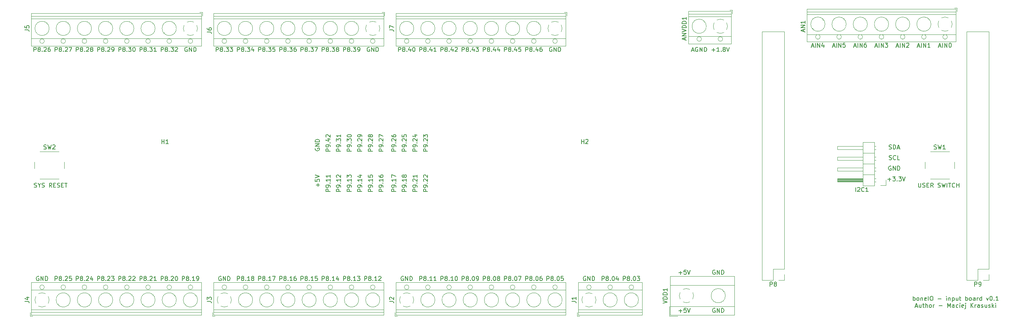
<source format=gbr>
%TF.GenerationSoftware,KiCad,Pcbnew,(5.1.6)-1*%
%TF.CreationDate,2020-09-13T21:52:13+02:00*%
%TF.ProjectId,boneIO - input board,626f6e65-494f-4202-9d20-696e70757420,rev?*%
%TF.SameCoordinates,Original*%
%TF.FileFunction,Legend,Top*%
%TF.FilePolarity,Positive*%
%FSLAX46Y46*%
G04 Gerber Fmt 4.6, Leading zero omitted, Abs format (unit mm)*
G04 Created by KiCad (PCBNEW (5.1.6)-1) date 2020-09-13 21:52:14*
%MOMM*%
%LPD*%
G01*
G04 APERTURE LIST*
%ADD10C,0.150000*%
%ADD11C,0.120000*%
G04 APERTURE END LIST*
D10*
X123322480Y-65810971D02*
X122322480Y-65810971D01*
X122322480Y-65430019D01*
X122370100Y-65334780D01*
X122417719Y-65287161D01*
X122512957Y-65239542D01*
X122655814Y-65239542D01*
X122751052Y-65287161D01*
X122798671Y-65334780D01*
X122846290Y-65430019D01*
X122846290Y-65810971D01*
X123322480Y-64763352D02*
X123322480Y-64572876D01*
X123274861Y-64477638D01*
X123227242Y-64430019D01*
X123084385Y-64334780D01*
X122893909Y-64287161D01*
X122512957Y-64287161D01*
X122417719Y-64334780D01*
X122370100Y-64382400D01*
X122322480Y-64477638D01*
X122322480Y-64668114D01*
X122370100Y-64763352D01*
X122417719Y-64810971D01*
X122512957Y-64858590D01*
X122751052Y-64858590D01*
X122846290Y-64810971D01*
X122893909Y-64763352D01*
X122941528Y-64668114D01*
X122941528Y-64477638D01*
X122893909Y-64382400D01*
X122846290Y-64334780D01*
X122751052Y-64287161D01*
X123227242Y-63858590D02*
X123274861Y-63810971D01*
X123322480Y-63858590D01*
X123274861Y-63906209D01*
X123227242Y-63858590D01*
X123322480Y-63858590D01*
X122417719Y-63430019D02*
X122370100Y-63382400D01*
X122322480Y-63287161D01*
X122322480Y-63049066D01*
X122370100Y-62953828D01*
X122417719Y-62906209D01*
X122512957Y-62858590D01*
X122608195Y-62858590D01*
X122751052Y-62906209D01*
X123322480Y-63477638D01*
X123322480Y-62858590D01*
X122417719Y-62477638D02*
X122370100Y-62430019D01*
X122322480Y-62334780D01*
X122322480Y-62096685D01*
X122370100Y-62001447D01*
X122417719Y-61953828D01*
X122512957Y-61906209D01*
X122608195Y-61906209D01*
X122751052Y-61953828D01*
X123322480Y-62525257D01*
X123322480Y-61906209D01*
X120822480Y-65810971D02*
X119822480Y-65810971D01*
X119822480Y-65430019D01*
X119870100Y-65334780D01*
X119917719Y-65287161D01*
X120012957Y-65239542D01*
X120155814Y-65239542D01*
X120251052Y-65287161D01*
X120298671Y-65334780D01*
X120346290Y-65430019D01*
X120346290Y-65810971D01*
X120822480Y-64763352D02*
X120822480Y-64572876D01*
X120774861Y-64477638D01*
X120727242Y-64430019D01*
X120584385Y-64334780D01*
X120393909Y-64287161D01*
X120012957Y-64287161D01*
X119917719Y-64334780D01*
X119870100Y-64382400D01*
X119822480Y-64477638D01*
X119822480Y-64668114D01*
X119870100Y-64763352D01*
X119917719Y-64810971D01*
X120012957Y-64858590D01*
X120251052Y-64858590D01*
X120346290Y-64810971D01*
X120393909Y-64763352D01*
X120441528Y-64668114D01*
X120441528Y-64477638D01*
X120393909Y-64382400D01*
X120346290Y-64334780D01*
X120251052Y-64287161D01*
X120727242Y-63858590D02*
X120774861Y-63810971D01*
X120822480Y-63858590D01*
X120774861Y-63906209D01*
X120727242Y-63858590D01*
X120822480Y-63858590D01*
X119917719Y-63430019D02*
X119870100Y-63382400D01*
X119822480Y-63287161D01*
X119822480Y-63049066D01*
X119870100Y-62953828D01*
X119917719Y-62906209D01*
X120012957Y-62858590D01*
X120108195Y-62858590D01*
X120251052Y-62906209D01*
X120822480Y-63477638D01*
X120822480Y-62858590D01*
X120822480Y-61906209D02*
X120822480Y-62477638D01*
X120822480Y-62191923D02*
X119822480Y-62191923D01*
X119965338Y-62287161D01*
X120060576Y-62382400D01*
X120108195Y-62477638D01*
X118322480Y-65810971D02*
X117322480Y-65810971D01*
X117322480Y-65430019D01*
X117370100Y-65334780D01*
X117417719Y-65287161D01*
X117512957Y-65239542D01*
X117655814Y-65239542D01*
X117751052Y-65287161D01*
X117798671Y-65334780D01*
X117846290Y-65430019D01*
X117846290Y-65810971D01*
X118322480Y-64763352D02*
X118322480Y-64572876D01*
X118274861Y-64477638D01*
X118227242Y-64430019D01*
X118084385Y-64334780D01*
X117893909Y-64287161D01*
X117512957Y-64287161D01*
X117417719Y-64334780D01*
X117370100Y-64382400D01*
X117322480Y-64477638D01*
X117322480Y-64668114D01*
X117370100Y-64763352D01*
X117417719Y-64810971D01*
X117512957Y-64858590D01*
X117751052Y-64858590D01*
X117846290Y-64810971D01*
X117893909Y-64763352D01*
X117941528Y-64668114D01*
X117941528Y-64477638D01*
X117893909Y-64382400D01*
X117846290Y-64334780D01*
X117751052Y-64287161D01*
X118227242Y-63858590D02*
X118274861Y-63810971D01*
X118322480Y-63858590D01*
X118274861Y-63906209D01*
X118227242Y-63858590D01*
X118322480Y-63858590D01*
X118322480Y-62858590D02*
X118322480Y-63430019D01*
X118322480Y-63144304D02*
X117322480Y-63144304D01*
X117465338Y-63239542D01*
X117560576Y-63334780D01*
X117608195Y-63430019D01*
X117751052Y-62287161D02*
X117703433Y-62382400D01*
X117655814Y-62430019D01*
X117560576Y-62477638D01*
X117512957Y-62477638D01*
X117417719Y-62430019D01*
X117370100Y-62382400D01*
X117322480Y-62287161D01*
X117322480Y-62096685D01*
X117370100Y-62001447D01*
X117417719Y-61953828D01*
X117512957Y-61906209D01*
X117560576Y-61906209D01*
X117655814Y-61953828D01*
X117703433Y-62001447D01*
X117751052Y-62096685D01*
X117751052Y-62287161D01*
X117798671Y-62382400D01*
X117846290Y-62430019D01*
X117941528Y-62477638D01*
X118132004Y-62477638D01*
X118227242Y-62430019D01*
X118274861Y-62382400D01*
X118322480Y-62287161D01*
X118322480Y-62096685D01*
X118274861Y-62001447D01*
X118227242Y-61953828D01*
X118132004Y-61906209D01*
X117941528Y-61906209D01*
X117846290Y-61953828D01*
X117798671Y-62001447D01*
X117751052Y-62096685D01*
X115822480Y-65810971D02*
X114822480Y-65810971D01*
X114822480Y-65430019D01*
X114870100Y-65334780D01*
X114917719Y-65287161D01*
X115012957Y-65239542D01*
X115155814Y-65239542D01*
X115251052Y-65287161D01*
X115298671Y-65334780D01*
X115346290Y-65430019D01*
X115346290Y-65810971D01*
X115822480Y-64763352D02*
X115822480Y-64572876D01*
X115774861Y-64477638D01*
X115727242Y-64430019D01*
X115584385Y-64334780D01*
X115393909Y-64287161D01*
X115012957Y-64287161D01*
X114917719Y-64334780D01*
X114870100Y-64382400D01*
X114822480Y-64477638D01*
X114822480Y-64668114D01*
X114870100Y-64763352D01*
X114917719Y-64810971D01*
X115012957Y-64858590D01*
X115251052Y-64858590D01*
X115346290Y-64810971D01*
X115393909Y-64763352D01*
X115441528Y-64668114D01*
X115441528Y-64477638D01*
X115393909Y-64382400D01*
X115346290Y-64334780D01*
X115251052Y-64287161D01*
X115727242Y-63858590D02*
X115774861Y-63810971D01*
X115822480Y-63858590D01*
X115774861Y-63906209D01*
X115727242Y-63858590D01*
X115822480Y-63858590D01*
X115822480Y-62858590D02*
X115822480Y-63430019D01*
X115822480Y-63144304D02*
X114822480Y-63144304D01*
X114965338Y-63239542D01*
X115060576Y-63334780D01*
X115108195Y-63430019D01*
X114822480Y-62525257D02*
X114822480Y-61858590D01*
X115822480Y-62287161D01*
X112822480Y-65810971D02*
X111822480Y-65810971D01*
X111822480Y-65430019D01*
X111870100Y-65334780D01*
X111917719Y-65287161D01*
X112012957Y-65239542D01*
X112155814Y-65239542D01*
X112251052Y-65287161D01*
X112298671Y-65334780D01*
X112346290Y-65430019D01*
X112346290Y-65810971D01*
X112822480Y-64763352D02*
X112822480Y-64572876D01*
X112774861Y-64477638D01*
X112727242Y-64430019D01*
X112584385Y-64334780D01*
X112393909Y-64287161D01*
X112012957Y-64287161D01*
X111917719Y-64334780D01*
X111870100Y-64382400D01*
X111822480Y-64477638D01*
X111822480Y-64668114D01*
X111870100Y-64763352D01*
X111917719Y-64810971D01*
X112012957Y-64858590D01*
X112251052Y-64858590D01*
X112346290Y-64810971D01*
X112393909Y-64763352D01*
X112441528Y-64668114D01*
X112441528Y-64477638D01*
X112393909Y-64382400D01*
X112346290Y-64334780D01*
X112251052Y-64287161D01*
X112727242Y-63858590D02*
X112774861Y-63810971D01*
X112822480Y-63858590D01*
X112774861Y-63906209D01*
X112727242Y-63858590D01*
X112822480Y-63858590D01*
X112822480Y-62858590D02*
X112822480Y-63430019D01*
X112822480Y-63144304D02*
X111822480Y-63144304D01*
X111965338Y-63239542D01*
X112060576Y-63334780D01*
X112108195Y-63430019D01*
X111822480Y-62001447D02*
X111822480Y-62191923D01*
X111870100Y-62287161D01*
X111917719Y-62334780D01*
X112060576Y-62430019D01*
X112251052Y-62477638D01*
X112632004Y-62477638D01*
X112727242Y-62430019D01*
X112774861Y-62382400D01*
X112822480Y-62287161D01*
X112822480Y-62096685D01*
X112774861Y-62001447D01*
X112727242Y-61953828D01*
X112632004Y-61906209D01*
X112393909Y-61906209D01*
X112298671Y-61953828D01*
X112251052Y-62001447D01*
X112203433Y-62096685D01*
X112203433Y-62287161D01*
X112251052Y-62382400D01*
X112298671Y-62430019D01*
X112393909Y-62477638D01*
X110322480Y-65810971D02*
X109322480Y-65810971D01*
X109322480Y-65430019D01*
X109370100Y-65334780D01*
X109417719Y-65287161D01*
X109512957Y-65239542D01*
X109655814Y-65239542D01*
X109751052Y-65287161D01*
X109798671Y-65334780D01*
X109846290Y-65430019D01*
X109846290Y-65810971D01*
X110322480Y-64763352D02*
X110322480Y-64572876D01*
X110274861Y-64477638D01*
X110227242Y-64430019D01*
X110084385Y-64334780D01*
X109893909Y-64287161D01*
X109512957Y-64287161D01*
X109417719Y-64334780D01*
X109370100Y-64382400D01*
X109322480Y-64477638D01*
X109322480Y-64668114D01*
X109370100Y-64763352D01*
X109417719Y-64810971D01*
X109512957Y-64858590D01*
X109751052Y-64858590D01*
X109846290Y-64810971D01*
X109893909Y-64763352D01*
X109941528Y-64668114D01*
X109941528Y-64477638D01*
X109893909Y-64382400D01*
X109846290Y-64334780D01*
X109751052Y-64287161D01*
X110227242Y-63858590D02*
X110274861Y-63810971D01*
X110322480Y-63858590D01*
X110274861Y-63906209D01*
X110227242Y-63858590D01*
X110322480Y-63858590D01*
X110322480Y-62858590D02*
X110322480Y-63430019D01*
X110322480Y-63144304D02*
X109322480Y-63144304D01*
X109465338Y-63239542D01*
X109560576Y-63334780D01*
X109608195Y-63430019D01*
X109322480Y-61953828D02*
X109322480Y-62430019D01*
X109798671Y-62477638D01*
X109751052Y-62430019D01*
X109703433Y-62334780D01*
X109703433Y-62096685D01*
X109751052Y-62001447D01*
X109798671Y-61953828D01*
X109893909Y-61906209D01*
X110132004Y-61906209D01*
X110227242Y-61953828D01*
X110274861Y-62001447D01*
X110322480Y-62096685D01*
X110322480Y-62334780D01*
X110274861Y-62430019D01*
X110227242Y-62477638D01*
X107822480Y-65810971D02*
X106822480Y-65810971D01*
X106822480Y-65430019D01*
X106870100Y-65334780D01*
X106917719Y-65287161D01*
X107012957Y-65239542D01*
X107155814Y-65239542D01*
X107251052Y-65287161D01*
X107298671Y-65334780D01*
X107346290Y-65430019D01*
X107346290Y-65810971D01*
X107822480Y-64763352D02*
X107822480Y-64572876D01*
X107774861Y-64477638D01*
X107727242Y-64430019D01*
X107584385Y-64334780D01*
X107393909Y-64287161D01*
X107012957Y-64287161D01*
X106917719Y-64334780D01*
X106870100Y-64382400D01*
X106822480Y-64477638D01*
X106822480Y-64668114D01*
X106870100Y-64763352D01*
X106917719Y-64810971D01*
X107012957Y-64858590D01*
X107251052Y-64858590D01*
X107346290Y-64810971D01*
X107393909Y-64763352D01*
X107441528Y-64668114D01*
X107441528Y-64477638D01*
X107393909Y-64382400D01*
X107346290Y-64334780D01*
X107251052Y-64287161D01*
X107727242Y-63858590D02*
X107774861Y-63810971D01*
X107822480Y-63858590D01*
X107774861Y-63906209D01*
X107727242Y-63858590D01*
X107822480Y-63858590D01*
X107822480Y-62858590D02*
X107822480Y-63430019D01*
X107822480Y-63144304D02*
X106822480Y-63144304D01*
X106965338Y-63239542D01*
X107060576Y-63334780D01*
X107108195Y-63430019D01*
X107155814Y-62001447D02*
X107822480Y-62001447D01*
X106774861Y-62239542D02*
X107489147Y-62477638D01*
X107489147Y-61858590D01*
X105322480Y-65810971D02*
X104322480Y-65810971D01*
X104322480Y-65430019D01*
X104370100Y-65334780D01*
X104417719Y-65287161D01*
X104512957Y-65239542D01*
X104655814Y-65239542D01*
X104751052Y-65287161D01*
X104798671Y-65334780D01*
X104846290Y-65430019D01*
X104846290Y-65810971D01*
X105322480Y-64763352D02*
X105322480Y-64572876D01*
X105274861Y-64477638D01*
X105227242Y-64430019D01*
X105084385Y-64334780D01*
X104893909Y-64287161D01*
X104512957Y-64287161D01*
X104417719Y-64334780D01*
X104370100Y-64382400D01*
X104322480Y-64477638D01*
X104322480Y-64668114D01*
X104370100Y-64763352D01*
X104417719Y-64810971D01*
X104512957Y-64858590D01*
X104751052Y-64858590D01*
X104846290Y-64810971D01*
X104893909Y-64763352D01*
X104941528Y-64668114D01*
X104941528Y-64477638D01*
X104893909Y-64382400D01*
X104846290Y-64334780D01*
X104751052Y-64287161D01*
X105227242Y-63858590D02*
X105274861Y-63810971D01*
X105322480Y-63858590D01*
X105274861Y-63906209D01*
X105227242Y-63858590D01*
X105322480Y-63858590D01*
X105322480Y-62858590D02*
X105322480Y-63430019D01*
X105322480Y-63144304D02*
X104322480Y-63144304D01*
X104465338Y-63239542D01*
X104560576Y-63334780D01*
X104608195Y-63430019D01*
X104322480Y-62525257D02*
X104322480Y-61906209D01*
X104703433Y-62239542D01*
X104703433Y-62096685D01*
X104751052Y-62001447D01*
X104798671Y-61953828D01*
X104893909Y-61906209D01*
X105132004Y-61906209D01*
X105227242Y-61953828D01*
X105274861Y-62001447D01*
X105322480Y-62096685D01*
X105322480Y-62382400D01*
X105274861Y-62477638D01*
X105227242Y-62525257D01*
X102822480Y-65810971D02*
X101822480Y-65810971D01*
X101822480Y-65430019D01*
X101870100Y-65334780D01*
X101917719Y-65287161D01*
X102012957Y-65239542D01*
X102155814Y-65239542D01*
X102251052Y-65287161D01*
X102298671Y-65334780D01*
X102346290Y-65430019D01*
X102346290Y-65810971D01*
X102822480Y-64763352D02*
X102822480Y-64572876D01*
X102774861Y-64477638D01*
X102727242Y-64430019D01*
X102584385Y-64334780D01*
X102393909Y-64287161D01*
X102012957Y-64287161D01*
X101917719Y-64334780D01*
X101870100Y-64382400D01*
X101822480Y-64477638D01*
X101822480Y-64668114D01*
X101870100Y-64763352D01*
X101917719Y-64810971D01*
X102012957Y-64858590D01*
X102251052Y-64858590D01*
X102346290Y-64810971D01*
X102393909Y-64763352D01*
X102441528Y-64668114D01*
X102441528Y-64477638D01*
X102393909Y-64382400D01*
X102346290Y-64334780D01*
X102251052Y-64287161D01*
X102727242Y-63858590D02*
X102774861Y-63810971D01*
X102822480Y-63858590D01*
X102774861Y-63906209D01*
X102727242Y-63858590D01*
X102822480Y-63858590D01*
X102822480Y-62858590D02*
X102822480Y-63430019D01*
X102822480Y-63144304D02*
X101822480Y-63144304D01*
X101965338Y-63239542D01*
X102060576Y-63334780D01*
X102108195Y-63430019D01*
X101917719Y-62477638D02*
X101870100Y-62430019D01*
X101822480Y-62334780D01*
X101822480Y-62096685D01*
X101870100Y-62001447D01*
X101917719Y-61953828D01*
X102012957Y-61906209D01*
X102108195Y-61906209D01*
X102251052Y-61953828D01*
X102822480Y-62525257D01*
X102822480Y-61906209D01*
X100322480Y-65810971D02*
X99322480Y-65810971D01*
X99322480Y-65430019D01*
X99370100Y-65334780D01*
X99417719Y-65287161D01*
X99512957Y-65239542D01*
X99655814Y-65239542D01*
X99751052Y-65287161D01*
X99798671Y-65334780D01*
X99846290Y-65430019D01*
X99846290Y-65810971D01*
X100322480Y-64763352D02*
X100322480Y-64572876D01*
X100274861Y-64477638D01*
X100227242Y-64430019D01*
X100084385Y-64334780D01*
X99893909Y-64287161D01*
X99512957Y-64287161D01*
X99417719Y-64334780D01*
X99370100Y-64382400D01*
X99322480Y-64477638D01*
X99322480Y-64668114D01*
X99370100Y-64763352D01*
X99417719Y-64810971D01*
X99512957Y-64858590D01*
X99751052Y-64858590D01*
X99846290Y-64810971D01*
X99893909Y-64763352D01*
X99941528Y-64668114D01*
X99941528Y-64477638D01*
X99893909Y-64382400D01*
X99846290Y-64334780D01*
X99751052Y-64287161D01*
X100227242Y-63858590D02*
X100274861Y-63810971D01*
X100322480Y-63858590D01*
X100274861Y-63906209D01*
X100227242Y-63858590D01*
X100322480Y-63858590D01*
X100322480Y-62858590D02*
X100322480Y-63430019D01*
X100322480Y-63144304D02*
X99322480Y-63144304D01*
X99465338Y-63239542D01*
X99560576Y-63334780D01*
X99608195Y-63430019D01*
X100322480Y-61906209D02*
X100322480Y-62477638D01*
X100322480Y-62191923D02*
X99322480Y-62191923D01*
X99465338Y-62287161D01*
X99560576Y-62382400D01*
X99608195Y-62477638D01*
X97441528Y-64668114D02*
X97441528Y-63906209D01*
X97822480Y-64287161D02*
X97060576Y-64287161D01*
X96822480Y-62953828D02*
X96822480Y-63430019D01*
X97298671Y-63477638D01*
X97251052Y-63430019D01*
X97203433Y-63334780D01*
X97203433Y-63096685D01*
X97251052Y-63001447D01*
X97298671Y-62953828D01*
X97393909Y-62906209D01*
X97632004Y-62906209D01*
X97727242Y-62953828D01*
X97774861Y-63001447D01*
X97822480Y-63096685D01*
X97822480Y-63334780D01*
X97774861Y-63430019D01*
X97727242Y-63477638D01*
X96822480Y-62620495D02*
X97822480Y-62287161D01*
X96822480Y-61953828D01*
X96870100Y-55644304D02*
X96822480Y-55739542D01*
X96822480Y-55882400D01*
X96870100Y-56025257D01*
X96965338Y-56120495D01*
X97060576Y-56168114D01*
X97251052Y-56215733D01*
X97393909Y-56215733D01*
X97584385Y-56168114D01*
X97679623Y-56120495D01*
X97774861Y-56025257D01*
X97822480Y-55882400D01*
X97822480Y-55787161D01*
X97774861Y-55644304D01*
X97727242Y-55596685D01*
X97393909Y-55596685D01*
X97393909Y-55787161D01*
X97822480Y-55168114D02*
X96822480Y-55168114D01*
X97822480Y-54596685D01*
X96822480Y-54596685D01*
X97822480Y-54120495D02*
X96822480Y-54120495D01*
X96822480Y-53882400D01*
X96870100Y-53739542D01*
X96965338Y-53644304D01*
X97060576Y-53596685D01*
X97251052Y-53549066D01*
X97393909Y-53549066D01*
X97584385Y-53596685D01*
X97679623Y-53644304D01*
X97774861Y-53739542D01*
X97822480Y-53882400D01*
X97822480Y-54120495D01*
X100322480Y-56310971D02*
X99322480Y-56310971D01*
X99322480Y-55930019D01*
X99370100Y-55834780D01*
X99417719Y-55787161D01*
X99512957Y-55739542D01*
X99655814Y-55739542D01*
X99751052Y-55787161D01*
X99798671Y-55834780D01*
X99846290Y-55930019D01*
X99846290Y-56310971D01*
X100322480Y-55263352D02*
X100322480Y-55072876D01*
X100274861Y-54977638D01*
X100227242Y-54930019D01*
X100084385Y-54834780D01*
X99893909Y-54787161D01*
X99512957Y-54787161D01*
X99417719Y-54834780D01*
X99370100Y-54882400D01*
X99322480Y-54977638D01*
X99322480Y-55168114D01*
X99370100Y-55263352D01*
X99417719Y-55310971D01*
X99512957Y-55358590D01*
X99751052Y-55358590D01*
X99846290Y-55310971D01*
X99893909Y-55263352D01*
X99941528Y-55168114D01*
X99941528Y-54977638D01*
X99893909Y-54882400D01*
X99846290Y-54834780D01*
X99751052Y-54787161D01*
X100227242Y-54358590D02*
X100274861Y-54310971D01*
X100322480Y-54358590D01*
X100274861Y-54406209D01*
X100227242Y-54358590D01*
X100322480Y-54358590D01*
X99655814Y-53453828D02*
X100322480Y-53453828D01*
X99274861Y-53691923D02*
X99989147Y-53930019D01*
X99989147Y-53310971D01*
X99417719Y-52977638D02*
X99370100Y-52930019D01*
X99322480Y-52834780D01*
X99322480Y-52596685D01*
X99370100Y-52501447D01*
X99417719Y-52453828D01*
X99512957Y-52406209D01*
X99608195Y-52406209D01*
X99751052Y-52453828D01*
X100322480Y-53025257D01*
X100322480Y-52406209D01*
X102822480Y-56310971D02*
X101822480Y-56310971D01*
X101822480Y-55930019D01*
X101870100Y-55834780D01*
X101917719Y-55787161D01*
X102012957Y-55739542D01*
X102155814Y-55739542D01*
X102251052Y-55787161D01*
X102298671Y-55834780D01*
X102346290Y-55930019D01*
X102346290Y-56310971D01*
X102822480Y-55263352D02*
X102822480Y-55072876D01*
X102774861Y-54977638D01*
X102727242Y-54930019D01*
X102584385Y-54834780D01*
X102393909Y-54787161D01*
X102012957Y-54787161D01*
X101917719Y-54834780D01*
X101870100Y-54882400D01*
X101822480Y-54977638D01*
X101822480Y-55168114D01*
X101870100Y-55263352D01*
X101917719Y-55310971D01*
X102012957Y-55358590D01*
X102251052Y-55358590D01*
X102346290Y-55310971D01*
X102393909Y-55263352D01*
X102441528Y-55168114D01*
X102441528Y-54977638D01*
X102393909Y-54882400D01*
X102346290Y-54834780D01*
X102251052Y-54787161D01*
X102727242Y-54358590D02*
X102774861Y-54310971D01*
X102822480Y-54358590D01*
X102774861Y-54406209D01*
X102727242Y-54358590D01*
X102822480Y-54358590D01*
X101822480Y-53977638D02*
X101822480Y-53358590D01*
X102203433Y-53691923D01*
X102203433Y-53549066D01*
X102251052Y-53453828D01*
X102298671Y-53406209D01*
X102393909Y-53358590D01*
X102632004Y-53358590D01*
X102727242Y-53406209D01*
X102774861Y-53453828D01*
X102822480Y-53549066D01*
X102822480Y-53834780D01*
X102774861Y-53930019D01*
X102727242Y-53977638D01*
X102822480Y-52406209D02*
X102822480Y-52977638D01*
X102822480Y-52691923D02*
X101822480Y-52691923D01*
X101965338Y-52787161D01*
X102060576Y-52882400D01*
X102108195Y-52977638D01*
X105322480Y-56310971D02*
X104322480Y-56310971D01*
X104322480Y-55930019D01*
X104370100Y-55834780D01*
X104417719Y-55787161D01*
X104512957Y-55739542D01*
X104655814Y-55739542D01*
X104751052Y-55787161D01*
X104798671Y-55834780D01*
X104846290Y-55930019D01*
X104846290Y-56310971D01*
X105322480Y-55263352D02*
X105322480Y-55072876D01*
X105274861Y-54977638D01*
X105227242Y-54930019D01*
X105084385Y-54834780D01*
X104893909Y-54787161D01*
X104512957Y-54787161D01*
X104417719Y-54834780D01*
X104370100Y-54882400D01*
X104322480Y-54977638D01*
X104322480Y-55168114D01*
X104370100Y-55263352D01*
X104417719Y-55310971D01*
X104512957Y-55358590D01*
X104751052Y-55358590D01*
X104846290Y-55310971D01*
X104893909Y-55263352D01*
X104941528Y-55168114D01*
X104941528Y-54977638D01*
X104893909Y-54882400D01*
X104846290Y-54834780D01*
X104751052Y-54787161D01*
X105227242Y-54358590D02*
X105274861Y-54310971D01*
X105322480Y-54358590D01*
X105274861Y-54406209D01*
X105227242Y-54358590D01*
X105322480Y-54358590D01*
X104322480Y-53977638D02*
X104322480Y-53358590D01*
X104703433Y-53691923D01*
X104703433Y-53549066D01*
X104751052Y-53453828D01*
X104798671Y-53406209D01*
X104893909Y-53358590D01*
X105132004Y-53358590D01*
X105227242Y-53406209D01*
X105274861Y-53453828D01*
X105322480Y-53549066D01*
X105322480Y-53834780D01*
X105274861Y-53930019D01*
X105227242Y-53977638D01*
X104322480Y-52739542D02*
X104322480Y-52644304D01*
X104370100Y-52549066D01*
X104417719Y-52501447D01*
X104512957Y-52453828D01*
X104703433Y-52406209D01*
X104941528Y-52406209D01*
X105132004Y-52453828D01*
X105227242Y-52501447D01*
X105274861Y-52549066D01*
X105322480Y-52644304D01*
X105322480Y-52739542D01*
X105274861Y-52834780D01*
X105227242Y-52882400D01*
X105132004Y-52930019D01*
X104941528Y-52977638D01*
X104703433Y-52977638D01*
X104512957Y-52930019D01*
X104417719Y-52882400D01*
X104370100Y-52834780D01*
X104322480Y-52739542D01*
X107822480Y-56310971D02*
X106822480Y-56310971D01*
X106822480Y-55930019D01*
X106870100Y-55834780D01*
X106917719Y-55787161D01*
X107012957Y-55739542D01*
X107155814Y-55739542D01*
X107251052Y-55787161D01*
X107298671Y-55834780D01*
X107346290Y-55930019D01*
X107346290Y-56310971D01*
X107822480Y-55263352D02*
X107822480Y-55072876D01*
X107774861Y-54977638D01*
X107727242Y-54930019D01*
X107584385Y-54834780D01*
X107393909Y-54787161D01*
X107012957Y-54787161D01*
X106917719Y-54834780D01*
X106870100Y-54882400D01*
X106822480Y-54977638D01*
X106822480Y-55168114D01*
X106870100Y-55263352D01*
X106917719Y-55310971D01*
X107012957Y-55358590D01*
X107251052Y-55358590D01*
X107346290Y-55310971D01*
X107393909Y-55263352D01*
X107441528Y-55168114D01*
X107441528Y-54977638D01*
X107393909Y-54882400D01*
X107346290Y-54834780D01*
X107251052Y-54787161D01*
X107727242Y-54358590D02*
X107774861Y-54310971D01*
X107822480Y-54358590D01*
X107774861Y-54406209D01*
X107727242Y-54358590D01*
X107822480Y-54358590D01*
X106917719Y-53930019D02*
X106870100Y-53882400D01*
X106822480Y-53787161D01*
X106822480Y-53549066D01*
X106870100Y-53453828D01*
X106917719Y-53406209D01*
X107012957Y-53358590D01*
X107108195Y-53358590D01*
X107251052Y-53406209D01*
X107822480Y-53977638D01*
X107822480Y-53358590D01*
X107822480Y-52882400D02*
X107822480Y-52691923D01*
X107774861Y-52596685D01*
X107727242Y-52549066D01*
X107584385Y-52453828D01*
X107393909Y-52406209D01*
X107012957Y-52406209D01*
X106917719Y-52453828D01*
X106870100Y-52501447D01*
X106822480Y-52596685D01*
X106822480Y-52787161D01*
X106870100Y-52882400D01*
X106917719Y-52930019D01*
X107012957Y-52977638D01*
X107251052Y-52977638D01*
X107346290Y-52930019D01*
X107393909Y-52882400D01*
X107441528Y-52787161D01*
X107441528Y-52596685D01*
X107393909Y-52501447D01*
X107346290Y-52453828D01*
X107251052Y-52406209D01*
X110322480Y-56310971D02*
X109322480Y-56310971D01*
X109322480Y-55930019D01*
X109370100Y-55834780D01*
X109417719Y-55787161D01*
X109512957Y-55739542D01*
X109655814Y-55739542D01*
X109751052Y-55787161D01*
X109798671Y-55834780D01*
X109846290Y-55930019D01*
X109846290Y-56310971D01*
X110322480Y-55263352D02*
X110322480Y-55072876D01*
X110274861Y-54977638D01*
X110227242Y-54930019D01*
X110084385Y-54834780D01*
X109893909Y-54787161D01*
X109512957Y-54787161D01*
X109417719Y-54834780D01*
X109370100Y-54882400D01*
X109322480Y-54977638D01*
X109322480Y-55168114D01*
X109370100Y-55263352D01*
X109417719Y-55310971D01*
X109512957Y-55358590D01*
X109751052Y-55358590D01*
X109846290Y-55310971D01*
X109893909Y-55263352D01*
X109941528Y-55168114D01*
X109941528Y-54977638D01*
X109893909Y-54882400D01*
X109846290Y-54834780D01*
X109751052Y-54787161D01*
X110227242Y-54358590D02*
X110274861Y-54310971D01*
X110322480Y-54358590D01*
X110274861Y-54406209D01*
X110227242Y-54358590D01*
X110322480Y-54358590D01*
X109417719Y-53930019D02*
X109370100Y-53882400D01*
X109322480Y-53787161D01*
X109322480Y-53549066D01*
X109370100Y-53453828D01*
X109417719Y-53406209D01*
X109512957Y-53358590D01*
X109608195Y-53358590D01*
X109751052Y-53406209D01*
X110322480Y-53977638D01*
X110322480Y-53358590D01*
X109751052Y-52787161D02*
X109703433Y-52882400D01*
X109655814Y-52930019D01*
X109560576Y-52977638D01*
X109512957Y-52977638D01*
X109417719Y-52930019D01*
X109370100Y-52882400D01*
X109322480Y-52787161D01*
X109322480Y-52596685D01*
X109370100Y-52501447D01*
X109417719Y-52453828D01*
X109512957Y-52406209D01*
X109560576Y-52406209D01*
X109655814Y-52453828D01*
X109703433Y-52501447D01*
X109751052Y-52596685D01*
X109751052Y-52787161D01*
X109798671Y-52882400D01*
X109846290Y-52930019D01*
X109941528Y-52977638D01*
X110132004Y-52977638D01*
X110227242Y-52930019D01*
X110274861Y-52882400D01*
X110322480Y-52787161D01*
X110322480Y-52596685D01*
X110274861Y-52501447D01*
X110227242Y-52453828D01*
X110132004Y-52406209D01*
X109941528Y-52406209D01*
X109846290Y-52453828D01*
X109798671Y-52501447D01*
X109751052Y-52596685D01*
X112822480Y-56310971D02*
X111822480Y-56310971D01*
X111822480Y-55930019D01*
X111870100Y-55834780D01*
X111917719Y-55787161D01*
X112012957Y-55739542D01*
X112155814Y-55739542D01*
X112251052Y-55787161D01*
X112298671Y-55834780D01*
X112346290Y-55930019D01*
X112346290Y-56310971D01*
X112822480Y-55263352D02*
X112822480Y-55072876D01*
X112774861Y-54977638D01*
X112727242Y-54930019D01*
X112584385Y-54834780D01*
X112393909Y-54787161D01*
X112012957Y-54787161D01*
X111917719Y-54834780D01*
X111870100Y-54882400D01*
X111822480Y-54977638D01*
X111822480Y-55168114D01*
X111870100Y-55263352D01*
X111917719Y-55310971D01*
X112012957Y-55358590D01*
X112251052Y-55358590D01*
X112346290Y-55310971D01*
X112393909Y-55263352D01*
X112441528Y-55168114D01*
X112441528Y-54977638D01*
X112393909Y-54882400D01*
X112346290Y-54834780D01*
X112251052Y-54787161D01*
X112727242Y-54358590D02*
X112774861Y-54310971D01*
X112822480Y-54358590D01*
X112774861Y-54406209D01*
X112727242Y-54358590D01*
X112822480Y-54358590D01*
X111917719Y-53930019D02*
X111870100Y-53882400D01*
X111822480Y-53787161D01*
X111822480Y-53549066D01*
X111870100Y-53453828D01*
X111917719Y-53406209D01*
X112012957Y-53358590D01*
X112108195Y-53358590D01*
X112251052Y-53406209D01*
X112822480Y-53977638D01*
X112822480Y-53358590D01*
X111822480Y-53025257D02*
X111822480Y-52358590D01*
X112822480Y-52787161D01*
X115822480Y-56310971D02*
X114822480Y-56310971D01*
X114822480Y-55930019D01*
X114870100Y-55834780D01*
X114917719Y-55787161D01*
X115012957Y-55739542D01*
X115155814Y-55739542D01*
X115251052Y-55787161D01*
X115298671Y-55834780D01*
X115346290Y-55930019D01*
X115346290Y-56310971D01*
X115822480Y-55263352D02*
X115822480Y-55072876D01*
X115774861Y-54977638D01*
X115727242Y-54930019D01*
X115584385Y-54834780D01*
X115393909Y-54787161D01*
X115012957Y-54787161D01*
X114917719Y-54834780D01*
X114870100Y-54882400D01*
X114822480Y-54977638D01*
X114822480Y-55168114D01*
X114870100Y-55263352D01*
X114917719Y-55310971D01*
X115012957Y-55358590D01*
X115251052Y-55358590D01*
X115346290Y-55310971D01*
X115393909Y-55263352D01*
X115441528Y-55168114D01*
X115441528Y-54977638D01*
X115393909Y-54882400D01*
X115346290Y-54834780D01*
X115251052Y-54787161D01*
X115727242Y-54358590D02*
X115774861Y-54310971D01*
X115822480Y-54358590D01*
X115774861Y-54406209D01*
X115727242Y-54358590D01*
X115822480Y-54358590D01*
X114917719Y-53930019D02*
X114870100Y-53882400D01*
X114822480Y-53787161D01*
X114822480Y-53549066D01*
X114870100Y-53453828D01*
X114917719Y-53406209D01*
X115012957Y-53358590D01*
X115108195Y-53358590D01*
X115251052Y-53406209D01*
X115822480Y-53977638D01*
X115822480Y-53358590D01*
X114822480Y-52501447D02*
X114822480Y-52691923D01*
X114870100Y-52787161D01*
X114917719Y-52834780D01*
X115060576Y-52930019D01*
X115251052Y-52977638D01*
X115632004Y-52977638D01*
X115727242Y-52930019D01*
X115774861Y-52882400D01*
X115822480Y-52787161D01*
X115822480Y-52596685D01*
X115774861Y-52501447D01*
X115727242Y-52453828D01*
X115632004Y-52406209D01*
X115393909Y-52406209D01*
X115298671Y-52453828D01*
X115251052Y-52501447D01*
X115203433Y-52596685D01*
X115203433Y-52787161D01*
X115251052Y-52882400D01*
X115298671Y-52930019D01*
X115393909Y-52977638D01*
X118322480Y-56310971D02*
X117322480Y-56310971D01*
X117322480Y-55930019D01*
X117370100Y-55834780D01*
X117417719Y-55787161D01*
X117512957Y-55739542D01*
X117655814Y-55739542D01*
X117751052Y-55787161D01*
X117798671Y-55834780D01*
X117846290Y-55930019D01*
X117846290Y-56310971D01*
X118322480Y-55263352D02*
X118322480Y-55072876D01*
X118274861Y-54977638D01*
X118227242Y-54930019D01*
X118084385Y-54834780D01*
X117893909Y-54787161D01*
X117512957Y-54787161D01*
X117417719Y-54834780D01*
X117370100Y-54882400D01*
X117322480Y-54977638D01*
X117322480Y-55168114D01*
X117370100Y-55263352D01*
X117417719Y-55310971D01*
X117512957Y-55358590D01*
X117751052Y-55358590D01*
X117846290Y-55310971D01*
X117893909Y-55263352D01*
X117941528Y-55168114D01*
X117941528Y-54977638D01*
X117893909Y-54882400D01*
X117846290Y-54834780D01*
X117751052Y-54787161D01*
X118227242Y-54358590D02*
X118274861Y-54310971D01*
X118322480Y-54358590D01*
X118274861Y-54406209D01*
X118227242Y-54358590D01*
X118322480Y-54358590D01*
X117417719Y-53930019D02*
X117370100Y-53882400D01*
X117322480Y-53787161D01*
X117322480Y-53549066D01*
X117370100Y-53453828D01*
X117417719Y-53406209D01*
X117512957Y-53358590D01*
X117608195Y-53358590D01*
X117751052Y-53406209D01*
X118322480Y-53977638D01*
X118322480Y-53358590D01*
X117322480Y-52453828D02*
X117322480Y-52930019D01*
X117798671Y-52977638D01*
X117751052Y-52930019D01*
X117703433Y-52834780D01*
X117703433Y-52596685D01*
X117751052Y-52501447D01*
X117798671Y-52453828D01*
X117893909Y-52406209D01*
X118132004Y-52406209D01*
X118227242Y-52453828D01*
X118274861Y-52501447D01*
X118322480Y-52596685D01*
X118322480Y-52834780D01*
X118274861Y-52930019D01*
X118227242Y-52977638D01*
X120822480Y-56310971D02*
X119822480Y-56310971D01*
X119822480Y-55930019D01*
X119870100Y-55834780D01*
X119917719Y-55787161D01*
X120012957Y-55739542D01*
X120155814Y-55739542D01*
X120251052Y-55787161D01*
X120298671Y-55834780D01*
X120346290Y-55930019D01*
X120346290Y-56310971D01*
X120822480Y-55263352D02*
X120822480Y-55072876D01*
X120774861Y-54977638D01*
X120727242Y-54930019D01*
X120584385Y-54834780D01*
X120393909Y-54787161D01*
X120012957Y-54787161D01*
X119917719Y-54834780D01*
X119870100Y-54882400D01*
X119822480Y-54977638D01*
X119822480Y-55168114D01*
X119870100Y-55263352D01*
X119917719Y-55310971D01*
X120012957Y-55358590D01*
X120251052Y-55358590D01*
X120346290Y-55310971D01*
X120393909Y-55263352D01*
X120441528Y-55168114D01*
X120441528Y-54977638D01*
X120393909Y-54882400D01*
X120346290Y-54834780D01*
X120251052Y-54787161D01*
X120727242Y-54358590D02*
X120774861Y-54310971D01*
X120822480Y-54358590D01*
X120774861Y-54406209D01*
X120727242Y-54358590D01*
X120822480Y-54358590D01*
X119917719Y-53930019D02*
X119870100Y-53882400D01*
X119822480Y-53787161D01*
X119822480Y-53549066D01*
X119870100Y-53453828D01*
X119917719Y-53406209D01*
X120012957Y-53358590D01*
X120108195Y-53358590D01*
X120251052Y-53406209D01*
X120822480Y-53977638D01*
X120822480Y-53358590D01*
X120155814Y-52501447D02*
X120822480Y-52501447D01*
X119774861Y-52739542D02*
X120489147Y-52977638D01*
X120489147Y-52358590D01*
X123322480Y-56310971D02*
X122322480Y-56310971D01*
X122322480Y-55930019D01*
X122370100Y-55834780D01*
X122417719Y-55787161D01*
X122512957Y-55739542D01*
X122655814Y-55739542D01*
X122751052Y-55787161D01*
X122798671Y-55834780D01*
X122846290Y-55930019D01*
X122846290Y-56310971D01*
X123322480Y-55263352D02*
X123322480Y-55072876D01*
X123274861Y-54977638D01*
X123227242Y-54930019D01*
X123084385Y-54834780D01*
X122893909Y-54787161D01*
X122512957Y-54787161D01*
X122417719Y-54834780D01*
X122370100Y-54882400D01*
X122322480Y-54977638D01*
X122322480Y-55168114D01*
X122370100Y-55263352D01*
X122417719Y-55310971D01*
X122512957Y-55358590D01*
X122751052Y-55358590D01*
X122846290Y-55310971D01*
X122893909Y-55263352D01*
X122941528Y-55168114D01*
X122941528Y-54977638D01*
X122893909Y-54882400D01*
X122846290Y-54834780D01*
X122751052Y-54787161D01*
X123227242Y-54358590D02*
X123274861Y-54310971D01*
X123322480Y-54358590D01*
X123274861Y-54406209D01*
X123227242Y-54358590D01*
X123322480Y-54358590D01*
X122417719Y-53930019D02*
X122370100Y-53882400D01*
X122322480Y-53787161D01*
X122322480Y-53549066D01*
X122370100Y-53453828D01*
X122417719Y-53406209D01*
X122512957Y-53358590D01*
X122608195Y-53358590D01*
X122751052Y-53406209D01*
X123322480Y-53977638D01*
X123322480Y-53358590D01*
X122322480Y-53025257D02*
X122322480Y-52406209D01*
X122703433Y-52739542D01*
X122703433Y-52596685D01*
X122751052Y-52501447D01*
X122798671Y-52453828D01*
X122893909Y-52406209D01*
X123132004Y-52406209D01*
X123227242Y-52453828D01*
X123274861Y-52501447D01*
X123322480Y-52596685D01*
X123322480Y-52882400D01*
X123274861Y-52977638D01*
X123227242Y-53025257D01*
X237846290Y-91509780D02*
X237846290Y-90509780D01*
X237846290Y-90890733D02*
X237941528Y-90843114D01*
X238132004Y-90843114D01*
X238227242Y-90890733D01*
X238274861Y-90938352D01*
X238322480Y-91033590D01*
X238322480Y-91319304D01*
X238274861Y-91414542D01*
X238227242Y-91462161D01*
X238132004Y-91509780D01*
X237941528Y-91509780D01*
X237846290Y-91462161D01*
X238893909Y-91509780D02*
X238798671Y-91462161D01*
X238751052Y-91414542D01*
X238703433Y-91319304D01*
X238703433Y-91033590D01*
X238751052Y-90938352D01*
X238798671Y-90890733D01*
X238893909Y-90843114D01*
X239036766Y-90843114D01*
X239132004Y-90890733D01*
X239179623Y-90938352D01*
X239227242Y-91033590D01*
X239227242Y-91319304D01*
X239179623Y-91414542D01*
X239132004Y-91462161D01*
X239036766Y-91509780D01*
X238893909Y-91509780D01*
X239655814Y-90843114D02*
X239655814Y-91509780D01*
X239655814Y-90938352D02*
X239703433Y-90890733D01*
X239798671Y-90843114D01*
X239941528Y-90843114D01*
X240036766Y-90890733D01*
X240084385Y-90985971D01*
X240084385Y-91509780D01*
X240941528Y-91462161D02*
X240846290Y-91509780D01*
X240655814Y-91509780D01*
X240560576Y-91462161D01*
X240512957Y-91366923D01*
X240512957Y-90985971D01*
X240560576Y-90890733D01*
X240655814Y-90843114D01*
X240846290Y-90843114D01*
X240941528Y-90890733D01*
X240989147Y-90985971D01*
X240989147Y-91081209D01*
X240512957Y-91176447D01*
X241417719Y-91509780D02*
X241417719Y-90509780D01*
X242084385Y-90509780D02*
X242274861Y-90509780D01*
X242370100Y-90557400D01*
X242465338Y-90652638D01*
X242512957Y-90843114D01*
X242512957Y-91176447D01*
X242465338Y-91366923D01*
X242370100Y-91462161D01*
X242274861Y-91509780D01*
X242084385Y-91509780D01*
X241989147Y-91462161D01*
X241893909Y-91366923D01*
X241846290Y-91176447D01*
X241846290Y-90843114D01*
X241893909Y-90652638D01*
X241989147Y-90557400D01*
X242084385Y-90509780D01*
X243703433Y-91128828D02*
X244465338Y-91128828D01*
X245703433Y-91509780D02*
X245703433Y-90843114D01*
X245703433Y-90509780D02*
X245655814Y-90557400D01*
X245703433Y-90605019D01*
X245751052Y-90557400D01*
X245703433Y-90509780D01*
X245703433Y-90605019D01*
X246179623Y-90843114D02*
X246179623Y-91509780D01*
X246179623Y-90938352D02*
X246227242Y-90890733D01*
X246322480Y-90843114D01*
X246465338Y-90843114D01*
X246560576Y-90890733D01*
X246608195Y-90985971D01*
X246608195Y-91509780D01*
X247084385Y-90843114D02*
X247084385Y-91843114D01*
X247084385Y-90890733D02*
X247179623Y-90843114D01*
X247370100Y-90843114D01*
X247465338Y-90890733D01*
X247512957Y-90938352D01*
X247560576Y-91033590D01*
X247560576Y-91319304D01*
X247512957Y-91414542D01*
X247465338Y-91462161D01*
X247370100Y-91509780D01*
X247179623Y-91509780D01*
X247084385Y-91462161D01*
X248417719Y-90843114D02*
X248417719Y-91509780D01*
X247989147Y-90843114D02*
X247989147Y-91366923D01*
X248036766Y-91462161D01*
X248132004Y-91509780D01*
X248274861Y-91509780D01*
X248370100Y-91462161D01*
X248417719Y-91414542D01*
X248751052Y-90843114D02*
X249132004Y-90843114D01*
X248893909Y-90509780D02*
X248893909Y-91366923D01*
X248941528Y-91462161D01*
X249036766Y-91509780D01*
X249132004Y-91509780D01*
X250227242Y-91509780D02*
X250227242Y-90509780D01*
X250227242Y-90890733D02*
X250322480Y-90843114D01*
X250512957Y-90843114D01*
X250608195Y-90890733D01*
X250655814Y-90938352D01*
X250703433Y-91033590D01*
X250703433Y-91319304D01*
X250655814Y-91414542D01*
X250608195Y-91462161D01*
X250512957Y-91509780D01*
X250322480Y-91509780D01*
X250227242Y-91462161D01*
X251274861Y-91509780D02*
X251179623Y-91462161D01*
X251132004Y-91414542D01*
X251084385Y-91319304D01*
X251084385Y-91033590D01*
X251132004Y-90938352D01*
X251179623Y-90890733D01*
X251274861Y-90843114D01*
X251417719Y-90843114D01*
X251512957Y-90890733D01*
X251560576Y-90938352D01*
X251608195Y-91033590D01*
X251608195Y-91319304D01*
X251560576Y-91414542D01*
X251512957Y-91462161D01*
X251417719Y-91509780D01*
X251274861Y-91509780D01*
X252465338Y-91509780D02*
X252465338Y-90985971D01*
X252417719Y-90890733D01*
X252322480Y-90843114D01*
X252132004Y-90843114D01*
X252036766Y-90890733D01*
X252465338Y-91462161D02*
X252370099Y-91509780D01*
X252132004Y-91509780D01*
X252036766Y-91462161D01*
X251989147Y-91366923D01*
X251989147Y-91271685D01*
X252036766Y-91176447D01*
X252132004Y-91128828D01*
X252370099Y-91128828D01*
X252465338Y-91081209D01*
X252941528Y-91509780D02*
X252941528Y-90843114D01*
X252941528Y-91033590D02*
X252989147Y-90938352D01*
X253036766Y-90890733D01*
X253132004Y-90843114D01*
X253227242Y-90843114D01*
X253989147Y-91509780D02*
X253989147Y-90509780D01*
X253989147Y-91462161D02*
X253893909Y-91509780D01*
X253703433Y-91509780D01*
X253608195Y-91462161D01*
X253560576Y-91414542D01*
X253512957Y-91319304D01*
X253512957Y-91033590D01*
X253560576Y-90938352D01*
X253608195Y-90890733D01*
X253703433Y-90843114D01*
X253893909Y-90843114D01*
X253989147Y-90890733D01*
X255132004Y-90843114D02*
X255370100Y-91509780D01*
X255608195Y-90843114D01*
X256179623Y-90509780D02*
X256274861Y-90509780D01*
X256370100Y-90557400D01*
X256417719Y-90605019D01*
X256465338Y-90700257D01*
X256512957Y-90890733D01*
X256512957Y-91128828D01*
X256465338Y-91319304D01*
X256417719Y-91414542D01*
X256370100Y-91462161D01*
X256274861Y-91509780D01*
X256179623Y-91509780D01*
X256084385Y-91462161D01*
X256036766Y-91414542D01*
X255989147Y-91319304D01*
X255941528Y-91128828D01*
X255941528Y-90890733D01*
X255989147Y-90700257D01*
X256036766Y-90605019D01*
X256084385Y-90557400D01*
X256179623Y-90509780D01*
X256941528Y-91414542D02*
X256989147Y-91462161D01*
X256941528Y-91509780D01*
X256893909Y-91462161D01*
X256941528Y-91414542D01*
X256941528Y-91509780D01*
X257941528Y-91509780D02*
X257370100Y-91509780D01*
X257655814Y-91509780D02*
X257655814Y-90509780D01*
X257560576Y-90652638D01*
X257465338Y-90747876D01*
X257370100Y-90795495D01*
X238393909Y-92874066D02*
X238870100Y-92874066D01*
X238298671Y-93159780D02*
X238632004Y-92159780D01*
X238965338Y-93159780D01*
X239727242Y-92493114D02*
X239727242Y-93159780D01*
X239298671Y-92493114D02*
X239298671Y-93016923D01*
X239346290Y-93112161D01*
X239441528Y-93159780D01*
X239584385Y-93159780D01*
X239679623Y-93112161D01*
X239727242Y-93064542D01*
X240060576Y-92493114D02*
X240441528Y-92493114D01*
X240203433Y-92159780D02*
X240203433Y-93016923D01*
X240251052Y-93112161D01*
X240346290Y-93159780D01*
X240441528Y-93159780D01*
X240774861Y-93159780D02*
X240774861Y-92159780D01*
X241203433Y-93159780D02*
X241203433Y-92635971D01*
X241155814Y-92540733D01*
X241060576Y-92493114D01*
X240917719Y-92493114D01*
X240822480Y-92540733D01*
X240774861Y-92588352D01*
X241822480Y-93159780D02*
X241727242Y-93112161D01*
X241679623Y-93064542D01*
X241632004Y-92969304D01*
X241632004Y-92683590D01*
X241679623Y-92588352D01*
X241727242Y-92540733D01*
X241822480Y-92493114D01*
X241965338Y-92493114D01*
X242060576Y-92540733D01*
X242108195Y-92588352D01*
X242155814Y-92683590D01*
X242155814Y-92969304D01*
X242108195Y-93064542D01*
X242060576Y-93112161D01*
X241965338Y-93159780D01*
X241822480Y-93159780D01*
X242584385Y-93159780D02*
X242584385Y-92493114D01*
X242584385Y-92683590D02*
X242632004Y-92588352D01*
X242679623Y-92540733D01*
X242774861Y-92493114D01*
X242870100Y-92493114D01*
X243965338Y-92778828D02*
X244727242Y-92778828D01*
X245965338Y-93159780D02*
X245965338Y-92159780D01*
X246298671Y-92874066D01*
X246632004Y-92159780D01*
X246632004Y-93159780D01*
X247536766Y-93159780D02*
X247536766Y-92635971D01*
X247489147Y-92540733D01*
X247393909Y-92493114D01*
X247203433Y-92493114D01*
X247108195Y-92540733D01*
X247536766Y-93112161D02*
X247441528Y-93159780D01*
X247203433Y-93159780D01*
X247108195Y-93112161D01*
X247060576Y-93016923D01*
X247060576Y-92921685D01*
X247108195Y-92826447D01*
X247203433Y-92778828D01*
X247441528Y-92778828D01*
X247536766Y-92731209D01*
X248441528Y-93112161D02*
X248346290Y-93159780D01*
X248155814Y-93159780D01*
X248060576Y-93112161D01*
X248012957Y-93064542D01*
X247965338Y-92969304D01*
X247965338Y-92683590D01*
X248012957Y-92588352D01*
X248060576Y-92540733D01*
X248155814Y-92493114D01*
X248346290Y-92493114D01*
X248441528Y-92540733D01*
X248870100Y-93159780D02*
X248870100Y-92493114D01*
X248870100Y-92159780D02*
X248822480Y-92207400D01*
X248870100Y-92255019D01*
X248917719Y-92207400D01*
X248870100Y-92159780D01*
X248870100Y-92255019D01*
X249727242Y-93112161D02*
X249632004Y-93159780D01*
X249441528Y-93159780D01*
X249346290Y-93112161D01*
X249298671Y-93016923D01*
X249298671Y-92635971D01*
X249346290Y-92540733D01*
X249441528Y-92493114D01*
X249632004Y-92493114D01*
X249727242Y-92540733D01*
X249774861Y-92635971D01*
X249774861Y-92731209D01*
X249298671Y-92826447D01*
X250203433Y-92493114D02*
X250203433Y-93350257D01*
X250155814Y-93445495D01*
X250060576Y-93493114D01*
X250012957Y-93493114D01*
X250203433Y-92159780D02*
X250155814Y-92207400D01*
X250203433Y-92255019D01*
X250251052Y-92207400D01*
X250203433Y-92159780D01*
X250203433Y-92255019D01*
X251441528Y-93159780D02*
X251441528Y-92159780D01*
X252012957Y-93159780D02*
X251584385Y-92588352D01*
X252012957Y-92159780D02*
X251441528Y-92731209D01*
X252441528Y-93159780D02*
X252441528Y-92493114D01*
X252441528Y-92683590D02*
X252489147Y-92588352D01*
X252536766Y-92540733D01*
X252632004Y-92493114D01*
X252727242Y-92493114D01*
X253489147Y-93159780D02*
X253489147Y-92635971D01*
X253441528Y-92540733D01*
X253346290Y-92493114D01*
X253155814Y-92493114D01*
X253060576Y-92540733D01*
X253489147Y-93112161D02*
X253393909Y-93159780D01*
X253155814Y-93159780D01*
X253060576Y-93112161D01*
X253012957Y-93016923D01*
X253012957Y-92921685D01*
X253060576Y-92826447D01*
X253155814Y-92778828D01*
X253393909Y-92778828D01*
X253489147Y-92731209D01*
X253917719Y-93112161D02*
X254012957Y-93159780D01*
X254203433Y-93159780D01*
X254298671Y-93112161D01*
X254346290Y-93016923D01*
X254346290Y-92969304D01*
X254298671Y-92874066D01*
X254203433Y-92826447D01*
X254060576Y-92826447D01*
X253965338Y-92778828D01*
X253917719Y-92683590D01*
X253917719Y-92635971D01*
X253965338Y-92540733D01*
X254060576Y-92493114D01*
X254203433Y-92493114D01*
X254298671Y-92540733D01*
X255203433Y-92493114D02*
X255203433Y-93159780D01*
X254774861Y-92493114D02*
X254774861Y-93016923D01*
X254822480Y-93112161D01*
X254917719Y-93159780D01*
X255060576Y-93159780D01*
X255155814Y-93112161D01*
X255203433Y-93064542D01*
X255632004Y-93112161D02*
X255727242Y-93159780D01*
X255917719Y-93159780D01*
X256012957Y-93112161D01*
X256060576Y-93016923D01*
X256060576Y-92969304D01*
X256012957Y-92874066D01*
X255917719Y-92826447D01*
X255774861Y-92826447D01*
X255679623Y-92778828D01*
X255632004Y-92683590D01*
X255632004Y-92635971D01*
X255679623Y-92540733D01*
X255774861Y-92493114D01*
X255917719Y-92493114D01*
X256012957Y-92540733D01*
X256489147Y-93159780D02*
X256489147Y-92159780D01*
X256584385Y-92778828D02*
X256870100Y-93159780D01*
X256870100Y-92493114D02*
X256489147Y-92874066D01*
X257298671Y-93159780D02*
X257298671Y-92493114D01*
X257298671Y-92159780D02*
X257251052Y-92207400D01*
X257298671Y-92255019D01*
X257346290Y-92207400D01*
X257298671Y-92159780D01*
X257298671Y-92255019D01*
X232155814Y-55787161D02*
X232298671Y-55834780D01*
X232536766Y-55834780D01*
X232632004Y-55787161D01*
X232679623Y-55739542D01*
X232727242Y-55644304D01*
X232727242Y-55549066D01*
X232679623Y-55453828D01*
X232632004Y-55406209D01*
X232536766Y-55358590D01*
X232346290Y-55310971D01*
X232251052Y-55263352D01*
X232203433Y-55215733D01*
X232155814Y-55120495D01*
X232155814Y-55025257D01*
X232203433Y-54930019D01*
X232251052Y-54882400D01*
X232346290Y-54834780D01*
X232584385Y-54834780D01*
X232727242Y-54882400D01*
X233155814Y-55834780D02*
X233155814Y-54834780D01*
X233393909Y-54834780D01*
X233536766Y-54882400D01*
X233632004Y-54977638D01*
X233679623Y-55072876D01*
X233727242Y-55263352D01*
X233727242Y-55406209D01*
X233679623Y-55596685D01*
X233632004Y-55691923D01*
X233536766Y-55787161D01*
X233393909Y-55834780D01*
X233155814Y-55834780D01*
X234108195Y-55549066D02*
X234584385Y-55549066D01*
X234012957Y-55834780D02*
X234346290Y-54834780D01*
X234679623Y-55834780D01*
X232179623Y-58287161D02*
X232322480Y-58334780D01*
X232560576Y-58334780D01*
X232655814Y-58287161D01*
X232703433Y-58239542D01*
X232751052Y-58144304D01*
X232751052Y-58049066D01*
X232703433Y-57953828D01*
X232655814Y-57906209D01*
X232560576Y-57858590D01*
X232370100Y-57810971D01*
X232274861Y-57763352D01*
X232227242Y-57715733D01*
X232179623Y-57620495D01*
X232179623Y-57525257D01*
X232227242Y-57430019D01*
X232274861Y-57382400D01*
X232370100Y-57334780D01*
X232608195Y-57334780D01*
X232751052Y-57382400D01*
X233751052Y-58239542D02*
X233703433Y-58287161D01*
X233560576Y-58334780D01*
X233465338Y-58334780D01*
X233322480Y-58287161D01*
X233227242Y-58191923D01*
X233179623Y-58096685D01*
X233132004Y-57906209D01*
X233132004Y-57763352D01*
X233179623Y-57572876D01*
X233227242Y-57477638D01*
X233322480Y-57382400D01*
X233465338Y-57334780D01*
X233560576Y-57334780D01*
X233703433Y-57382400D01*
X233751052Y-57430019D01*
X234655814Y-58334780D02*
X234179623Y-58334780D01*
X234179623Y-57334780D01*
X231870100Y-62953828D02*
X232632004Y-62953828D01*
X232251052Y-63334780D02*
X232251052Y-62572876D01*
X233012957Y-62334780D02*
X233632004Y-62334780D01*
X233298671Y-62715733D01*
X233441528Y-62715733D01*
X233536766Y-62763352D01*
X233584385Y-62810971D01*
X233632004Y-62906209D01*
X233632004Y-63144304D01*
X233584385Y-63239542D01*
X233536766Y-63287161D01*
X233441528Y-63334780D01*
X233155814Y-63334780D01*
X233060576Y-63287161D01*
X233012957Y-63239542D01*
X234060576Y-63239542D02*
X234108195Y-63287161D01*
X234060576Y-63334780D01*
X234012957Y-63287161D01*
X234060576Y-63239542D01*
X234060576Y-63334780D01*
X234441528Y-62334780D02*
X235060576Y-62334780D01*
X234727242Y-62715733D01*
X234870100Y-62715733D01*
X234965338Y-62763352D01*
X235012957Y-62810971D01*
X235060576Y-62906209D01*
X235060576Y-63144304D01*
X235012957Y-63239542D01*
X234965338Y-63287161D01*
X234870100Y-63334780D01*
X234584385Y-63334780D01*
X234489147Y-63287161D01*
X234441528Y-63239542D01*
X235346290Y-62334780D02*
X235679623Y-63334780D01*
X236012957Y-62334780D01*
X232608195Y-59882400D02*
X232512957Y-59834780D01*
X232370100Y-59834780D01*
X232227242Y-59882400D01*
X232132004Y-59977638D01*
X232084385Y-60072876D01*
X232036766Y-60263352D01*
X232036766Y-60406209D01*
X232084385Y-60596685D01*
X232132004Y-60691923D01*
X232227242Y-60787161D01*
X232370100Y-60834780D01*
X232465338Y-60834780D01*
X232608195Y-60787161D01*
X232655814Y-60739542D01*
X232655814Y-60406209D01*
X232465338Y-60406209D01*
X233084385Y-60834780D02*
X233084385Y-59834780D01*
X233655814Y-60834780D01*
X233655814Y-59834780D01*
X234132004Y-60834780D02*
X234132004Y-59834780D01*
X234370100Y-59834780D01*
X234512957Y-59882400D01*
X234608195Y-59977638D01*
X234655814Y-60072876D01*
X234703433Y-60263352D01*
X234703433Y-60406209D01*
X234655814Y-60596685D01*
X234608195Y-60691923D01*
X234512957Y-60787161D01*
X234370100Y-60834780D01*
X234132004Y-60834780D01*
X243893909Y-31549066D02*
X244370100Y-31549066D01*
X243798671Y-31834780D02*
X244132004Y-30834780D01*
X244465338Y-31834780D01*
X244798671Y-31834780D02*
X244798671Y-30834780D01*
X245274861Y-31834780D02*
X245274861Y-30834780D01*
X245846290Y-31834780D01*
X245846290Y-30834780D01*
X246512957Y-30834780D02*
X246608195Y-30834780D01*
X246703433Y-30882400D01*
X246751052Y-30930019D01*
X246798671Y-31025257D01*
X246846290Y-31215733D01*
X246846290Y-31453828D01*
X246798671Y-31644304D01*
X246751052Y-31739542D01*
X246703433Y-31787161D01*
X246608195Y-31834780D01*
X246512957Y-31834780D01*
X246417719Y-31787161D01*
X246370100Y-31739542D01*
X246322480Y-31644304D01*
X246274861Y-31453828D01*
X246274861Y-31215733D01*
X246322480Y-31025257D01*
X246370100Y-30930019D01*
X246417719Y-30882400D01*
X246512957Y-30834780D01*
X238893909Y-31549066D02*
X239370100Y-31549066D01*
X238798671Y-31834780D02*
X239132004Y-30834780D01*
X239465338Y-31834780D01*
X239798671Y-31834780D02*
X239798671Y-30834780D01*
X240274861Y-31834780D02*
X240274861Y-30834780D01*
X240846290Y-31834780D01*
X240846290Y-30834780D01*
X241846290Y-31834780D02*
X241274861Y-31834780D01*
X241560576Y-31834780D02*
X241560576Y-30834780D01*
X241465338Y-30977638D01*
X241370100Y-31072876D01*
X241274861Y-31120495D01*
X233893909Y-31549066D02*
X234370100Y-31549066D01*
X233798671Y-31834780D02*
X234132004Y-30834780D01*
X234465338Y-31834780D01*
X234798671Y-31834780D02*
X234798671Y-30834780D01*
X235274861Y-31834780D02*
X235274861Y-30834780D01*
X235846290Y-31834780D01*
X235846290Y-30834780D01*
X236274861Y-30930019D02*
X236322480Y-30882400D01*
X236417719Y-30834780D01*
X236655814Y-30834780D01*
X236751052Y-30882400D01*
X236798671Y-30930019D01*
X236846290Y-31025257D01*
X236846290Y-31120495D01*
X236798671Y-31263352D01*
X236227242Y-31834780D01*
X236846290Y-31834780D01*
X228893909Y-31549066D02*
X229370100Y-31549066D01*
X228798671Y-31834780D02*
X229132004Y-30834780D01*
X229465338Y-31834780D01*
X229798671Y-31834780D02*
X229798671Y-30834780D01*
X230274861Y-31834780D02*
X230274861Y-30834780D01*
X230846290Y-31834780D01*
X230846290Y-30834780D01*
X231227242Y-30834780D02*
X231846290Y-30834780D01*
X231512957Y-31215733D01*
X231655814Y-31215733D01*
X231751052Y-31263352D01*
X231798671Y-31310971D01*
X231846290Y-31406209D01*
X231846290Y-31644304D01*
X231798671Y-31739542D01*
X231751052Y-31787161D01*
X231655814Y-31834780D01*
X231370100Y-31834780D01*
X231274861Y-31787161D01*
X231227242Y-31739542D01*
X223893909Y-31549066D02*
X224370100Y-31549066D01*
X223798671Y-31834780D02*
X224132004Y-30834780D01*
X224465338Y-31834780D01*
X224798671Y-31834780D02*
X224798671Y-30834780D01*
X225274861Y-31834780D02*
X225274861Y-30834780D01*
X225846290Y-31834780D01*
X225846290Y-30834780D01*
X226751052Y-30834780D02*
X226560576Y-30834780D01*
X226465338Y-30882400D01*
X226417719Y-30930019D01*
X226322480Y-31072876D01*
X226274861Y-31263352D01*
X226274861Y-31644304D01*
X226322480Y-31739542D01*
X226370100Y-31787161D01*
X226465338Y-31834780D01*
X226655814Y-31834780D01*
X226751052Y-31787161D01*
X226798671Y-31739542D01*
X226846290Y-31644304D01*
X226846290Y-31406209D01*
X226798671Y-31310971D01*
X226751052Y-31263352D01*
X226655814Y-31215733D01*
X226465338Y-31215733D01*
X226370100Y-31263352D01*
X226322480Y-31310971D01*
X226274861Y-31406209D01*
X218893909Y-31549066D02*
X219370100Y-31549066D01*
X218798671Y-31834780D02*
X219132004Y-30834780D01*
X219465338Y-31834780D01*
X219798671Y-31834780D02*
X219798671Y-30834780D01*
X220274861Y-31834780D02*
X220274861Y-30834780D01*
X220846290Y-31834780D01*
X220846290Y-30834780D01*
X221798671Y-30834780D02*
X221322480Y-30834780D01*
X221274861Y-31310971D01*
X221322480Y-31263352D01*
X221417719Y-31215733D01*
X221655814Y-31215733D01*
X221751052Y-31263352D01*
X221798671Y-31310971D01*
X221846290Y-31406209D01*
X221846290Y-31644304D01*
X221798671Y-31739542D01*
X221751052Y-31787161D01*
X221655814Y-31834780D01*
X221417719Y-31834780D01*
X221322480Y-31787161D01*
X221274861Y-31739542D01*
X213893909Y-31549066D02*
X214370100Y-31549066D01*
X213798671Y-31834780D02*
X214132004Y-30834780D01*
X214465338Y-31834780D01*
X214798671Y-31834780D02*
X214798671Y-30834780D01*
X215274861Y-31834780D02*
X215274861Y-30834780D01*
X215846290Y-31834780D01*
X215846290Y-30834780D01*
X216751052Y-31168114D02*
X216751052Y-31834780D01*
X216512957Y-30787161D02*
X216274861Y-31501447D01*
X216893909Y-31501447D01*
X185608195Y-32549066D02*
X186084385Y-32549066D01*
X185512957Y-32834780D02*
X185846290Y-31834780D01*
X186179623Y-32834780D01*
X187036766Y-31882400D02*
X186941528Y-31834780D01*
X186798671Y-31834780D01*
X186655814Y-31882400D01*
X186560576Y-31977638D01*
X186512957Y-32072876D01*
X186465338Y-32263352D01*
X186465338Y-32406209D01*
X186512957Y-32596685D01*
X186560576Y-32691923D01*
X186655814Y-32787161D01*
X186798671Y-32834780D01*
X186893909Y-32834780D01*
X187036766Y-32787161D01*
X187084385Y-32739542D01*
X187084385Y-32406209D01*
X186893909Y-32406209D01*
X187512957Y-32834780D02*
X187512957Y-31834780D01*
X188084385Y-32834780D01*
X188084385Y-31834780D01*
X188560576Y-32834780D02*
X188560576Y-31834780D01*
X188798671Y-31834780D01*
X188941528Y-31882400D01*
X189036766Y-31977638D01*
X189084385Y-32072876D01*
X189132004Y-32263352D01*
X189132004Y-32406209D01*
X189084385Y-32596685D01*
X189036766Y-32691923D01*
X188941528Y-32787161D01*
X188798671Y-32834780D01*
X188560576Y-32834780D01*
X190370100Y-32453828D02*
X191132004Y-32453828D01*
X190751052Y-32834780D02*
X190751052Y-32072876D01*
X192132004Y-32834780D02*
X191560576Y-32834780D01*
X191846290Y-32834780D02*
X191846290Y-31834780D01*
X191751052Y-31977638D01*
X191655814Y-32072876D01*
X191560576Y-32120495D01*
X192560576Y-32739542D02*
X192608195Y-32787161D01*
X192560576Y-32834780D01*
X192512957Y-32787161D01*
X192560576Y-32739542D01*
X192560576Y-32834780D01*
X193179623Y-32263352D02*
X193084385Y-32215733D01*
X193036766Y-32168114D01*
X192989147Y-32072876D01*
X192989147Y-32025257D01*
X193036766Y-31930019D01*
X193084385Y-31882400D01*
X193179623Y-31834780D01*
X193370100Y-31834780D01*
X193465338Y-31882400D01*
X193512957Y-31930019D01*
X193560576Y-32025257D01*
X193560576Y-32072876D01*
X193512957Y-32168114D01*
X193465338Y-32215733D01*
X193370100Y-32263352D01*
X193179623Y-32263352D01*
X193084385Y-32310971D01*
X193036766Y-32358590D01*
X192989147Y-32453828D01*
X192989147Y-32644304D01*
X193036766Y-32739542D01*
X193084385Y-32787161D01*
X193179623Y-32834780D01*
X193370100Y-32834780D01*
X193465338Y-32787161D01*
X193512957Y-32739542D01*
X193560576Y-32644304D01*
X193560576Y-32453828D01*
X193512957Y-32358590D01*
X193465338Y-32310971D01*
X193370100Y-32263352D01*
X193846290Y-31834780D02*
X194179623Y-32834780D01*
X194512957Y-31834780D01*
X146441528Y-32834780D02*
X146441528Y-31834780D01*
X146822480Y-31834780D01*
X146917719Y-31882400D01*
X146965338Y-31930019D01*
X147012957Y-32025257D01*
X147012957Y-32168114D01*
X146965338Y-32263352D01*
X146917719Y-32310971D01*
X146822480Y-32358590D01*
X146441528Y-32358590D01*
X147584385Y-32263352D02*
X147489147Y-32215733D01*
X147441528Y-32168114D01*
X147393909Y-32072876D01*
X147393909Y-32025257D01*
X147441528Y-31930019D01*
X147489147Y-31882400D01*
X147584385Y-31834780D01*
X147774861Y-31834780D01*
X147870100Y-31882400D01*
X147917719Y-31930019D01*
X147965338Y-32025257D01*
X147965338Y-32072876D01*
X147917719Y-32168114D01*
X147870100Y-32215733D01*
X147774861Y-32263352D01*
X147584385Y-32263352D01*
X147489147Y-32310971D01*
X147441528Y-32358590D01*
X147393909Y-32453828D01*
X147393909Y-32644304D01*
X147441528Y-32739542D01*
X147489147Y-32787161D01*
X147584385Y-32834780D01*
X147774861Y-32834780D01*
X147870100Y-32787161D01*
X147917719Y-32739542D01*
X147965338Y-32644304D01*
X147965338Y-32453828D01*
X147917719Y-32358590D01*
X147870100Y-32310971D01*
X147774861Y-32263352D01*
X148393909Y-32739542D02*
X148441528Y-32787161D01*
X148393909Y-32834780D01*
X148346290Y-32787161D01*
X148393909Y-32739542D01*
X148393909Y-32834780D01*
X149298671Y-32168114D02*
X149298671Y-32834780D01*
X149060576Y-31787161D02*
X148822480Y-32501447D01*
X149441528Y-32501447D01*
X150251052Y-31834780D02*
X150060576Y-31834780D01*
X149965338Y-31882400D01*
X149917719Y-31930019D01*
X149822480Y-32072876D01*
X149774861Y-32263352D01*
X149774861Y-32644304D01*
X149822480Y-32739542D01*
X149870100Y-32787161D01*
X149965338Y-32834780D01*
X150155814Y-32834780D01*
X150251052Y-32787161D01*
X150298671Y-32739542D01*
X150346290Y-32644304D01*
X150346290Y-32406209D01*
X150298671Y-32310971D01*
X150251052Y-32263352D01*
X150155814Y-32215733D01*
X149965338Y-32215733D01*
X149870100Y-32263352D01*
X149822480Y-32310971D01*
X149774861Y-32406209D01*
X141441528Y-32834780D02*
X141441528Y-31834780D01*
X141822480Y-31834780D01*
X141917719Y-31882400D01*
X141965338Y-31930019D01*
X142012957Y-32025257D01*
X142012957Y-32168114D01*
X141965338Y-32263352D01*
X141917719Y-32310971D01*
X141822480Y-32358590D01*
X141441528Y-32358590D01*
X142584385Y-32263352D02*
X142489147Y-32215733D01*
X142441528Y-32168114D01*
X142393909Y-32072876D01*
X142393909Y-32025257D01*
X142441528Y-31930019D01*
X142489147Y-31882400D01*
X142584385Y-31834780D01*
X142774861Y-31834780D01*
X142870100Y-31882400D01*
X142917719Y-31930019D01*
X142965338Y-32025257D01*
X142965338Y-32072876D01*
X142917719Y-32168114D01*
X142870100Y-32215733D01*
X142774861Y-32263352D01*
X142584385Y-32263352D01*
X142489147Y-32310971D01*
X142441528Y-32358590D01*
X142393909Y-32453828D01*
X142393909Y-32644304D01*
X142441528Y-32739542D01*
X142489147Y-32787161D01*
X142584385Y-32834780D01*
X142774861Y-32834780D01*
X142870100Y-32787161D01*
X142917719Y-32739542D01*
X142965338Y-32644304D01*
X142965338Y-32453828D01*
X142917719Y-32358590D01*
X142870100Y-32310971D01*
X142774861Y-32263352D01*
X143393909Y-32739542D02*
X143441528Y-32787161D01*
X143393909Y-32834780D01*
X143346290Y-32787161D01*
X143393909Y-32739542D01*
X143393909Y-32834780D01*
X144298671Y-32168114D02*
X144298671Y-32834780D01*
X144060576Y-31787161D02*
X143822480Y-32501447D01*
X144441528Y-32501447D01*
X145298671Y-31834780D02*
X144822480Y-31834780D01*
X144774861Y-32310971D01*
X144822480Y-32263352D01*
X144917719Y-32215733D01*
X145155814Y-32215733D01*
X145251052Y-32263352D01*
X145298671Y-32310971D01*
X145346290Y-32406209D01*
X145346290Y-32644304D01*
X145298671Y-32739542D01*
X145251052Y-32787161D01*
X145155814Y-32834780D01*
X144917719Y-32834780D01*
X144822480Y-32787161D01*
X144774861Y-32739542D01*
X136441528Y-32834780D02*
X136441528Y-31834780D01*
X136822480Y-31834780D01*
X136917719Y-31882400D01*
X136965338Y-31930019D01*
X137012957Y-32025257D01*
X137012957Y-32168114D01*
X136965338Y-32263352D01*
X136917719Y-32310971D01*
X136822480Y-32358590D01*
X136441528Y-32358590D01*
X137584385Y-32263352D02*
X137489147Y-32215733D01*
X137441528Y-32168114D01*
X137393909Y-32072876D01*
X137393909Y-32025257D01*
X137441528Y-31930019D01*
X137489147Y-31882400D01*
X137584385Y-31834780D01*
X137774861Y-31834780D01*
X137870100Y-31882400D01*
X137917719Y-31930019D01*
X137965338Y-32025257D01*
X137965338Y-32072876D01*
X137917719Y-32168114D01*
X137870100Y-32215733D01*
X137774861Y-32263352D01*
X137584385Y-32263352D01*
X137489147Y-32310971D01*
X137441528Y-32358590D01*
X137393909Y-32453828D01*
X137393909Y-32644304D01*
X137441528Y-32739542D01*
X137489147Y-32787161D01*
X137584385Y-32834780D01*
X137774861Y-32834780D01*
X137870100Y-32787161D01*
X137917719Y-32739542D01*
X137965338Y-32644304D01*
X137965338Y-32453828D01*
X137917719Y-32358590D01*
X137870100Y-32310971D01*
X137774861Y-32263352D01*
X138393909Y-32739542D02*
X138441528Y-32787161D01*
X138393909Y-32834780D01*
X138346290Y-32787161D01*
X138393909Y-32739542D01*
X138393909Y-32834780D01*
X139298671Y-32168114D02*
X139298671Y-32834780D01*
X139060576Y-31787161D02*
X138822480Y-32501447D01*
X139441528Y-32501447D01*
X140251052Y-32168114D02*
X140251052Y-32834780D01*
X140012957Y-31787161D02*
X139774861Y-32501447D01*
X140393909Y-32501447D01*
X131441528Y-32834780D02*
X131441528Y-31834780D01*
X131822480Y-31834780D01*
X131917719Y-31882400D01*
X131965338Y-31930019D01*
X132012957Y-32025257D01*
X132012957Y-32168114D01*
X131965338Y-32263352D01*
X131917719Y-32310971D01*
X131822480Y-32358590D01*
X131441528Y-32358590D01*
X132584385Y-32263352D02*
X132489147Y-32215733D01*
X132441528Y-32168114D01*
X132393909Y-32072876D01*
X132393909Y-32025257D01*
X132441528Y-31930019D01*
X132489147Y-31882400D01*
X132584385Y-31834780D01*
X132774861Y-31834780D01*
X132870100Y-31882400D01*
X132917719Y-31930019D01*
X132965338Y-32025257D01*
X132965338Y-32072876D01*
X132917719Y-32168114D01*
X132870100Y-32215733D01*
X132774861Y-32263352D01*
X132584385Y-32263352D01*
X132489147Y-32310971D01*
X132441528Y-32358590D01*
X132393909Y-32453828D01*
X132393909Y-32644304D01*
X132441528Y-32739542D01*
X132489147Y-32787161D01*
X132584385Y-32834780D01*
X132774861Y-32834780D01*
X132870100Y-32787161D01*
X132917719Y-32739542D01*
X132965338Y-32644304D01*
X132965338Y-32453828D01*
X132917719Y-32358590D01*
X132870100Y-32310971D01*
X132774861Y-32263352D01*
X133393909Y-32739542D02*
X133441528Y-32787161D01*
X133393909Y-32834780D01*
X133346290Y-32787161D01*
X133393909Y-32739542D01*
X133393909Y-32834780D01*
X134298671Y-32168114D02*
X134298671Y-32834780D01*
X134060576Y-31787161D02*
X133822480Y-32501447D01*
X134441528Y-32501447D01*
X134727242Y-31834780D02*
X135346290Y-31834780D01*
X135012957Y-32215733D01*
X135155814Y-32215733D01*
X135251052Y-32263352D01*
X135298671Y-32310971D01*
X135346290Y-32406209D01*
X135346290Y-32644304D01*
X135298671Y-32739542D01*
X135251052Y-32787161D01*
X135155814Y-32834780D01*
X134870100Y-32834780D01*
X134774861Y-32787161D01*
X134727242Y-32739542D01*
X126441528Y-32834780D02*
X126441528Y-31834780D01*
X126822480Y-31834780D01*
X126917719Y-31882400D01*
X126965338Y-31930019D01*
X127012957Y-32025257D01*
X127012957Y-32168114D01*
X126965338Y-32263352D01*
X126917719Y-32310971D01*
X126822480Y-32358590D01*
X126441528Y-32358590D01*
X127584385Y-32263352D02*
X127489147Y-32215733D01*
X127441528Y-32168114D01*
X127393909Y-32072876D01*
X127393909Y-32025257D01*
X127441528Y-31930019D01*
X127489147Y-31882400D01*
X127584385Y-31834780D01*
X127774861Y-31834780D01*
X127870100Y-31882400D01*
X127917719Y-31930019D01*
X127965338Y-32025257D01*
X127965338Y-32072876D01*
X127917719Y-32168114D01*
X127870100Y-32215733D01*
X127774861Y-32263352D01*
X127584385Y-32263352D01*
X127489147Y-32310971D01*
X127441528Y-32358590D01*
X127393909Y-32453828D01*
X127393909Y-32644304D01*
X127441528Y-32739542D01*
X127489147Y-32787161D01*
X127584385Y-32834780D01*
X127774861Y-32834780D01*
X127870100Y-32787161D01*
X127917719Y-32739542D01*
X127965338Y-32644304D01*
X127965338Y-32453828D01*
X127917719Y-32358590D01*
X127870100Y-32310971D01*
X127774861Y-32263352D01*
X128393909Y-32739542D02*
X128441528Y-32787161D01*
X128393909Y-32834780D01*
X128346290Y-32787161D01*
X128393909Y-32739542D01*
X128393909Y-32834780D01*
X129298671Y-32168114D02*
X129298671Y-32834780D01*
X129060576Y-31787161D02*
X128822480Y-32501447D01*
X129441528Y-32501447D01*
X129774861Y-31930019D02*
X129822480Y-31882400D01*
X129917719Y-31834780D01*
X130155814Y-31834780D01*
X130251052Y-31882400D01*
X130298671Y-31930019D01*
X130346290Y-32025257D01*
X130346290Y-32120495D01*
X130298671Y-32263352D01*
X129727242Y-32834780D01*
X130346290Y-32834780D01*
X121441528Y-32834780D02*
X121441528Y-31834780D01*
X121822480Y-31834780D01*
X121917719Y-31882400D01*
X121965338Y-31930019D01*
X122012957Y-32025257D01*
X122012957Y-32168114D01*
X121965338Y-32263352D01*
X121917719Y-32310971D01*
X121822480Y-32358590D01*
X121441528Y-32358590D01*
X122584385Y-32263352D02*
X122489147Y-32215733D01*
X122441528Y-32168114D01*
X122393909Y-32072876D01*
X122393909Y-32025257D01*
X122441528Y-31930019D01*
X122489147Y-31882400D01*
X122584385Y-31834780D01*
X122774861Y-31834780D01*
X122870100Y-31882400D01*
X122917719Y-31930019D01*
X122965338Y-32025257D01*
X122965338Y-32072876D01*
X122917719Y-32168114D01*
X122870100Y-32215733D01*
X122774861Y-32263352D01*
X122584385Y-32263352D01*
X122489147Y-32310971D01*
X122441528Y-32358590D01*
X122393909Y-32453828D01*
X122393909Y-32644304D01*
X122441528Y-32739542D01*
X122489147Y-32787161D01*
X122584385Y-32834780D01*
X122774861Y-32834780D01*
X122870100Y-32787161D01*
X122917719Y-32739542D01*
X122965338Y-32644304D01*
X122965338Y-32453828D01*
X122917719Y-32358590D01*
X122870100Y-32310971D01*
X122774861Y-32263352D01*
X123393909Y-32739542D02*
X123441528Y-32787161D01*
X123393909Y-32834780D01*
X123346290Y-32787161D01*
X123393909Y-32739542D01*
X123393909Y-32834780D01*
X124298671Y-32168114D02*
X124298671Y-32834780D01*
X124060576Y-31787161D02*
X123822480Y-32501447D01*
X124441528Y-32501447D01*
X125346290Y-32834780D02*
X124774861Y-32834780D01*
X125060576Y-32834780D02*
X125060576Y-31834780D01*
X124965338Y-31977638D01*
X124870100Y-32072876D01*
X124774861Y-32120495D01*
X116441528Y-32834780D02*
X116441528Y-31834780D01*
X116822480Y-31834780D01*
X116917719Y-31882400D01*
X116965338Y-31930019D01*
X117012957Y-32025257D01*
X117012957Y-32168114D01*
X116965338Y-32263352D01*
X116917719Y-32310971D01*
X116822480Y-32358590D01*
X116441528Y-32358590D01*
X117584385Y-32263352D02*
X117489147Y-32215733D01*
X117441528Y-32168114D01*
X117393909Y-32072876D01*
X117393909Y-32025257D01*
X117441528Y-31930019D01*
X117489147Y-31882400D01*
X117584385Y-31834780D01*
X117774861Y-31834780D01*
X117870100Y-31882400D01*
X117917719Y-31930019D01*
X117965338Y-32025257D01*
X117965338Y-32072876D01*
X117917719Y-32168114D01*
X117870100Y-32215733D01*
X117774861Y-32263352D01*
X117584385Y-32263352D01*
X117489147Y-32310971D01*
X117441528Y-32358590D01*
X117393909Y-32453828D01*
X117393909Y-32644304D01*
X117441528Y-32739542D01*
X117489147Y-32787161D01*
X117584385Y-32834780D01*
X117774861Y-32834780D01*
X117870100Y-32787161D01*
X117917719Y-32739542D01*
X117965338Y-32644304D01*
X117965338Y-32453828D01*
X117917719Y-32358590D01*
X117870100Y-32310971D01*
X117774861Y-32263352D01*
X118393909Y-32739542D02*
X118441528Y-32787161D01*
X118393909Y-32834780D01*
X118346290Y-32787161D01*
X118393909Y-32739542D01*
X118393909Y-32834780D01*
X119298671Y-32168114D02*
X119298671Y-32834780D01*
X119060576Y-31787161D02*
X118822480Y-32501447D01*
X119441528Y-32501447D01*
X120012957Y-31834780D02*
X120108195Y-31834780D01*
X120203433Y-31882400D01*
X120251052Y-31930019D01*
X120298671Y-32025257D01*
X120346290Y-32215733D01*
X120346290Y-32453828D01*
X120298671Y-32644304D01*
X120251052Y-32739542D01*
X120203433Y-32787161D01*
X120108195Y-32834780D01*
X120012957Y-32834780D01*
X119917719Y-32787161D01*
X119870100Y-32739542D01*
X119822480Y-32644304D01*
X119774861Y-32453828D01*
X119774861Y-32215733D01*
X119822480Y-32025257D01*
X119870100Y-31930019D01*
X119917719Y-31882400D01*
X120012957Y-31834780D01*
X103441528Y-32834780D02*
X103441528Y-31834780D01*
X103822480Y-31834780D01*
X103917719Y-31882400D01*
X103965338Y-31930019D01*
X104012957Y-32025257D01*
X104012957Y-32168114D01*
X103965338Y-32263352D01*
X103917719Y-32310971D01*
X103822480Y-32358590D01*
X103441528Y-32358590D01*
X104584385Y-32263352D02*
X104489147Y-32215733D01*
X104441528Y-32168114D01*
X104393909Y-32072876D01*
X104393909Y-32025257D01*
X104441528Y-31930019D01*
X104489147Y-31882400D01*
X104584385Y-31834780D01*
X104774861Y-31834780D01*
X104870100Y-31882400D01*
X104917719Y-31930019D01*
X104965338Y-32025257D01*
X104965338Y-32072876D01*
X104917719Y-32168114D01*
X104870100Y-32215733D01*
X104774861Y-32263352D01*
X104584385Y-32263352D01*
X104489147Y-32310971D01*
X104441528Y-32358590D01*
X104393909Y-32453828D01*
X104393909Y-32644304D01*
X104441528Y-32739542D01*
X104489147Y-32787161D01*
X104584385Y-32834780D01*
X104774861Y-32834780D01*
X104870100Y-32787161D01*
X104917719Y-32739542D01*
X104965338Y-32644304D01*
X104965338Y-32453828D01*
X104917719Y-32358590D01*
X104870100Y-32310971D01*
X104774861Y-32263352D01*
X105393909Y-32739542D02*
X105441528Y-32787161D01*
X105393909Y-32834780D01*
X105346290Y-32787161D01*
X105393909Y-32739542D01*
X105393909Y-32834780D01*
X105774861Y-31834780D02*
X106393909Y-31834780D01*
X106060576Y-32215733D01*
X106203433Y-32215733D01*
X106298671Y-32263352D01*
X106346290Y-32310971D01*
X106393909Y-32406209D01*
X106393909Y-32644304D01*
X106346290Y-32739542D01*
X106298671Y-32787161D01*
X106203433Y-32834780D01*
X105917719Y-32834780D01*
X105822480Y-32787161D01*
X105774861Y-32739542D01*
X106870100Y-32834780D02*
X107060576Y-32834780D01*
X107155814Y-32787161D01*
X107203433Y-32739542D01*
X107298671Y-32596685D01*
X107346290Y-32406209D01*
X107346290Y-32025257D01*
X107298671Y-31930019D01*
X107251052Y-31882400D01*
X107155814Y-31834780D01*
X106965338Y-31834780D01*
X106870100Y-31882400D01*
X106822480Y-31930019D01*
X106774861Y-32025257D01*
X106774861Y-32263352D01*
X106822480Y-32358590D01*
X106870100Y-32406209D01*
X106965338Y-32453828D01*
X107155814Y-32453828D01*
X107251052Y-32406209D01*
X107298671Y-32358590D01*
X107346290Y-32263352D01*
X98441528Y-32834780D02*
X98441528Y-31834780D01*
X98822480Y-31834780D01*
X98917719Y-31882400D01*
X98965338Y-31930019D01*
X99012957Y-32025257D01*
X99012957Y-32168114D01*
X98965338Y-32263352D01*
X98917719Y-32310971D01*
X98822480Y-32358590D01*
X98441528Y-32358590D01*
X99584385Y-32263352D02*
X99489147Y-32215733D01*
X99441528Y-32168114D01*
X99393909Y-32072876D01*
X99393909Y-32025257D01*
X99441528Y-31930019D01*
X99489147Y-31882400D01*
X99584385Y-31834780D01*
X99774861Y-31834780D01*
X99870100Y-31882400D01*
X99917719Y-31930019D01*
X99965338Y-32025257D01*
X99965338Y-32072876D01*
X99917719Y-32168114D01*
X99870100Y-32215733D01*
X99774861Y-32263352D01*
X99584385Y-32263352D01*
X99489147Y-32310971D01*
X99441528Y-32358590D01*
X99393909Y-32453828D01*
X99393909Y-32644304D01*
X99441528Y-32739542D01*
X99489147Y-32787161D01*
X99584385Y-32834780D01*
X99774861Y-32834780D01*
X99870100Y-32787161D01*
X99917719Y-32739542D01*
X99965338Y-32644304D01*
X99965338Y-32453828D01*
X99917719Y-32358590D01*
X99870100Y-32310971D01*
X99774861Y-32263352D01*
X100393909Y-32739542D02*
X100441528Y-32787161D01*
X100393909Y-32834780D01*
X100346290Y-32787161D01*
X100393909Y-32739542D01*
X100393909Y-32834780D01*
X100774861Y-31834780D02*
X101393909Y-31834780D01*
X101060576Y-32215733D01*
X101203433Y-32215733D01*
X101298671Y-32263352D01*
X101346290Y-32310971D01*
X101393909Y-32406209D01*
X101393909Y-32644304D01*
X101346290Y-32739542D01*
X101298671Y-32787161D01*
X101203433Y-32834780D01*
X100917719Y-32834780D01*
X100822480Y-32787161D01*
X100774861Y-32739542D01*
X101965338Y-32263352D02*
X101870100Y-32215733D01*
X101822480Y-32168114D01*
X101774861Y-32072876D01*
X101774861Y-32025257D01*
X101822480Y-31930019D01*
X101870100Y-31882400D01*
X101965338Y-31834780D01*
X102155814Y-31834780D01*
X102251052Y-31882400D01*
X102298671Y-31930019D01*
X102346290Y-32025257D01*
X102346290Y-32072876D01*
X102298671Y-32168114D01*
X102251052Y-32215733D01*
X102155814Y-32263352D01*
X101965338Y-32263352D01*
X101870100Y-32310971D01*
X101822480Y-32358590D01*
X101774861Y-32453828D01*
X101774861Y-32644304D01*
X101822480Y-32739542D01*
X101870100Y-32787161D01*
X101965338Y-32834780D01*
X102155814Y-32834780D01*
X102251052Y-32787161D01*
X102298671Y-32739542D01*
X102346290Y-32644304D01*
X102346290Y-32453828D01*
X102298671Y-32358590D01*
X102251052Y-32310971D01*
X102155814Y-32263352D01*
X93441528Y-32834780D02*
X93441528Y-31834780D01*
X93822480Y-31834780D01*
X93917719Y-31882400D01*
X93965338Y-31930019D01*
X94012957Y-32025257D01*
X94012957Y-32168114D01*
X93965338Y-32263352D01*
X93917719Y-32310971D01*
X93822480Y-32358590D01*
X93441528Y-32358590D01*
X94584385Y-32263352D02*
X94489147Y-32215733D01*
X94441528Y-32168114D01*
X94393909Y-32072876D01*
X94393909Y-32025257D01*
X94441528Y-31930019D01*
X94489147Y-31882400D01*
X94584385Y-31834780D01*
X94774861Y-31834780D01*
X94870100Y-31882400D01*
X94917719Y-31930019D01*
X94965338Y-32025257D01*
X94965338Y-32072876D01*
X94917719Y-32168114D01*
X94870100Y-32215733D01*
X94774861Y-32263352D01*
X94584385Y-32263352D01*
X94489147Y-32310971D01*
X94441528Y-32358590D01*
X94393909Y-32453828D01*
X94393909Y-32644304D01*
X94441528Y-32739542D01*
X94489147Y-32787161D01*
X94584385Y-32834780D01*
X94774861Y-32834780D01*
X94870100Y-32787161D01*
X94917719Y-32739542D01*
X94965338Y-32644304D01*
X94965338Y-32453828D01*
X94917719Y-32358590D01*
X94870100Y-32310971D01*
X94774861Y-32263352D01*
X95393909Y-32739542D02*
X95441528Y-32787161D01*
X95393909Y-32834780D01*
X95346290Y-32787161D01*
X95393909Y-32739542D01*
X95393909Y-32834780D01*
X95774861Y-31834780D02*
X96393909Y-31834780D01*
X96060576Y-32215733D01*
X96203433Y-32215733D01*
X96298671Y-32263352D01*
X96346290Y-32310971D01*
X96393909Y-32406209D01*
X96393909Y-32644304D01*
X96346290Y-32739542D01*
X96298671Y-32787161D01*
X96203433Y-32834780D01*
X95917719Y-32834780D01*
X95822480Y-32787161D01*
X95774861Y-32739542D01*
X96727242Y-31834780D02*
X97393909Y-31834780D01*
X96965338Y-32834780D01*
X88441528Y-32834780D02*
X88441528Y-31834780D01*
X88822480Y-31834780D01*
X88917719Y-31882400D01*
X88965338Y-31930019D01*
X89012957Y-32025257D01*
X89012957Y-32168114D01*
X88965338Y-32263352D01*
X88917719Y-32310971D01*
X88822480Y-32358590D01*
X88441528Y-32358590D01*
X89584385Y-32263352D02*
X89489147Y-32215733D01*
X89441528Y-32168114D01*
X89393909Y-32072876D01*
X89393909Y-32025257D01*
X89441528Y-31930019D01*
X89489147Y-31882400D01*
X89584385Y-31834780D01*
X89774861Y-31834780D01*
X89870100Y-31882400D01*
X89917719Y-31930019D01*
X89965338Y-32025257D01*
X89965338Y-32072876D01*
X89917719Y-32168114D01*
X89870100Y-32215733D01*
X89774861Y-32263352D01*
X89584385Y-32263352D01*
X89489147Y-32310971D01*
X89441528Y-32358590D01*
X89393909Y-32453828D01*
X89393909Y-32644304D01*
X89441528Y-32739542D01*
X89489147Y-32787161D01*
X89584385Y-32834780D01*
X89774861Y-32834780D01*
X89870100Y-32787161D01*
X89917719Y-32739542D01*
X89965338Y-32644304D01*
X89965338Y-32453828D01*
X89917719Y-32358590D01*
X89870100Y-32310971D01*
X89774861Y-32263352D01*
X90393909Y-32739542D02*
X90441528Y-32787161D01*
X90393909Y-32834780D01*
X90346290Y-32787161D01*
X90393909Y-32739542D01*
X90393909Y-32834780D01*
X90774861Y-31834780D02*
X91393909Y-31834780D01*
X91060576Y-32215733D01*
X91203433Y-32215733D01*
X91298671Y-32263352D01*
X91346290Y-32310971D01*
X91393909Y-32406209D01*
X91393909Y-32644304D01*
X91346290Y-32739542D01*
X91298671Y-32787161D01*
X91203433Y-32834780D01*
X90917719Y-32834780D01*
X90822480Y-32787161D01*
X90774861Y-32739542D01*
X92251052Y-31834780D02*
X92060576Y-31834780D01*
X91965338Y-31882400D01*
X91917719Y-31930019D01*
X91822480Y-32072876D01*
X91774861Y-32263352D01*
X91774861Y-32644304D01*
X91822480Y-32739542D01*
X91870100Y-32787161D01*
X91965338Y-32834780D01*
X92155814Y-32834780D01*
X92251052Y-32787161D01*
X92298671Y-32739542D01*
X92346290Y-32644304D01*
X92346290Y-32406209D01*
X92298671Y-32310971D01*
X92251052Y-32263352D01*
X92155814Y-32215733D01*
X91965338Y-32215733D01*
X91870100Y-32263352D01*
X91822480Y-32310971D01*
X91774861Y-32406209D01*
X83441528Y-32834780D02*
X83441528Y-31834780D01*
X83822480Y-31834780D01*
X83917719Y-31882400D01*
X83965338Y-31930019D01*
X84012957Y-32025257D01*
X84012957Y-32168114D01*
X83965338Y-32263352D01*
X83917719Y-32310971D01*
X83822480Y-32358590D01*
X83441528Y-32358590D01*
X84584385Y-32263352D02*
X84489147Y-32215733D01*
X84441528Y-32168114D01*
X84393909Y-32072876D01*
X84393909Y-32025257D01*
X84441528Y-31930019D01*
X84489147Y-31882400D01*
X84584385Y-31834780D01*
X84774861Y-31834780D01*
X84870100Y-31882400D01*
X84917719Y-31930019D01*
X84965338Y-32025257D01*
X84965338Y-32072876D01*
X84917719Y-32168114D01*
X84870100Y-32215733D01*
X84774861Y-32263352D01*
X84584385Y-32263352D01*
X84489147Y-32310971D01*
X84441528Y-32358590D01*
X84393909Y-32453828D01*
X84393909Y-32644304D01*
X84441528Y-32739542D01*
X84489147Y-32787161D01*
X84584385Y-32834780D01*
X84774861Y-32834780D01*
X84870100Y-32787161D01*
X84917719Y-32739542D01*
X84965338Y-32644304D01*
X84965338Y-32453828D01*
X84917719Y-32358590D01*
X84870100Y-32310971D01*
X84774861Y-32263352D01*
X85393909Y-32739542D02*
X85441528Y-32787161D01*
X85393909Y-32834780D01*
X85346290Y-32787161D01*
X85393909Y-32739542D01*
X85393909Y-32834780D01*
X85774861Y-31834780D02*
X86393909Y-31834780D01*
X86060576Y-32215733D01*
X86203433Y-32215733D01*
X86298671Y-32263352D01*
X86346290Y-32310971D01*
X86393909Y-32406209D01*
X86393909Y-32644304D01*
X86346290Y-32739542D01*
X86298671Y-32787161D01*
X86203433Y-32834780D01*
X85917719Y-32834780D01*
X85822480Y-32787161D01*
X85774861Y-32739542D01*
X87298671Y-31834780D02*
X86822480Y-31834780D01*
X86774861Y-32310971D01*
X86822480Y-32263352D01*
X86917719Y-32215733D01*
X87155814Y-32215733D01*
X87251052Y-32263352D01*
X87298671Y-32310971D01*
X87346290Y-32406209D01*
X87346290Y-32644304D01*
X87298671Y-32739542D01*
X87251052Y-32787161D01*
X87155814Y-32834780D01*
X86917719Y-32834780D01*
X86822480Y-32787161D01*
X86774861Y-32739542D01*
X78441528Y-32834780D02*
X78441528Y-31834780D01*
X78822480Y-31834780D01*
X78917719Y-31882400D01*
X78965338Y-31930019D01*
X79012957Y-32025257D01*
X79012957Y-32168114D01*
X78965338Y-32263352D01*
X78917719Y-32310971D01*
X78822480Y-32358590D01*
X78441528Y-32358590D01*
X79584385Y-32263352D02*
X79489147Y-32215733D01*
X79441528Y-32168114D01*
X79393909Y-32072876D01*
X79393909Y-32025257D01*
X79441528Y-31930019D01*
X79489147Y-31882400D01*
X79584385Y-31834780D01*
X79774861Y-31834780D01*
X79870100Y-31882400D01*
X79917719Y-31930019D01*
X79965338Y-32025257D01*
X79965338Y-32072876D01*
X79917719Y-32168114D01*
X79870100Y-32215733D01*
X79774861Y-32263352D01*
X79584385Y-32263352D01*
X79489147Y-32310971D01*
X79441528Y-32358590D01*
X79393909Y-32453828D01*
X79393909Y-32644304D01*
X79441528Y-32739542D01*
X79489147Y-32787161D01*
X79584385Y-32834780D01*
X79774861Y-32834780D01*
X79870100Y-32787161D01*
X79917719Y-32739542D01*
X79965338Y-32644304D01*
X79965338Y-32453828D01*
X79917719Y-32358590D01*
X79870100Y-32310971D01*
X79774861Y-32263352D01*
X80393909Y-32739542D02*
X80441528Y-32787161D01*
X80393909Y-32834780D01*
X80346290Y-32787161D01*
X80393909Y-32739542D01*
X80393909Y-32834780D01*
X80774861Y-31834780D02*
X81393909Y-31834780D01*
X81060576Y-32215733D01*
X81203433Y-32215733D01*
X81298671Y-32263352D01*
X81346290Y-32310971D01*
X81393909Y-32406209D01*
X81393909Y-32644304D01*
X81346290Y-32739542D01*
X81298671Y-32787161D01*
X81203433Y-32834780D01*
X80917719Y-32834780D01*
X80822480Y-32787161D01*
X80774861Y-32739542D01*
X82251052Y-32168114D02*
X82251052Y-32834780D01*
X82012957Y-31787161D02*
X81774861Y-32501447D01*
X82393909Y-32501447D01*
X73441528Y-32834780D02*
X73441528Y-31834780D01*
X73822480Y-31834780D01*
X73917719Y-31882400D01*
X73965338Y-31930019D01*
X74012957Y-32025257D01*
X74012957Y-32168114D01*
X73965338Y-32263352D01*
X73917719Y-32310971D01*
X73822480Y-32358590D01*
X73441528Y-32358590D01*
X74584385Y-32263352D02*
X74489147Y-32215733D01*
X74441528Y-32168114D01*
X74393909Y-32072876D01*
X74393909Y-32025257D01*
X74441528Y-31930019D01*
X74489147Y-31882400D01*
X74584385Y-31834780D01*
X74774861Y-31834780D01*
X74870100Y-31882400D01*
X74917719Y-31930019D01*
X74965338Y-32025257D01*
X74965338Y-32072876D01*
X74917719Y-32168114D01*
X74870100Y-32215733D01*
X74774861Y-32263352D01*
X74584385Y-32263352D01*
X74489147Y-32310971D01*
X74441528Y-32358590D01*
X74393909Y-32453828D01*
X74393909Y-32644304D01*
X74441528Y-32739542D01*
X74489147Y-32787161D01*
X74584385Y-32834780D01*
X74774861Y-32834780D01*
X74870100Y-32787161D01*
X74917719Y-32739542D01*
X74965338Y-32644304D01*
X74965338Y-32453828D01*
X74917719Y-32358590D01*
X74870100Y-32310971D01*
X74774861Y-32263352D01*
X75393909Y-32739542D02*
X75441528Y-32787161D01*
X75393909Y-32834780D01*
X75346290Y-32787161D01*
X75393909Y-32739542D01*
X75393909Y-32834780D01*
X75774861Y-31834780D02*
X76393909Y-31834780D01*
X76060576Y-32215733D01*
X76203433Y-32215733D01*
X76298671Y-32263352D01*
X76346290Y-32310971D01*
X76393909Y-32406209D01*
X76393909Y-32644304D01*
X76346290Y-32739542D01*
X76298671Y-32787161D01*
X76203433Y-32834780D01*
X75917719Y-32834780D01*
X75822480Y-32787161D01*
X75774861Y-32739542D01*
X76727242Y-31834780D02*
X77346290Y-31834780D01*
X77012957Y-32215733D01*
X77155814Y-32215733D01*
X77251052Y-32263352D01*
X77298671Y-32310971D01*
X77346290Y-32406209D01*
X77346290Y-32644304D01*
X77298671Y-32739542D01*
X77251052Y-32787161D01*
X77155814Y-32834780D01*
X76870100Y-32834780D01*
X76774861Y-32787161D01*
X76727242Y-32739542D01*
X60441528Y-32834780D02*
X60441528Y-31834780D01*
X60822480Y-31834780D01*
X60917719Y-31882400D01*
X60965338Y-31930019D01*
X61012957Y-32025257D01*
X61012957Y-32168114D01*
X60965338Y-32263352D01*
X60917719Y-32310971D01*
X60822480Y-32358590D01*
X60441528Y-32358590D01*
X61584385Y-32263352D02*
X61489147Y-32215733D01*
X61441528Y-32168114D01*
X61393909Y-32072876D01*
X61393909Y-32025257D01*
X61441528Y-31930019D01*
X61489147Y-31882400D01*
X61584385Y-31834780D01*
X61774861Y-31834780D01*
X61870100Y-31882400D01*
X61917719Y-31930019D01*
X61965338Y-32025257D01*
X61965338Y-32072876D01*
X61917719Y-32168114D01*
X61870100Y-32215733D01*
X61774861Y-32263352D01*
X61584385Y-32263352D01*
X61489147Y-32310971D01*
X61441528Y-32358590D01*
X61393909Y-32453828D01*
X61393909Y-32644304D01*
X61441528Y-32739542D01*
X61489147Y-32787161D01*
X61584385Y-32834780D01*
X61774861Y-32834780D01*
X61870100Y-32787161D01*
X61917719Y-32739542D01*
X61965338Y-32644304D01*
X61965338Y-32453828D01*
X61917719Y-32358590D01*
X61870100Y-32310971D01*
X61774861Y-32263352D01*
X62393909Y-32739542D02*
X62441528Y-32787161D01*
X62393909Y-32834780D01*
X62346290Y-32787161D01*
X62393909Y-32739542D01*
X62393909Y-32834780D01*
X62774861Y-31834780D02*
X63393909Y-31834780D01*
X63060576Y-32215733D01*
X63203433Y-32215733D01*
X63298671Y-32263352D01*
X63346290Y-32310971D01*
X63393909Y-32406209D01*
X63393909Y-32644304D01*
X63346290Y-32739542D01*
X63298671Y-32787161D01*
X63203433Y-32834780D01*
X62917719Y-32834780D01*
X62822480Y-32787161D01*
X62774861Y-32739542D01*
X63774861Y-31930019D02*
X63822480Y-31882400D01*
X63917719Y-31834780D01*
X64155814Y-31834780D01*
X64251052Y-31882400D01*
X64298671Y-31930019D01*
X64346290Y-32025257D01*
X64346290Y-32120495D01*
X64298671Y-32263352D01*
X63727242Y-32834780D01*
X64346290Y-32834780D01*
X55441528Y-32834780D02*
X55441528Y-31834780D01*
X55822480Y-31834780D01*
X55917719Y-31882400D01*
X55965338Y-31930019D01*
X56012957Y-32025257D01*
X56012957Y-32168114D01*
X55965338Y-32263352D01*
X55917719Y-32310971D01*
X55822480Y-32358590D01*
X55441528Y-32358590D01*
X56584385Y-32263352D02*
X56489147Y-32215733D01*
X56441528Y-32168114D01*
X56393909Y-32072876D01*
X56393909Y-32025257D01*
X56441528Y-31930019D01*
X56489147Y-31882400D01*
X56584385Y-31834780D01*
X56774861Y-31834780D01*
X56870100Y-31882400D01*
X56917719Y-31930019D01*
X56965338Y-32025257D01*
X56965338Y-32072876D01*
X56917719Y-32168114D01*
X56870100Y-32215733D01*
X56774861Y-32263352D01*
X56584385Y-32263352D01*
X56489147Y-32310971D01*
X56441528Y-32358590D01*
X56393909Y-32453828D01*
X56393909Y-32644304D01*
X56441528Y-32739542D01*
X56489147Y-32787161D01*
X56584385Y-32834780D01*
X56774861Y-32834780D01*
X56870100Y-32787161D01*
X56917719Y-32739542D01*
X56965338Y-32644304D01*
X56965338Y-32453828D01*
X56917719Y-32358590D01*
X56870100Y-32310971D01*
X56774861Y-32263352D01*
X57393909Y-32739542D02*
X57441528Y-32787161D01*
X57393909Y-32834780D01*
X57346290Y-32787161D01*
X57393909Y-32739542D01*
X57393909Y-32834780D01*
X57774861Y-31834780D02*
X58393909Y-31834780D01*
X58060576Y-32215733D01*
X58203433Y-32215733D01*
X58298671Y-32263352D01*
X58346290Y-32310971D01*
X58393909Y-32406209D01*
X58393909Y-32644304D01*
X58346290Y-32739542D01*
X58298671Y-32787161D01*
X58203433Y-32834780D01*
X57917719Y-32834780D01*
X57822480Y-32787161D01*
X57774861Y-32739542D01*
X59346290Y-32834780D02*
X58774861Y-32834780D01*
X59060576Y-32834780D02*
X59060576Y-31834780D01*
X58965338Y-31977638D01*
X58870100Y-32072876D01*
X58774861Y-32120495D01*
X50441528Y-32834780D02*
X50441528Y-31834780D01*
X50822480Y-31834780D01*
X50917719Y-31882400D01*
X50965338Y-31930019D01*
X51012957Y-32025257D01*
X51012957Y-32168114D01*
X50965338Y-32263352D01*
X50917719Y-32310971D01*
X50822480Y-32358590D01*
X50441528Y-32358590D01*
X51584385Y-32263352D02*
X51489147Y-32215733D01*
X51441528Y-32168114D01*
X51393909Y-32072876D01*
X51393909Y-32025257D01*
X51441528Y-31930019D01*
X51489147Y-31882400D01*
X51584385Y-31834780D01*
X51774861Y-31834780D01*
X51870100Y-31882400D01*
X51917719Y-31930019D01*
X51965338Y-32025257D01*
X51965338Y-32072876D01*
X51917719Y-32168114D01*
X51870100Y-32215733D01*
X51774861Y-32263352D01*
X51584385Y-32263352D01*
X51489147Y-32310971D01*
X51441528Y-32358590D01*
X51393909Y-32453828D01*
X51393909Y-32644304D01*
X51441528Y-32739542D01*
X51489147Y-32787161D01*
X51584385Y-32834780D01*
X51774861Y-32834780D01*
X51870100Y-32787161D01*
X51917719Y-32739542D01*
X51965338Y-32644304D01*
X51965338Y-32453828D01*
X51917719Y-32358590D01*
X51870100Y-32310971D01*
X51774861Y-32263352D01*
X52393909Y-32739542D02*
X52441528Y-32787161D01*
X52393909Y-32834780D01*
X52346290Y-32787161D01*
X52393909Y-32739542D01*
X52393909Y-32834780D01*
X52774861Y-31834780D02*
X53393909Y-31834780D01*
X53060576Y-32215733D01*
X53203433Y-32215733D01*
X53298671Y-32263352D01*
X53346290Y-32310971D01*
X53393909Y-32406209D01*
X53393909Y-32644304D01*
X53346290Y-32739542D01*
X53298671Y-32787161D01*
X53203433Y-32834780D01*
X52917719Y-32834780D01*
X52822480Y-32787161D01*
X52774861Y-32739542D01*
X54012957Y-31834780D02*
X54108195Y-31834780D01*
X54203433Y-31882400D01*
X54251052Y-31930019D01*
X54298671Y-32025257D01*
X54346290Y-32215733D01*
X54346290Y-32453828D01*
X54298671Y-32644304D01*
X54251052Y-32739542D01*
X54203433Y-32787161D01*
X54108195Y-32834780D01*
X54012957Y-32834780D01*
X53917719Y-32787161D01*
X53870100Y-32739542D01*
X53822480Y-32644304D01*
X53774861Y-32453828D01*
X53774861Y-32215733D01*
X53822480Y-32025257D01*
X53870100Y-31930019D01*
X53917719Y-31882400D01*
X54012957Y-31834780D01*
X45441528Y-32834780D02*
X45441528Y-31834780D01*
X45822480Y-31834780D01*
X45917719Y-31882400D01*
X45965338Y-31930019D01*
X46012957Y-32025257D01*
X46012957Y-32168114D01*
X45965338Y-32263352D01*
X45917719Y-32310971D01*
X45822480Y-32358590D01*
X45441528Y-32358590D01*
X46584385Y-32263352D02*
X46489147Y-32215733D01*
X46441528Y-32168114D01*
X46393909Y-32072876D01*
X46393909Y-32025257D01*
X46441528Y-31930019D01*
X46489147Y-31882400D01*
X46584385Y-31834780D01*
X46774861Y-31834780D01*
X46870100Y-31882400D01*
X46917719Y-31930019D01*
X46965338Y-32025257D01*
X46965338Y-32072876D01*
X46917719Y-32168114D01*
X46870100Y-32215733D01*
X46774861Y-32263352D01*
X46584385Y-32263352D01*
X46489147Y-32310971D01*
X46441528Y-32358590D01*
X46393909Y-32453828D01*
X46393909Y-32644304D01*
X46441528Y-32739542D01*
X46489147Y-32787161D01*
X46584385Y-32834780D01*
X46774861Y-32834780D01*
X46870100Y-32787161D01*
X46917719Y-32739542D01*
X46965338Y-32644304D01*
X46965338Y-32453828D01*
X46917719Y-32358590D01*
X46870100Y-32310971D01*
X46774861Y-32263352D01*
X47393909Y-32739542D02*
X47441528Y-32787161D01*
X47393909Y-32834780D01*
X47346290Y-32787161D01*
X47393909Y-32739542D01*
X47393909Y-32834780D01*
X47822480Y-31930019D02*
X47870100Y-31882400D01*
X47965338Y-31834780D01*
X48203433Y-31834780D01*
X48298671Y-31882400D01*
X48346290Y-31930019D01*
X48393909Y-32025257D01*
X48393909Y-32120495D01*
X48346290Y-32263352D01*
X47774861Y-32834780D01*
X48393909Y-32834780D01*
X48870100Y-32834780D02*
X49060576Y-32834780D01*
X49155814Y-32787161D01*
X49203433Y-32739542D01*
X49298671Y-32596685D01*
X49346290Y-32406209D01*
X49346290Y-32025257D01*
X49298671Y-31930019D01*
X49251052Y-31882400D01*
X49155814Y-31834780D01*
X48965338Y-31834780D01*
X48870100Y-31882400D01*
X48822480Y-31930019D01*
X48774861Y-32025257D01*
X48774861Y-32263352D01*
X48822480Y-32358590D01*
X48870100Y-32406209D01*
X48965338Y-32453828D01*
X49155814Y-32453828D01*
X49251052Y-32406209D01*
X49298671Y-32358590D01*
X49346290Y-32263352D01*
X40441528Y-32834780D02*
X40441528Y-31834780D01*
X40822480Y-31834780D01*
X40917719Y-31882400D01*
X40965338Y-31930019D01*
X41012957Y-32025257D01*
X41012957Y-32168114D01*
X40965338Y-32263352D01*
X40917719Y-32310971D01*
X40822480Y-32358590D01*
X40441528Y-32358590D01*
X41584385Y-32263352D02*
X41489147Y-32215733D01*
X41441528Y-32168114D01*
X41393909Y-32072876D01*
X41393909Y-32025257D01*
X41441528Y-31930019D01*
X41489147Y-31882400D01*
X41584385Y-31834780D01*
X41774861Y-31834780D01*
X41870100Y-31882400D01*
X41917719Y-31930019D01*
X41965338Y-32025257D01*
X41965338Y-32072876D01*
X41917719Y-32168114D01*
X41870100Y-32215733D01*
X41774861Y-32263352D01*
X41584385Y-32263352D01*
X41489147Y-32310971D01*
X41441528Y-32358590D01*
X41393909Y-32453828D01*
X41393909Y-32644304D01*
X41441528Y-32739542D01*
X41489147Y-32787161D01*
X41584385Y-32834780D01*
X41774861Y-32834780D01*
X41870100Y-32787161D01*
X41917719Y-32739542D01*
X41965338Y-32644304D01*
X41965338Y-32453828D01*
X41917719Y-32358590D01*
X41870100Y-32310971D01*
X41774861Y-32263352D01*
X42393909Y-32739542D02*
X42441528Y-32787161D01*
X42393909Y-32834780D01*
X42346290Y-32787161D01*
X42393909Y-32739542D01*
X42393909Y-32834780D01*
X42822480Y-31930019D02*
X42870100Y-31882400D01*
X42965338Y-31834780D01*
X43203433Y-31834780D01*
X43298671Y-31882400D01*
X43346290Y-31930019D01*
X43393909Y-32025257D01*
X43393909Y-32120495D01*
X43346290Y-32263352D01*
X42774861Y-32834780D01*
X43393909Y-32834780D01*
X43965338Y-32263352D02*
X43870100Y-32215733D01*
X43822480Y-32168114D01*
X43774861Y-32072876D01*
X43774861Y-32025257D01*
X43822480Y-31930019D01*
X43870100Y-31882400D01*
X43965338Y-31834780D01*
X44155814Y-31834780D01*
X44251052Y-31882400D01*
X44298671Y-31930019D01*
X44346290Y-32025257D01*
X44346290Y-32072876D01*
X44298671Y-32168114D01*
X44251052Y-32215733D01*
X44155814Y-32263352D01*
X43965338Y-32263352D01*
X43870100Y-32310971D01*
X43822480Y-32358590D01*
X43774861Y-32453828D01*
X43774861Y-32644304D01*
X43822480Y-32739542D01*
X43870100Y-32787161D01*
X43965338Y-32834780D01*
X44155814Y-32834780D01*
X44251052Y-32787161D01*
X44298671Y-32739542D01*
X44346290Y-32644304D01*
X44346290Y-32453828D01*
X44298671Y-32358590D01*
X44251052Y-32310971D01*
X44155814Y-32263352D01*
X35441528Y-32834780D02*
X35441528Y-31834780D01*
X35822480Y-31834780D01*
X35917719Y-31882400D01*
X35965338Y-31930019D01*
X36012957Y-32025257D01*
X36012957Y-32168114D01*
X35965338Y-32263352D01*
X35917719Y-32310971D01*
X35822480Y-32358590D01*
X35441528Y-32358590D01*
X36584385Y-32263352D02*
X36489147Y-32215733D01*
X36441528Y-32168114D01*
X36393909Y-32072876D01*
X36393909Y-32025257D01*
X36441528Y-31930019D01*
X36489147Y-31882400D01*
X36584385Y-31834780D01*
X36774861Y-31834780D01*
X36870100Y-31882400D01*
X36917719Y-31930019D01*
X36965338Y-32025257D01*
X36965338Y-32072876D01*
X36917719Y-32168114D01*
X36870100Y-32215733D01*
X36774861Y-32263352D01*
X36584385Y-32263352D01*
X36489147Y-32310971D01*
X36441528Y-32358590D01*
X36393909Y-32453828D01*
X36393909Y-32644304D01*
X36441528Y-32739542D01*
X36489147Y-32787161D01*
X36584385Y-32834780D01*
X36774861Y-32834780D01*
X36870100Y-32787161D01*
X36917719Y-32739542D01*
X36965338Y-32644304D01*
X36965338Y-32453828D01*
X36917719Y-32358590D01*
X36870100Y-32310971D01*
X36774861Y-32263352D01*
X37393909Y-32739542D02*
X37441528Y-32787161D01*
X37393909Y-32834780D01*
X37346290Y-32787161D01*
X37393909Y-32739542D01*
X37393909Y-32834780D01*
X37822480Y-31930019D02*
X37870100Y-31882400D01*
X37965338Y-31834780D01*
X38203433Y-31834780D01*
X38298671Y-31882400D01*
X38346290Y-31930019D01*
X38393909Y-32025257D01*
X38393909Y-32120495D01*
X38346290Y-32263352D01*
X37774861Y-32834780D01*
X38393909Y-32834780D01*
X38727242Y-31834780D02*
X39393909Y-31834780D01*
X38965338Y-32834780D01*
X30441528Y-32834780D02*
X30441528Y-31834780D01*
X30822480Y-31834780D01*
X30917719Y-31882400D01*
X30965338Y-31930019D01*
X31012957Y-32025257D01*
X31012957Y-32168114D01*
X30965338Y-32263352D01*
X30917719Y-32310971D01*
X30822480Y-32358590D01*
X30441528Y-32358590D01*
X31584385Y-32263352D02*
X31489147Y-32215733D01*
X31441528Y-32168114D01*
X31393909Y-32072876D01*
X31393909Y-32025257D01*
X31441528Y-31930019D01*
X31489147Y-31882400D01*
X31584385Y-31834780D01*
X31774861Y-31834780D01*
X31870100Y-31882400D01*
X31917719Y-31930019D01*
X31965338Y-32025257D01*
X31965338Y-32072876D01*
X31917719Y-32168114D01*
X31870100Y-32215733D01*
X31774861Y-32263352D01*
X31584385Y-32263352D01*
X31489147Y-32310971D01*
X31441528Y-32358590D01*
X31393909Y-32453828D01*
X31393909Y-32644304D01*
X31441528Y-32739542D01*
X31489147Y-32787161D01*
X31584385Y-32834780D01*
X31774861Y-32834780D01*
X31870100Y-32787161D01*
X31917719Y-32739542D01*
X31965338Y-32644304D01*
X31965338Y-32453828D01*
X31917719Y-32358590D01*
X31870100Y-32310971D01*
X31774861Y-32263352D01*
X32393909Y-32739542D02*
X32441528Y-32787161D01*
X32393909Y-32834780D01*
X32346290Y-32787161D01*
X32393909Y-32739542D01*
X32393909Y-32834780D01*
X32822480Y-31930019D02*
X32870100Y-31882400D01*
X32965338Y-31834780D01*
X33203433Y-31834780D01*
X33298671Y-31882400D01*
X33346290Y-31930019D01*
X33393909Y-32025257D01*
X33393909Y-32120495D01*
X33346290Y-32263352D01*
X32774861Y-32834780D01*
X33393909Y-32834780D01*
X34251052Y-31834780D02*
X34060576Y-31834780D01*
X33965338Y-31882400D01*
X33917719Y-31930019D01*
X33822480Y-32072876D01*
X33774861Y-32263352D01*
X33774861Y-32644304D01*
X33822480Y-32739542D01*
X33870100Y-32787161D01*
X33965338Y-32834780D01*
X34155814Y-32834780D01*
X34251052Y-32787161D01*
X34298671Y-32739542D01*
X34346290Y-32644304D01*
X34346290Y-32406209D01*
X34298671Y-32310971D01*
X34251052Y-32263352D01*
X34155814Y-32215733D01*
X33965338Y-32215733D01*
X33870100Y-32263352D01*
X33822480Y-32310971D01*
X33774861Y-32406209D01*
X239084385Y-63834780D02*
X239084385Y-64644304D01*
X239132004Y-64739542D01*
X239179623Y-64787161D01*
X239274861Y-64834780D01*
X239465338Y-64834780D01*
X239560576Y-64787161D01*
X239608195Y-64739542D01*
X239655814Y-64644304D01*
X239655814Y-63834780D01*
X240084385Y-64787161D02*
X240227242Y-64834780D01*
X240465338Y-64834780D01*
X240560576Y-64787161D01*
X240608195Y-64739542D01*
X240655814Y-64644304D01*
X240655814Y-64549066D01*
X240608195Y-64453828D01*
X240560576Y-64406209D01*
X240465338Y-64358590D01*
X240274861Y-64310971D01*
X240179623Y-64263352D01*
X240132004Y-64215733D01*
X240084385Y-64120495D01*
X240084385Y-64025257D01*
X240132004Y-63930019D01*
X240179623Y-63882400D01*
X240274861Y-63834780D01*
X240512957Y-63834780D01*
X240655814Y-63882400D01*
X241084385Y-64310971D02*
X241417719Y-64310971D01*
X241560576Y-64834780D02*
X241084385Y-64834780D01*
X241084385Y-63834780D01*
X241560576Y-63834780D01*
X242560576Y-64834780D02*
X242227242Y-64358590D01*
X241989147Y-64834780D02*
X241989147Y-63834780D01*
X242370100Y-63834780D01*
X242465338Y-63882400D01*
X242512957Y-63930019D01*
X242560576Y-64025257D01*
X242560576Y-64168114D01*
X242512957Y-64263352D01*
X242465338Y-64310971D01*
X242370100Y-64358590D01*
X241989147Y-64358590D01*
X243703433Y-64787161D02*
X243846290Y-64834780D01*
X244084385Y-64834780D01*
X244179623Y-64787161D01*
X244227242Y-64739542D01*
X244274861Y-64644304D01*
X244274861Y-64549066D01*
X244227242Y-64453828D01*
X244179623Y-64406209D01*
X244084385Y-64358590D01*
X243893909Y-64310971D01*
X243798671Y-64263352D01*
X243751052Y-64215733D01*
X243703433Y-64120495D01*
X243703433Y-64025257D01*
X243751052Y-63930019D01*
X243798671Y-63882400D01*
X243893909Y-63834780D01*
X244132004Y-63834780D01*
X244274861Y-63882400D01*
X244608195Y-63834780D02*
X244846290Y-64834780D01*
X245036766Y-64120495D01*
X245227242Y-64834780D01*
X245465338Y-63834780D01*
X245846290Y-64834780D02*
X245846290Y-63834780D01*
X246179623Y-63834780D02*
X246751052Y-63834780D01*
X246465338Y-64834780D02*
X246465338Y-63834780D01*
X247655814Y-64739542D02*
X247608195Y-64787161D01*
X247465338Y-64834780D01*
X247370100Y-64834780D01*
X247227242Y-64787161D01*
X247132004Y-64691923D01*
X247084385Y-64596685D01*
X247036766Y-64406209D01*
X247036766Y-64263352D01*
X247084385Y-64072876D01*
X247132004Y-63977638D01*
X247227242Y-63882400D01*
X247370100Y-63834780D01*
X247465338Y-63834780D01*
X247608195Y-63882400D01*
X247655814Y-63930019D01*
X248084385Y-64834780D02*
X248084385Y-63834780D01*
X248084385Y-64310971D02*
X248655814Y-64310971D01*
X248655814Y-64834780D02*
X248655814Y-63834780D01*
X30536766Y-64787161D02*
X30679623Y-64834780D01*
X30917719Y-64834780D01*
X31012957Y-64787161D01*
X31060576Y-64739542D01*
X31108195Y-64644304D01*
X31108195Y-64549066D01*
X31060576Y-64453828D01*
X31012957Y-64406209D01*
X30917719Y-64358590D01*
X30727242Y-64310971D01*
X30632004Y-64263352D01*
X30584385Y-64215733D01*
X30536766Y-64120495D01*
X30536766Y-64025257D01*
X30584385Y-63930019D01*
X30632004Y-63882400D01*
X30727242Y-63834780D01*
X30965338Y-63834780D01*
X31108195Y-63882400D01*
X31727242Y-64358590D02*
X31727242Y-64834780D01*
X31393909Y-63834780D02*
X31727242Y-64358590D01*
X32060576Y-63834780D01*
X32346290Y-64787161D02*
X32489147Y-64834780D01*
X32727242Y-64834780D01*
X32822480Y-64787161D01*
X32870100Y-64739542D01*
X32917719Y-64644304D01*
X32917719Y-64549066D01*
X32870100Y-64453828D01*
X32822480Y-64406209D01*
X32727242Y-64358590D01*
X32536766Y-64310971D01*
X32441528Y-64263352D01*
X32393909Y-64215733D01*
X32346290Y-64120495D01*
X32346290Y-64025257D01*
X32393909Y-63930019D01*
X32441528Y-63882400D01*
X32536766Y-63834780D01*
X32774861Y-63834780D01*
X32917719Y-63882400D01*
X34679623Y-64834780D02*
X34346290Y-64358590D01*
X34108195Y-64834780D02*
X34108195Y-63834780D01*
X34489147Y-63834780D01*
X34584385Y-63882400D01*
X34632004Y-63930019D01*
X34679623Y-64025257D01*
X34679623Y-64168114D01*
X34632004Y-64263352D01*
X34584385Y-64310971D01*
X34489147Y-64358590D01*
X34108195Y-64358590D01*
X35108195Y-64310971D02*
X35441528Y-64310971D01*
X35584385Y-64834780D02*
X35108195Y-64834780D01*
X35108195Y-63834780D01*
X35584385Y-63834780D01*
X35965338Y-64787161D02*
X36108195Y-64834780D01*
X36346290Y-64834780D01*
X36441528Y-64787161D01*
X36489147Y-64739542D01*
X36536766Y-64644304D01*
X36536766Y-64549066D01*
X36489147Y-64453828D01*
X36441528Y-64406209D01*
X36346290Y-64358590D01*
X36155814Y-64310971D01*
X36060576Y-64263352D01*
X36012957Y-64215733D01*
X35965338Y-64120495D01*
X35965338Y-64025257D01*
X36012957Y-63930019D01*
X36060576Y-63882400D01*
X36155814Y-63834780D01*
X36393909Y-63834780D01*
X36536766Y-63882400D01*
X36965338Y-64310971D02*
X37298671Y-64310971D01*
X37441528Y-64834780D02*
X36965338Y-64834780D01*
X36965338Y-63834780D01*
X37441528Y-63834780D01*
X37727242Y-63834780D02*
X38298671Y-63834780D01*
X38012957Y-64834780D02*
X38012957Y-63834780D01*
X191108195Y-84382400D02*
X191012957Y-84334780D01*
X190870100Y-84334780D01*
X190727242Y-84382400D01*
X190632004Y-84477638D01*
X190584385Y-84572876D01*
X190536766Y-84763352D01*
X190536766Y-84906209D01*
X190584385Y-85096685D01*
X190632004Y-85191923D01*
X190727242Y-85287161D01*
X190870100Y-85334780D01*
X190965338Y-85334780D01*
X191108195Y-85287161D01*
X191155814Y-85239542D01*
X191155814Y-84906209D01*
X190965338Y-84906209D01*
X191584385Y-85334780D02*
X191584385Y-84334780D01*
X192155814Y-85334780D01*
X192155814Y-84334780D01*
X192632004Y-85334780D02*
X192632004Y-84334780D01*
X192870100Y-84334780D01*
X193012957Y-84382400D01*
X193108195Y-84477638D01*
X193155814Y-84572876D01*
X193203433Y-84763352D01*
X193203433Y-84906209D01*
X193155814Y-85096685D01*
X193108195Y-85191923D01*
X193012957Y-85287161D01*
X192870100Y-85334780D01*
X192632004Y-85334780D01*
X182584385Y-84953828D02*
X183346290Y-84953828D01*
X182965338Y-85334780D02*
X182965338Y-84572876D01*
X184298671Y-84334780D02*
X183822480Y-84334780D01*
X183774861Y-84810971D01*
X183822480Y-84763352D01*
X183917719Y-84715733D01*
X184155814Y-84715733D01*
X184251052Y-84763352D01*
X184298671Y-84810971D01*
X184346290Y-84906209D01*
X184346290Y-85144304D01*
X184298671Y-85239542D01*
X184251052Y-85287161D01*
X184155814Y-85334780D01*
X183917719Y-85334780D01*
X183822480Y-85287161D01*
X183774861Y-85239542D01*
X184632004Y-84334780D02*
X184965338Y-85334780D01*
X185298671Y-84334780D01*
X169441528Y-86834780D02*
X169441528Y-85834780D01*
X169822480Y-85834780D01*
X169917719Y-85882400D01*
X169965338Y-85930019D01*
X170012957Y-86025257D01*
X170012957Y-86168114D01*
X169965338Y-86263352D01*
X169917719Y-86310971D01*
X169822480Y-86358590D01*
X169441528Y-86358590D01*
X170584385Y-86263352D02*
X170489147Y-86215733D01*
X170441528Y-86168114D01*
X170393909Y-86072876D01*
X170393909Y-86025257D01*
X170441528Y-85930019D01*
X170489147Y-85882400D01*
X170584385Y-85834780D01*
X170774861Y-85834780D01*
X170870100Y-85882400D01*
X170917719Y-85930019D01*
X170965338Y-86025257D01*
X170965338Y-86072876D01*
X170917719Y-86168114D01*
X170870100Y-86215733D01*
X170774861Y-86263352D01*
X170584385Y-86263352D01*
X170489147Y-86310971D01*
X170441528Y-86358590D01*
X170393909Y-86453828D01*
X170393909Y-86644304D01*
X170441528Y-86739542D01*
X170489147Y-86787161D01*
X170584385Y-86834780D01*
X170774861Y-86834780D01*
X170870100Y-86787161D01*
X170917719Y-86739542D01*
X170965338Y-86644304D01*
X170965338Y-86453828D01*
X170917719Y-86358590D01*
X170870100Y-86310971D01*
X170774861Y-86263352D01*
X171393909Y-86739542D02*
X171441528Y-86787161D01*
X171393909Y-86834780D01*
X171346290Y-86787161D01*
X171393909Y-86739542D01*
X171393909Y-86834780D01*
X172060576Y-85834780D02*
X172155814Y-85834780D01*
X172251052Y-85882400D01*
X172298671Y-85930019D01*
X172346290Y-86025257D01*
X172393909Y-86215733D01*
X172393909Y-86453828D01*
X172346290Y-86644304D01*
X172298671Y-86739542D01*
X172251052Y-86787161D01*
X172155814Y-86834780D01*
X172060576Y-86834780D01*
X171965338Y-86787161D01*
X171917719Y-86739542D01*
X171870100Y-86644304D01*
X171822480Y-86453828D01*
X171822480Y-86215733D01*
X171870100Y-86025257D01*
X171917719Y-85930019D01*
X171965338Y-85882400D01*
X172060576Y-85834780D01*
X172727242Y-85834780D02*
X173346290Y-85834780D01*
X173012957Y-86215733D01*
X173155814Y-86215733D01*
X173251052Y-86263352D01*
X173298671Y-86310971D01*
X173346290Y-86406209D01*
X173346290Y-86644304D01*
X173298671Y-86739542D01*
X173251052Y-86787161D01*
X173155814Y-86834780D01*
X172870100Y-86834780D01*
X172774861Y-86787161D01*
X172727242Y-86739542D01*
X164441528Y-86834780D02*
X164441528Y-85834780D01*
X164822480Y-85834780D01*
X164917719Y-85882400D01*
X164965338Y-85930019D01*
X165012957Y-86025257D01*
X165012957Y-86168114D01*
X164965338Y-86263352D01*
X164917719Y-86310971D01*
X164822480Y-86358590D01*
X164441528Y-86358590D01*
X165584385Y-86263352D02*
X165489147Y-86215733D01*
X165441528Y-86168114D01*
X165393909Y-86072876D01*
X165393909Y-86025257D01*
X165441528Y-85930019D01*
X165489147Y-85882400D01*
X165584385Y-85834780D01*
X165774861Y-85834780D01*
X165870100Y-85882400D01*
X165917719Y-85930019D01*
X165965338Y-86025257D01*
X165965338Y-86072876D01*
X165917719Y-86168114D01*
X165870100Y-86215733D01*
X165774861Y-86263352D01*
X165584385Y-86263352D01*
X165489147Y-86310971D01*
X165441528Y-86358590D01*
X165393909Y-86453828D01*
X165393909Y-86644304D01*
X165441528Y-86739542D01*
X165489147Y-86787161D01*
X165584385Y-86834780D01*
X165774861Y-86834780D01*
X165870100Y-86787161D01*
X165917719Y-86739542D01*
X165965338Y-86644304D01*
X165965338Y-86453828D01*
X165917719Y-86358590D01*
X165870100Y-86310971D01*
X165774861Y-86263352D01*
X166393909Y-86739542D02*
X166441528Y-86787161D01*
X166393909Y-86834780D01*
X166346290Y-86787161D01*
X166393909Y-86739542D01*
X166393909Y-86834780D01*
X167060576Y-85834780D02*
X167155814Y-85834780D01*
X167251052Y-85882400D01*
X167298671Y-85930019D01*
X167346290Y-86025257D01*
X167393909Y-86215733D01*
X167393909Y-86453828D01*
X167346290Y-86644304D01*
X167298671Y-86739542D01*
X167251052Y-86787161D01*
X167155814Y-86834780D01*
X167060576Y-86834780D01*
X166965338Y-86787161D01*
X166917719Y-86739542D01*
X166870100Y-86644304D01*
X166822480Y-86453828D01*
X166822480Y-86215733D01*
X166870100Y-86025257D01*
X166917719Y-85930019D01*
X166965338Y-85882400D01*
X167060576Y-85834780D01*
X168251052Y-86168114D02*
X168251052Y-86834780D01*
X168012957Y-85787161D02*
X167774861Y-86501447D01*
X168393909Y-86501447D01*
X151441528Y-86834780D02*
X151441528Y-85834780D01*
X151822480Y-85834780D01*
X151917719Y-85882400D01*
X151965338Y-85930019D01*
X152012957Y-86025257D01*
X152012957Y-86168114D01*
X151965338Y-86263352D01*
X151917719Y-86310971D01*
X151822480Y-86358590D01*
X151441528Y-86358590D01*
X152584385Y-86263352D02*
X152489147Y-86215733D01*
X152441528Y-86168114D01*
X152393909Y-86072876D01*
X152393909Y-86025257D01*
X152441528Y-85930019D01*
X152489147Y-85882400D01*
X152584385Y-85834780D01*
X152774861Y-85834780D01*
X152870100Y-85882400D01*
X152917719Y-85930019D01*
X152965338Y-86025257D01*
X152965338Y-86072876D01*
X152917719Y-86168114D01*
X152870100Y-86215733D01*
X152774861Y-86263352D01*
X152584385Y-86263352D01*
X152489147Y-86310971D01*
X152441528Y-86358590D01*
X152393909Y-86453828D01*
X152393909Y-86644304D01*
X152441528Y-86739542D01*
X152489147Y-86787161D01*
X152584385Y-86834780D01*
X152774861Y-86834780D01*
X152870100Y-86787161D01*
X152917719Y-86739542D01*
X152965338Y-86644304D01*
X152965338Y-86453828D01*
X152917719Y-86358590D01*
X152870100Y-86310971D01*
X152774861Y-86263352D01*
X153393909Y-86739542D02*
X153441528Y-86787161D01*
X153393909Y-86834780D01*
X153346290Y-86787161D01*
X153393909Y-86739542D01*
X153393909Y-86834780D01*
X154060576Y-85834780D02*
X154155814Y-85834780D01*
X154251052Y-85882400D01*
X154298671Y-85930019D01*
X154346290Y-86025257D01*
X154393909Y-86215733D01*
X154393909Y-86453828D01*
X154346290Y-86644304D01*
X154298671Y-86739542D01*
X154251052Y-86787161D01*
X154155814Y-86834780D01*
X154060576Y-86834780D01*
X153965338Y-86787161D01*
X153917719Y-86739542D01*
X153870100Y-86644304D01*
X153822480Y-86453828D01*
X153822480Y-86215733D01*
X153870100Y-86025257D01*
X153917719Y-85930019D01*
X153965338Y-85882400D01*
X154060576Y-85834780D01*
X155298671Y-85834780D02*
X154822480Y-85834780D01*
X154774861Y-86310971D01*
X154822480Y-86263352D01*
X154917719Y-86215733D01*
X155155814Y-86215733D01*
X155251052Y-86263352D01*
X155298671Y-86310971D01*
X155346290Y-86406209D01*
X155346290Y-86644304D01*
X155298671Y-86739542D01*
X155251052Y-86787161D01*
X155155814Y-86834780D01*
X154917719Y-86834780D01*
X154822480Y-86787161D01*
X154774861Y-86739542D01*
X146441528Y-86834780D02*
X146441528Y-85834780D01*
X146822480Y-85834780D01*
X146917719Y-85882400D01*
X146965338Y-85930019D01*
X147012957Y-86025257D01*
X147012957Y-86168114D01*
X146965338Y-86263352D01*
X146917719Y-86310971D01*
X146822480Y-86358590D01*
X146441528Y-86358590D01*
X147584385Y-86263352D02*
X147489147Y-86215733D01*
X147441528Y-86168114D01*
X147393909Y-86072876D01*
X147393909Y-86025257D01*
X147441528Y-85930019D01*
X147489147Y-85882400D01*
X147584385Y-85834780D01*
X147774861Y-85834780D01*
X147870100Y-85882400D01*
X147917719Y-85930019D01*
X147965338Y-86025257D01*
X147965338Y-86072876D01*
X147917719Y-86168114D01*
X147870100Y-86215733D01*
X147774861Y-86263352D01*
X147584385Y-86263352D01*
X147489147Y-86310971D01*
X147441528Y-86358590D01*
X147393909Y-86453828D01*
X147393909Y-86644304D01*
X147441528Y-86739542D01*
X147489147Y-86787161D01*
X147584385Y-86834780D01*
X147774861Y-86834780D01*
X147870100Y-86787161D01*
X147917719Y-86739542D01*
X147965338Y-86644304D01*
X147965338Y-86453828D01*
X147917719Y-86358590D01*
X147870100Y-86310971D01*
X147774861Y-86263352D01*
X148393909Y-86739542D02*
X148441528Y-86787161D01*
X148393909Y-86834780D01*
X148346290Y-86787161D01*
X148393909Y-86739542D01*
X148393909Y-86834780D01*
X149060576Y-85834780D02*
X149155814Y-85834780D01*
X149251052Y-85882400D01*
X149298671Y-85930019D01*
X149346290Y-86025257D01*
X149393909Y-86215733D01*
X149393909Y-86453828D01*
X149346290Y-86644304D01*
X149298671Y-86739542D01*
X149251052Y-86787161D01*
X149155814Y-86834780D01*
X149060576Y-86834780D01*
X148965338Y-86787161D01*
X148917719Y-86739542D01*
X148870100Y-86644304D01*
X148822480Y-86453828D01*
X148822480Y-86215733D01*
X148870100Y-86025257D01*
X148917719Y-85930019D01*
X148965338Y-85882400D01*
X149060576Y-85834780D01*
X150251052Y-85834780D02*
X150060576Y-85834780D01*
X149965338Y-85882400D01*
X149917719Y-85930019D01*
X149822480Y-86072876D01*
X149774861Y-86263352D01*
X149774861Y-86644304D01*
X149822480Y-86739542D01*
X149870100Y-86787161D01*
X149965338Y-86834780D01*
X150155814Y-86834780D01*
X150251052Y-86787161D01*
X150298671Y-86739542D01*
X150346290Y-86644304D01*
X150346290Y-86406209D01*
X150298671Y-86310971D01*
X150251052Y-86263352D01*
X150155814Y-86215733D01*
X149965338Y-86215733D01*
X149870100Y-86263352D01*
X149822480Y-86310971D01*
X149774861Y-86406209D01*
X141441528Y-86834780D02*
X141441528Y-85834780D01*
X141822480Y-85834780D01*
X141917719Y-85882400D01*
X141965338Y-85930019D01*
X142012957Y-86025257D01*
X142012957Y-86168114D01*
X141965338Y-86263352D01*
X141917719Y-86310971D01*
X141822480Y-86358590D01*
X141441528Y-86358590D01*
X142584385Y-86263352D02*
X142489147Y-86215733D01*
X142441528Y-86168114D01*
X142393909Y-86072876D01*
X142393909Y-86025257D01*
X142441528Y-85930019D01*
X142489147Y-85882400D01*
X142584385Y-85834780D01*
X142774861Y-85834780D01*
X142870100Y-85882400D01*
X142917719Y-85930019D01*
X142965338Y-86025257D01*
X142965338Y-86072876D01*
X142917719Y-86168114D01*
X142870100Y-86215733D01*
X142774861Y-86263352D01*
X142584385Y-86263352D01*
X142489147Y-86310971D01*
X142441528Y-86358590D01*
X142393909Y-86453828D01*
X142393909Y-86644304D01*
X142441528Y-86739542D01*
X142489147Y-86787161D01*
X142584385Y-86834780D01*
X142774861Y-86834780D01*
X142870100Y-86787161D01*
X142917719Y-86739542D01*
X142965338Y-86644304D01*
X142965338Y-86453828D01*
X142917719Y-86358590D01*
X142870100Y-86310971D01*
X142774861Y-86263352D01*
X143393909Y-86739542D02*
X143441528Y-86787161D01*
X143393909Y-86834780D01*
X143346290Y-86787161D01*
X143393909Y-86739542D01*
X143393909Y-86834780D01*
X144060576Y-85834780D02*
X144155814Y-85834780D01*
X144251052Y-85882400D01*
X144298671Y-85930019D01*
X144346290Y-86025257D01*
X144393909Y-86215733D01*
X144393909Y-86453828D01*
X144346290Y-86644304D01*
X144298671Y-86739542D01*
X144251052Y-86787161D01*
X144155814Y-86834780D01*
X144060576Y-86834780D01*
X143965338Y-86787161D01*
X143917719Y-86739542D01*
X143870100Y-86644304D01*
X143822480Y-86453828D01*
X143822480Y-86215733D01*
X143870100Y-86025257D01*
X143917719Y-85930019D01*
X143965338Y-85882400D01*
X144060576Y-85834780D01*
X144727242Y-85834780D02*
X145393909Y-85834780D01*
X144965338Y-86834780D01*
X136441528Y-86834780D02*
X136441528Y-85834780D01*
X136822480Y-85834780D01*
X136917719Y-85882400D01*
X136965338Y-85930019D01*
X137012957Y-86025257D01*
X137012957Y-86168114D01*
X136965338Y-86263352D01*
X136917719Y-86310971D01*
X136822480Y-86358590D01*
X136441528Y-86358590D01*
X137584385Y-86263352D02*
X137489147Y-86215733D01*
X137441528Y-86168114D01*
X137393909Y-86072876D01*
X137393909Y-86025257D01*
X137441528Y-85930019D01*
X137489147Y-85882400D01*
X137584385Y-85834780D01*
X137774861Y-85834780D01*
X137870100Y-85882400D01*
X137917719Y-85930019D01*
X137965338Y-86025257D01*
X137965338Y-86072876D01*
X137917719Y-86168114D01*
X137870100Y-86215733D01*
X137774861Y-86263352D01*
X137584385Y-86263352D01*
X137489147Y-86310971D01*
X137441528Y-86358590D01*
X137393909Y-86453828D01*
X137393909Y-86644304D01*
X137441528Y-86739542D01*
X137489147Y-86787161D01*
X137584385Y-86834780D01*
X137774861Y-86834780D01*
X137870100Y-86787161D01*
X137917719Y-86739542D01*
X137965338Y-86644304D01*
X137965338Y-86453828D01*
X137917719Y-86358590D01*
X137870100Y-86310971D01*
X137774861Y-86263352D01*
X138393909Y-86739542D02*
X138441528Y-86787161D01*
X138393909Y-86834780D01*
X138346290Y-86787161D01*
X138393909Y-86739542D01*
X138393909Y-86834780D01*
X139060576Y-85834780D02*
X139155814Y-85834780D01*
X139251052Y-85882400D01*
X139298671Y-85930019D01*
X139346290Y-86025257D01*
X139393909Y-86215733D01*
X139393909Y-86453828D01*
X139346290Y-86644304D01*
X139298671Y-86739542D01*
X139251052Y-86787161D01*
X139155814Y-86834780D01*
X139060576Y-86834780D01*
X138965338Y-86787161D01*
X138917719Y-86739542D01*
X138870100Y-86644304D01*
X138822480Y-86453828D01*
X138822480Y-86215733D01*
X138870100Y-86025257D01*
X138917719Y-85930019D01*
X138965338Y-85882400D01*
X139060576Y-85834780D01*
X139965338Y-86263352D02*
X139870100Y-86215733D01*
X139822480Y-86168114D01*
X139774861Y-86072876D01*
X139774861Y-86025257D01*
X139822480Y-85930019D01*
X139870100Y-85882400D01*
X139965338Y-85834780D01*
X140155814Y-85834780D01*
X140251052Y-85882400D01*
X140298671Y-85930019D01*
X140346290Y-86025257D01*
X140346290Y-86072876D01*
X140298671Y-86168114D01*
X140251052Y-86215733D01*
X140155814Y-86263352D01*
X139965338Y-86263352D01*
X139870100Y-86310971D01*
X139822480Y-86358590D01*
X139774861Y-86453828D01*
X139774861Y-86644304D01*
X139822480Y-86739542D01*
X139870100Y-86787161D01*
X139965338Y-86834780D01*
X140155814Y-86834780D01*
X140251052Y-86787161D01*
X140298671Y-86739542D01*
X140346290Y-86644304D01*
X140346290Y-86453828D01*
X140298671Y-86358590D01*
X140251052Y-86310971D01*
X140155814Y-86263352D01*
X131441528Y-86834780D02*
X131441528Y-85834780D01*
X131822480Y-85834780D01*
X131917719Y-85882400D01*
X131965338Y-85930019D01*
X132012957Y-86025257D01*
X132012957Y-86168114D01*
X131965338Y-86263352D01*
X131917719Y-86310971D01*
X131822480Y-86358590D01*
X131441528Y-86358590D01*
X132584385Y-86263352D02*
X132489147Y-86215733D01*
X132441528Y-86168114D01*
X132393909Y-86072876D01*
X132393909Y-86025257D01*
X132441528Y-85930019D01*
X132489147Y-85882400D01*
X132584385Y-85834780D01*
X132774861Y-85834780D01*
X132870100Y-85882400D01*
X132917719Y-85930019D01*
X132965338Y-86025257D01*
X132965338Y-86072876D01*
X132917719Y-86168114D01*
X132870100Y-86215733D01*
X132774861Y-86263352D01*
X132584385Y-86263352D01*
X132489147Y-86310971D01*
X132441528Y-86358590D01*
X132393909Y-86453828D01*
X132393909Y-86644304D01*
X132441528Y-86739542D01*
X132489147Y-86787161D01*
X132584385Y-86834780D01*
X132774861Y-86834780D01*
X132870100Y-86787161D01*
X132917719Y-86739542D01*
X132965338Y-86644304D01*
X132965338Y-86453828D01*
X132917719Y-86358590D01*
X132870100Y-86310971D01*
X132774861Y-86263352D01*
X133393909Y-86739542D02*
X133441528Y-86787161D01*
X133393909Y-86834780D01*
X133346290Y-86787161D01*
X133393909Y-86739542D01*
X133393909Y-86834780D01*
X134060576Y-85834780D02*
X134155814Y-85834780D01*
X134251052Y-85882400D01*
X134298671Y-85930019D01*
X134346290Y-86025257D01*
X134393909Y-86215733D01*
X134393909Y-86453828D01*
X134346290Y-86644304D01*
X134298671Y-86739542D01*
X134251052Y-86787161D01*
X134155814Y-86834780D01*
X134060576Y-86834780D01*
X133965338Y-86787161D01*
X133917719Y-86739542D01*
X133870100Y-86644304D01*
X133822480Y-86453828D01*
X133822480Y-86215733D01*
X133870100Y-86025257D01*
X133917719Y-85930019D01*
X133965338Y-85882400D01*
X134060576Y-85834780D01*
X134870100Y-86834780D02*
X135060576Y-86834780D01*
X135155814Y-86787161D01*
X135203433Y-86739542D01*
X135298671Y-86596685D01*
X135346290Y-86406209D01*
X135346290Y-86025257D01*
X135298671Y-85930019D01*
X135251052Y-85882400D01*
X135155814Y-85834780D01*
X134965338Y-85834780D01*
X134870100Y-85882400D01*
X134822480Y-85930019D01*
X134774861Y-86025257D01*
X134774861Y-86263352D01*
X134822480Y-86358590D01*
X134870100Y-86406209D01*
X134965338Y-86453828D01*
X135155814Y-86453828D01*
X135251052Y-86406209D01*
X135298671Y-86358590D01*
X135346290Y-86263352D01*
X126441528Y-86834780D02*
X126441528Y-85834780D01*
X126822480Y-85834780D01*
X126917719Y-85882400D01*
X126965338Y-85930019D01*
X127012957Y-86025257D01*
X127012957Y-86168114D01*
X126965338Y-86263352D01*
X126917719Y-86310971D01*
X126822480Y-86358590D01*
X126441528Y-86358590D01*
X127584385Y-86263352D02*
X127489147Y-86215733D01*
X127441528Y-86168114D01*
X127393909Y-86072876D01*
X127393909Y-86025257D01*
X127441528Y-85930019D01*
X127489147Y-85882400D01*
X127584385Y-85834780D01*
X127774861Y-85834780D01*
X127870100Y-85882400D01*
X127917719Y-85930019D01*
X127965338Y-86025257D01*
X127965338Y-86072876D01*
X127917719Y-86168114D01*
X127870100Y-86215733D01*
X127774861Y-86263352D01*
X127584385Y-86263352D01*
X127489147Y-86310971D01*
X127441528Y-86358590D01*
X127393909Y-86453828D01*
X127393909Y-86644304D01*
X127441528Y-86739542D01*
X127489147Y-86787161D01*
X127584385Y-86834780D01*
X127774861Y-86834780D01*
X127870100Y-86787161D01*
X127917719Y-86739542D01*
X127965338Y-86644304D01*
X127965338Y-86453828D01*
X127917719Y-86358590D01*
X127870100Y-86310971D01*
X127774861Y-86263352D01*
X128393909Y-86739542D02*
X128441528Y-86787161D01*
X128393909Y-86834780D01*
X128346290Y-86787161D01*
X128393909Y-86739542D01*
X128393909Y-86834780D01*
X129393909Y-86834780D02*
X128822480Y-86834780D01*
X129108195Y-86834780D02*
X129108195Y-85834780D01*
X129012957Y-85977638D01*
X128917719Y-86072876D01*
X128822480Y-86120495D01*
X130012957Y-85834780D02*
X130108195Y-85834780D01*
X130203433Y-85882400D01*
X130251052Y-85930019D01*
X130298671Y-86025257D01*
X130346290Y-86215733D01*
X130346290Y-86453828D01*
X130298671Y-86644304D01*
X130251052Y-86739542D01*
X130203433Y-86787161D01*
X130108195Y-86834780D01*
X130012957Y-86834780D01*
X129917719Y-86787161D01*
X129870100Y-86739542D01*
X129822480Y-86644304D01*
X129774861Y-86453828D01*
X129774861Y-86215733D01*
X129822480Y-86025257D01*
X129870100Y-85930019D01*
X129917719Y-85882400D01*
X130012957Y-85834780D01*
X121441528Y-86834780D02*
X121441528Y-85834780D01*
X121822480Y-85834780D01*
X121917719Y-85882400D01*
X121965338Y-85930019D01*
X122012957Y-86025257D01*
X122012957Y-86168114D01*
X121965338Y-86263352D01*
X121917719Y-86310971D01*
X121822480Y-86358590D01*
X121441528Y-86358590D01*
X122584385Y-86263352D02*
X122489147Y-86215733D01*
X122441528Y-86168114D01*
X122393909Y-86072876D01*
X122393909Y-86025257D01*
X122441528Y-85930019D01*
X122489147Y-85882400D01*
X122584385Y-85834780D01*
X122774861Y-85834780D01*
X122870100Y-85882400D01*
X122917719Y-85930019D01*
X122965338Y-86025257D01*
X122965338Y-86072876D01*
X122917719Y-86168114D01*
X122870100Y-86215733D01*
X122774861Y-86263352D01*
X122584385Y-86263352D01*
X122489147Y-86310971D01*
X122441528Y-86358590D01*
X122393909Y-86453828D01*
X122393909Y-86644304D01*
X122441528Y-86739542D01*
X122489147Y-86787161D01*
X122584385Y-86834780D01*
X122774861Y-86834780D01*
X122870100Y-86787161D01*
X122917719Y-86739542D01*
X122965338Y-86644304D01*
X122965338Y-86453828D01*
X122917719Y-86358590D01*
X122870100Y-86310971D01*
X122774861Y-86263352D01*
X123393909Y-86739542D02*
X123441528Y-86787161D01*
X123393909Y-86834780D01*
X123346290Y-86787161D01*
X123393909Y-86739542D01*
X123393909Y-86834780D01*
X124393909Y-86834780D02*
X123822480Y-86834780D01*
X124108195Y-86834780D02*
X124108195Y-85834780D01*
X124012957Y-85977638D01*
X123917719Y-86072876D01*
X123822480Y-86120495D01*
X125346290Y-86834780D02*
X124774861Y-86834780D01*
X125060576Y-86834780D02*
X125060576Y-85834780D01*
X124965338Y-85977638D01*
X124870100Y-86072876D01*
X124774861Y-86120495D01*
X108441528Y-86834780D02*
X108441528Y-85834780D01*
X108822480Y-85834780D01*
X108917719Y-85882400D01*
X108965338Y-85930019D01*
X109012957Y-86025257D01*
X109012957Y-86168114D01*
X108965338Y-86263352D01*
X108917719Y-86310971D01*
X108822480Y-86358590D01*
X108441528Y-86358590D01*
X109584385Y-86263352D02*
X109489147Y-86215733D01*
X109441528Y-86168114D01*
X109393909Y-86072876D01*
X109393909Y-86025257D01*
X109441528Y-85930019D01*
X109489147Y-85882400D01*
X109584385Y-85834780D01*
X109774861Y-85834780D01*
X109870100Y-85882400D01*
X109917719Y-85930019D01*
X109965338Y-86025257D01*
X109965338Y-86072876D01*
X109917719Y-86168114D01*
X109870100Y-86215733D01*
X109774861Y-86263352D01*
X109584385Y-86263352D01*
X109489147Y-86310971D01*
X109441528Y-86358590D01*
X109393909Y-86453828D01*
X109393909Y-86644304D01*
X109441528Y-86739542D01*
X109489147Y-86787161D01*
X109584385Y-86834780D01*
X109774861Y-86834780D01*
X109870100Y-86787161D01*
X109917719Y-86739542D01*
X109965338Y-86644304D01*
X109965338Y-86453828D01*
X109917719Y-86358590D01*
X109870100Y-86310971D01*
X109774861Y-86263352D01*
X110393909Y-86739542D02*
X110441528Y-86787161D01*
X110393909Y-86834780D01*
X110346290Y-86787161D01*
X110393909Y-86739542D01*
X110393909Y-86834780D01*
X111393909Y-86834780D02*
X110822480Y-86834780D01*
X111108195Y-86834780D02*
X111108195Y-85834780D01*
X111012957Y-85977638D01*
X110917719Y-86072876D01*
X110822480Y-86120495D01*
X111774861Y-85930019D02*
X111822480Y-85882400D01*
X111917719Y-85834780D01*
X112155814Y-85834780D01*
X112251052Y-85882400D01*
X112298671Y-85930019D01*
X112346290Y-86025257D01*
X112346290Y-86120495D01*
X112298671Y-86263352D01*
X111727242Y-86834780D01*
X112346290Y-86834780D01*
X103441528Y-86834780D02*
X103441528Y-85834780D01*
X103822480Y-85834780D01*
X103917719Y-85882400D01*
X103965338Y-85930019D01*
X104012957Y-86025257D01*
X104012957Y-86168114D01*
X103965338Y-86263352D01*
X103917719Y-86310971D01*
X103822480Y-86358590D01*
X103441528Y-86358590D01*
X104584385Y-86263352D02*
X104489147Y-86215733D01*
X104441528Y-86168114D01*
X104393909Y-86072876D01*
X104393909Y-86025257D01*
X104441528Y-85930019D01*
X104489147Y-85882400D01*
X104584385Y-85834780D01*
X104774861Y-85834780D01*
X104870100Y-85882400D01*
X104917719Y-85930019D01*
X104965338Y-86025257D01*
X104965338Y-86072876D01*
X104917719Y-86168114D01*
X104870100Y-86215733D01*
X104774861Y-86263352D01*
X104584385Y-86263352D01*
X104489147Y-86310971D01*
X104441528Y-86358590D01*
X104393909Y-86453828D01*
X104393909Y-86644304D01*
X104441528Y-86739542D01*
X104489147Y-86787161D01*
X104584385Y-86834780D01*
X104774861Y-86834780D01*
X104870100Y-86787161D01*
X104917719Y-86739542D01*
X104965338Y-86644304D01*
X104965338Y-86453828D01*
X104917719Y-86358590D01*
X104870100Y-86310971D01*
X104774861Y-86263352D01*
X105393909Y-86739542D02*
X105441528Y-86787161D01*
X105393909Y-86834780D01*
X105346290Y-86787161D01*
X105393909Y-86739542D01*
X105393909Y-86834780D01*
X106393909Y-86834780D02*
X105822480Y-86834780D01*
X106108195Y-86834780D02*
X106108195Y-85834780D01*
X106012957Y-85977638D01*
X105917719Y-86072876D01*
X105822480Y-86120495D01*
X106727242Y-85834780D02*
X107346290Y-85834780D01*
X107012957Y-86215733D01*
X107155814Y-86215733D01*
X107251052Y-86263352D01*
X107298671Y-86310971D01*
X107346290Y-86406209D01*
X107346290Y-86644304D01*
X107298671Y-86739542D01*
X107251052Y-86787161D01*
X107155814Y-86834780D01*
X106870100Y-86834780D01*
X106774861Y-86787161D01*
X106727242Y-86739542D01*
X98441528Y-86834780D02*
X98441528Y-85834780D01*
X98822480Y-85834780D01*
X98917719Y-85882400D01*
X98965338Y-85930019D01*
X99012957Y-86025257D01*
X99012957Y-86168114D01*
X98965338Y-86263352D01*
X98917719Y-86310971D01*
X98822480Y-86358590D01*
X98441528Y-86358590D01*
X99584385Y-86263352D02*
X99489147Y-86215733D01*
X99441528Y-86168114D01*
X99393909Y-86072876D01*
X99393909Y-86025257D01*
X99441528Y-85930019D01*
X99489147Y-85882400D01*
X99584385Y-85834780D01*
X99774861Y-85834780D01*
X99870100Y-85882400D01*
X99917719Y-85930019D01*
X99965338Y-86025257D01*
X99965338Y-86072876D01*
X99917719Y-86168114D01*
X99870100Y-86215733D01*
X99774861Y-86263352D01*
X99584385Y-86263352D01*
X99489147Y-86310971D01*
X99441528Y-86358590D01*
X99393909Y-86453828D01*
X99393909Y-86644304D01*
X99441528Y-86739542D01*
X99489147Y-86787161D01*
X99584385Y-86834780D01*
X99774861Y-86834780D01*
X99870100Y-86787161D01*
X99917719Y-86739542D01*
X99965338Y-86644304D01*
X99965338Y-86453828D01*
X99917719Y-86358590D01*
X99870100Y-86310971D01*
X99774861Y-86263352D01*
X100393909Y-86739542D02*
X100441528Y-86787161D01*
X100393909Y-86834780D01*
X100346290Y-86787161D01*
X100393909Y-86739542D01*
X100393909Y-86834780D01*
X101393909Y-86834780D02*
X100822480Y-86834780D01*
X101108195Y-86834780D02*
X101108195Y-85834780D01*
X101012957Y-85977638D01*
X100917719Y-86072876D01*
X100822480Y-86120495D01*
X102251052Y-86168114D02*
X102251052Y-86834780D01*
X102012957Y-85787161D02*
X101774861Y-86501447D01*
X102393909Y-86501447D01*
X93441528Y-86834780D02*
X93441528Y-85834780D01*
X93822480Y-85834780D01*
X93917719Y-85882400D01*
X93965338Y-85930019D01*
X94012957Y-86025257D01*
X94012957Y-86168114D01*
X93965338Y-86263352D01*
X93917719Y-86310971D01*
X93822480Y-86358590D01*
X93441528Y-86358590D01*
X94584385Y-86263352D02*
X94489147Y-86215733D01*
X94441528Y-86168114D01*
X94393909Y-86072876D01*
X94393909Y-86025257D01*
X94441528Y-85930019D01*
X94489147Y-85882400D01*
X94584385Y-85834780D01*
X94774861Y-85834780D01*
X94870100Y-85882400D01*
X94917719Y-85930019D01*
X94965338Y-86025257D01*
X94965338Y-86072876D01*
X94917719Y-86168114D01*
X94870100Y-86215733D01*
X94774861Y-86263352D01*
X94584385Y-86263352D01*
X94489147Y-86310971D01*
X94441528Y-86358590D01*
X94393909Y-86453828D01*
X94393909Y-86644304D01*
X94441528Y-86739542D01*
X94489147Y-86787161D01*
X94584385Y-86834780D01*
X94774861Y-86834780D01*
X94870100Y-86787161D01*
X94917719Y-86739542D01*
X94965338Y-86644304D01*
X94965338Y-86453828D01*
X94917719Y-86358590D01*
X94870100Y-86310971D01*
X94774861Y-86263352D01*
X95393909Y-86739542D02*
X95441528Y-86787161D01*
X95393909Y-86834780D01*
X95346290Y-86787161D01*
X95393909Y-86739542D01*
X95393909Y-86834780D01*
X96393909Y-86834780D02*
X95822480Y-86834780D01*
X96108195Y-86834780D02*
X96108195Y-85834780D01*
X96012957Y-85977638D01*
X95917719Y-86072876D01*
X95822480Y-86120495D01*
X97298671Y-85834780D02*
X96822480Y-85834780D01*
X96774861Y-86310971D01*
X96822480Y-86263352D01*
X96917719Y-86215733D01*
X97155814Y-86215733D01*
X97251052Y-86263352D01*
X97298671Y-86310971D01*
X97346290Y-86406209D01*
X97346290Y-86644304D01*
X97298671Y-86739542D01*
X97251052Y-86787161D01*
X97155814Y-86834780D01*
X96917719Y-86834780D01*
X96822480Y-86787161D01*
X96774861Y-86739542D01*
X88441528Y-86834780D02*
X88441528Y-85834780D01*
X88822480Y-85834780D01*
X88917719Y-85882400D01*
X88965338Y-85930019D01*
X89012957Y-86025257D01*
X89012957Y-86168114D01*
X88965338Y-86263352D01*
X88917719Y-86310971D01*
X88822480Y-86358590D01*
X88441528Y-86358590D01*
X89584385Y-86263352D02*
X89489147Y-86215733D01*
X89441528Y-86168114D01*
X89393909Y-86072876D01*
X89393909Y-86025257D01*
X89441528Y-85930019D01*
X89489147Y-85882400D01*
X89584385Y-85834780D01*
X89774861Y-85834780D01*
X89870100Y-85882400D01*
X89917719Y-85930019D01*
X89965338Y-86025257D01*
X89965338Y-86072876D01*
X89917719Y-86168114D01*
X89870100Y-86215733D01*
X89774861Y-86263352D01*
X89584385Y-86263352D01*
X89489147Y-86310971D01*
X89441528Y-86358590D01*
X89393909Y-86453828D01*
X89393909Y-86644304D01*
X89441528Y-86739542D01*
X89489147Y-86787161D01*
X89584385Y-86834780D01*
X89774861Y-86834780D01*
X89870100Y-86787161D01*
X89917719Y-86739542D01*
X89965338Y-86644304D01*
X89965338Y-86453828D01*
X89917719Y-86358590D01*
X89870100Y-86310971D01*
X89774861Y-86263352D01*
X90393909Y-86739542D02*
X90441528Y-86787161D01*
X90393909Y-86834780D01*
X90346290Y-86787161D01*
X90393909Y-86739542D01*
X90393909Y-86834780D01*
X91393909Y-86834780D02*
X90822480Y-86834780D01*
X91108195Y-86834780D02*
X91108195Y-85834780D01*
X91012957Y-85977638D01*
X90917719Y-86072876D01*
X90822480Y-86120495D01*
X92251052Y-85834780D02*
X92060576Y-85834780D01*
X91965338Y-85882400D01*
X91917719Y-85930019D01*
X91822480Y-86072876D01*
X91774861Y-86263352D01*
X91774861Y-86644304D01*
X91822480Y-86739542D01*
X91870100Y-86787161D01*
X91965338Y-86834780D01*
X92155814Y-86834780D01*
X92251052Y-86787161D01*
X92298671Y-86739542D01*
X92346290Y-86644304D01*
X92346290Y-86406209D01*
X92298671Y-86310971D01*
X92251052Y-86263352D01*
X92155814Y-86215733D01*
X91965338Y-86215733D01*
X91870100Y-86263352D01*
X91822480Y-86310971D01*
X91774861Y-86406209D01*
X83441528Y-86834780D02*
X83441528Y-85834780D01*
X83822480Y-85834780D01*
X83917719Y-85882400D01*
X83965338Y-85930019D01*
X84012957Y-86025257D01*
X84012957Y-86168114D01*
X83965338Y-86263352D01*
X83917719Y-86310971D01*
X83822480Y-86358590D01*
X83441528Y-86358590D01*
X84584385Y-86263352D02*
X84489147Y-86215733D01*
X84441528Y-86168114D01*
X84393909Y-86072876D01*
X84393909Y-86025257D01*
X84441528Y-85930019D01*
X84489147Y-85882400D01*
X84584385Y-85834780D01*
X84774861Y-85834780D01*
X84870100Y-85882400D01*
X84917719Y-85930019D01*
X84965338Y-86025257D01*
X84965338Y-86072876D01*
X84917719Y-86168114D01*
X84870100Y-86215733D01*
X84774861Y-86263352D01*
X84584385Y-86263352D01*
X84489147Y-86310971D01*
X84441528Y-86358590D01*
X84393909Y-86453828D01*
X84393909Y-86644304D01*
X84441528Y-86739542D01*
X84489147Y-86787161D01*
X84584385Y-86834780D01*
X84774861Y-86834780D01*
X84870100Y-86787161D01*
X84917719Y-86739542D01*
X84965338Y-86644304D01*
X84965338Y-86453828D01*
X84917719Y-86358590D01*
X84870100Y-86310971D01*
X84774861Y-86263352D01*
X85393909Y-86739542D02*
X85441528Y-86787161D01*
X85393909Y-86834780D01*
X85346290Y-86787161D01*
X85393909Y-86739542D01*
X85393909Y-86834780D01*
X86393909Y-86834780D02*
X85822480Y-86834780D01*
X86108195Y-86834780D02*
X86108195Y-85834780D01*
X86012957Y-85977638D01*
X85917719Y-86072876D01*
X85822480Y-86120495D01*
X86727242Y-85834780D02*
X87393909Y-85834780D01*
X86965338Y-86834780D01*
X78441528Y-86834780D02*
X78441528Y-85834780D01*
X78822480Y-85834780D01*
X78917719Y-85882400D01*
X78965338Y-85930019D01*
X79012957Y-86025257D01*
X79012957Y-86168114D01*
X78965338Y-86263352D01*
X78917719Y-86310971D01*
X78822480Y-86358590D01*
X78441528Y-86358590D01*
X79584385Y-86263352D02*
X79489147Y-86215733D01*
X79441528Y-86168114D01*
X79393909Y-86072876D01*
X79393909Y-86025257D01*
X79441528Y-85930019D01*
X79489147Y-85882400D01*
X79584385Y-85834780D01*
X79774861Y-85834780D01*
X79870100Y-85882400D01*
X79917719Y-85930019D01*
X79965338Y-86025257D01*
X79965338Y-86072876D01*
X79917719Y-86168114D01*
X79870100Y-86215733D01*
X79774861Y-86263352D01*
X79584385Y-86263352D01*
X79489147Y-86310971D01*
X79441528Y-86358590D01*
X79393909Y-86453828D01*
X79393909Y-86644304D01*
X79441528Y-86739542D01*
X79489147Y-86787161D01*
X79584385Y-86834780D01*
X79774861Y-86834780D01*
X79870100Y-86787161D01*
X79917719Y-86739542D01*
X79965338Y-86644304D01*
X79965338Y-86453828D01*
X79917719Y-86358590D01*
X79870100Y-86310971D01*
X79774861Y-86263352D01*
X80393909Y-86739542D02*
X80441528Y-86787161D01*
X80393909Y-86834780D01*
X80346290Y-86787161D01*
X80393909Y-86739542D01*
X80393909Y-86834780D01*
X81393909Y-86834780D02*
X80822480Y-86834780D01*
X81108195Y-86834780D02*
X81108195Y-85834780D01*
X81012957Y-85977638D01*
X80917719Y-86072876D01*
X80822480Y-86120495D01*
X81965338Y-86263352D02*
X81870100Y-86215733D01*
X81822480Y-86168114D01*
X81774861Y-86072876D01*
X81774861Y-86025257D01*
X81822480Y-85930019D01*
X81870100Y-85882400D01*
X81965338Y-85834780D01*
X82155814Y-85834780D01*
X82251052Y-85882400D01*
X82298671Y-85930019D01*
X82346290Y-86025257D01*
X82346290Y-86072876D01*
X82298671Y-86168114D01*
X82251052Y-86215733D01*
X82155814Y-86263352D01*
X81965338Y-86263352D01*
X81870100Y-86310971D01*
X81822480Y-86358590D01*
X81774861Y-86453828D01*
X81774861Y-86644304D01*
X81822480Y-86739542D01*
X81870100Y-86787161D01*
X81965338Y-86834780D01*
X82155814Y-86834780D01*
X82251052Y-86787161D01*
X82298671Y-86739542D01*
X82346290Y-86644304D01*
X82346290Y-86453828D01*
X82298671Y-86358590D01*
X82251052Y-86310971D01*
X82155814Y-86263352D01*
X65441528Y-86834780D02*
X65441528Y-85834780D01*
X65822480Y-85834780D01*
X65917719Y-85882400D01*
X65965338Y-85930019D01*
X66012957Y-86025257D01*
X66012957Y-86168114D01*
X65965338Y-86263352D01*
X65917719Y-86310971D01*
X65822480Y-86358590D01*
X65441528Y-86358590D01*
X66584385Y-86263352D02*
X66489147Y-86215733D01*
X66441528Y-86168114D01*
X66393909Y-86072876D01*
X66393909Y-86025257D01*
X66441528Y-85930019D01*
X66489147Y-85882400D01*
X66584385Y-85834780D01*
X66774861Y-85834780D01*
X66870100Y-85882400D01*
X66917719Y-85930019D01*
X66965338Y-86025257D01*
X66965338Y-86072876D01*
X66917719Y-86168114D01*
X66870100Y-86215733D01*
X66774861Y-86263352D01*
X66584385Y-86263352D01*
X66489147Y-86310971D01*
X66441528Y-86358590D01*
X66393909Y-86453828D01*
X66393909Y-86644304D01*
X66441528Y-86739542D01*
X66489147Y-86787161D01*
X66584385Y-86834780D01*
X66774861Y-86834780D01*
X66870100Y-86787161D01*
X66917719Y-86739542D01*
X66965338Y-86644304D01*
X66965338Y-86453828D01*
X66917719Y-86358590D01*
X66870100Y-86310971D01*
X66774861Y-86263352D01*
X67393909Y-86739542D02*
X67441528Y-86787161D01*
X67393909Y-86834780D01*
X67346290Y-86787161D01*
X67393909Y-86739542D01*
X67393909Y-86834780D01*
X68393909Y-86834780D02*
X67822480Y-86834780D01*
X68108195Y-86834780D02*
X68108195Y-85834780D01*
X68012957Y-85977638D01*
X67917719Y-86072876D01*
X67822480Y-86120495D01*
X68870100Y-86834780D02*
X69060576Y-86834780D01*
X69155814Y-86787161D01*
X69203433Y-86739542D01*
X69298671Y-86596685D01*
X69346290Y-86406209D01*
X69346290Y-86025257D01*
X69298671Y-85930019D01*
X69251052Y-85882400D01*
X69155814Y-85834780D01*
X68965338Y-85834780D01*
X68870100Y-85882400D01*
X68822480Y-85930019D01*
X68774861Y-86025257D01*
X68774861Y-86263352D01*
X68822480Y-86358590D01*
X68870100Y-86406209D01*
X68965338Y-86453828D01*
X69155814Y-86453828D01*
X69251052Y-86406209D01*
X69298671Y-86358590D01*
X69346290Y-86263352D01*
X60441528Y-86834780D02*
X60441528Y-85834780D01*
X60822480Y-85834780D01*
X60917719Y-85882400D01*
X60965338Y-85930019D01*
X61012957Y-86025257D01*
X61012957Y-86168114D01*
X60965338Y-86263352D01*
X60917719Y-86310971D01*
X60822480Y-86358590D01*
X60441528Y-86358590D01*
X61584385Y-86263352D02*
X61489147Y-86215733D01*
X61441528Y-86168114D01*
X61393909Y-86072876D01*
X61393909Y-86025257D01*
X61441528Y-85930019D01*
X61489147Y-85882400D01*
X61584385Y-85834780D01*
X61774861Y-85834780D01*
X61870100Y-85882400D01*
X61917719Y-85930019D01*
X61965338Y-86025257D01*
X61965338Y-86072876D01*
X61917719Y-86168114D01*
X61870100Y-86215733D01*
X61774861Y-86263352D01*
X61584385Y-86263352D01*
X61489147Y-86310971D01*
X61441528Y-86358590D01*
X61393909Y-86453828D01*
X61393909Y-86644304D01*
X61441528Y-86739542D01*
X61489147Y-86787161D01*
X61584385Y-86834780D01*
X61774861Y-86834780D01*
X61870100Y-86787161D01*
X61917719Y-86739542D01*
X61965338Y-86644304D01*
X61965338Y-86453828D01*
X61917719Y-86358590D01*
X61870100Y-86310971D01*
X61774861Y-86263352D01*
X62393909Y-86739542D02*
X62441528Y-86787161D01*
X62393909Y-86834780D01*
X62346290Y-86787161D01*
X62393909Y-86739542D01*
X62393909Y-86834780D01*
X62822480Y-85930019D02*
X62870100Y-85882400D01*
X62965338Y-85834780D01*
X63203433Y-85834780D01*
X63298671Y-85882400D01*
X63346290Y-85930019D01*
X63393909Y-86025257D01*
X63393909Y-86120495D01*
X63346290Y-86263352D01*
X62774861Y-86834780D01*
X63393909Y-86834780D01*
X64012957Y-85834780D02*
X64108195Y-85834780D01*
X64203433Y-85882400D01*
X64251052Y-85930019D01*
X64298671Y-86025257D01*
X64346290Y-86215733D01*
X64346290Y-86453828D01*
X64298671Y-86644304D01*
X64251052Y-86739542D01*
X64203433Y-86787161D01*
X64108195Y-86834780D01*
X64012957Y-86834780D01*
X63917719Y-86787161D01*
X63870100Y-86739542D01*
X63822480Y-86644304D01*
X63774861Y-86453828D01*
X63774861Y-86215733D01*
X63822480Y-86025257D01*
X63870100Y-85930019D01*
X63917719Y-85882400D01*
X64012957Y-85834780D01*
X55441528Y-86834780D02*
X55441528Y-85834780D01*
X55822480Y-85834780D01*
X55917719Y-85882400D01*
X55965338Y-85930019D01*
X56012957Y-86025257D01*
X56012957Y-86168114D01*
X55965338Y-86263352D01*
X55917719Y-86310971D01*
X55822480Y-86358590D01*
X55441528Y-86358590D01*
X56584385Y-86263352D02*
X56489147Y-86215733D01*
X56441528Y-86168114D01*
X56393909Y-86072876D01*
X56393909Y-86025257D01*
X56441528Y-85930019D01*
X56489147Y-85882400D01*
X56584385Y-85834780D01*
X56774861Y-85834780D01*
X56870100Y-85882400D01*
X56917719Y-85930019D01*
X56965338Y-86025257D01*
X56965338Y-86072876D01*
X56917719Y-86168114D01*
X56870100Y-86215733D01*
X56774861Y-86263352D01*
X56584385Y-86263352D01*
X56489147Y-86310971D01*
X56441528Y-86358590D01*
X56393909Y-86453828D01*
X56393909Y-86644304D01*
X56441528Y-86739542D01*
X56489147Y-86787161D01*
X56584385Y-86834780D01*
X56774861Y-86834780D01*
X56870100Y-86787161D01*
X56917719Y-86739542D01*
X56965338Y-86644304D01*
X56965338Y-86453828D01*
X56917719Y-86358590D01*
X56870100Y-86310971D01*
X56774861Y-86263352D01*
X57393909Y-86739542D02*
X57441528Y-86787161D01*
X57393909Y-86834780D01*
X57346290Y-86787161D01*
X57393909Y-86739542D01*
X57393909Y-86834780D01*
X57822480Y-85930019D02*
X57870100Y-85882400D01*
X57965338Y-85834780D01*
X58203433Y-85834780D01*
X58298671Y-85882400D01*
X58346290Y-85930019D01*
X58393909Y-86025257D01*
X58393909Y-86120495D01*
X58346290Y-86263352D01*
X57774861Y-86834780D01*
X58393909Y-86834780D01*
X59346290Y-86834780D02*
X58774861Y-86834780D01*
X59060576Y-86834780D02*
X59060576Y-85834780D01*
X58965338Y-85977638D01*
X58870100Y-86072876D01*
X58774861Y-86120495D01*
X50441528Y-86834780D02*
X50441528Y-85834780D01*
X50822480Y-85834780D01*
X50917719Y-85882400D01*
X50965338Y-85930019D01*
X51012957Y-86025257D01*
X51012957Y-86168114D01*
X50965338Y-86263352D01*
X50917719Y-86310971D01*
X50822480Y-86358590D01*
X50441528Y-86358590D01*
X51584385Y-86263352D02*
X51489147Y-86215733D01*
X51441528Y-86168114D01*
X51393909Y-86072876D01*
X51393909Y-86025257D01*
X51441528Y-85930019D01*
X51489147Y-85882400D01*
X51584385Y-85834780D01*
X51774861Y-85834780D01*
X51870100Y-85882400D01*
X51917719Y-85930019D01*
X51965338Y-86025257D01*
X51965338Y-86072876D01*
X51917719Y-86168114D01*
X51870100Y-86215733D01*
X51774861Y-86263352D01*
X51584385Y-86263352D01*
X51489147Y-86310971D01*
X51441528Y-86358590D01*
X51393909Y-86453828D01*
X51393909Y-86644304D01*
X51441528Y-86739542D01*
X51489147Y-86787161D01*
X51584385Y-86834780D01*
X51774861Y-86834780D01*
X51870100Y-86787161D01*
X51917719Y-86739542D01*
X51965338Y-86644304D01*
X51965338Y-86453828D01*
X51917719Y-86358590D01*
X51870100Y-86310971D01*
X51774861Y-86263352D01*
X52393909Y-86739542D02*
X52441528Y-86787161D01*
X52393909Y-86834780D01*
X52346290Y-86787161D01*
X52393909Y-86739542D01*
X52393909Y-86834780D01*
X52822480Y-85930019D02*
X52870100Y-85882400D01*
X52965338Y-85834780D01*
X53203433Y-85834780D01*
X53298671Y-85882400D01*
X53346290Y-85930019D01*
X53393909Y-86025257D01*
X53393909Y-86120495D01*
X53346290Y-86263352D01*
X52774861Y-86834780D01*
X53393909Y-86834780D01*
X53774861Y-85930019D02*
X53822480Y-85882400D01*
X53917719Y-85834780D01*
X54155814Y-85834780D01*
X54251052Y-85882400D01*
X54298671Y-85930019D01*
X54346290Y-86025257D01*
X54346290Y-86120495D01*
X54298671Y-86263352D01*
X53727242Y-86834780D01*
X54346290Y-86834780D01*
X45441528Y-86834780D02*
X45441528Y-85834780D01*
X45822480Y-85834780D01*
X45917719Y-85882400D01*
X45965338Y-85930019D01*
X46012957Y-86025257D01*
X46012957Y-86168114D01*
X45965338Y-86263352D01*
X45917719Y-86310971D01*
X45822480Y-86358590D01*
X45441528Y-86358590D01*
X46584385Y-86263352D02*
X46489147Y-86215733D01*
X46441528Y-86168114D01*
X46393909Y-86072876D01*
X46393909Y-86025257D01*
X46441528Y-85930019D01*
X46489147Y-85882400D01*
X46584385Y-85834780D01*
X46774861Y-85834780D01*
X46870100Y-85882400D01*
X46917719Y-85930019D01*
X46965338Y-86025257D01*
X46965338Y-86072876D01*
X46917719Y-86168114D01*
X46870100Y-86215733D01*
X46774861Y-86263352D01*
X46584385Y-86263352D01*
X46489147Y-86310971D01*
X46441528Y-86358590D01*
X46393909Y-86453828D01*
X46393909Y-86644304D01*
X46441528Y-86739542D01*
X46489147Y-86787161D01*
X46584385Y-86834780D01*
X46774861Y-86834780D01*
X46870100Y-86787161D01*
X46917719Y-86739542D01*
X46965338Y-86644304D01*
X46965338Y-86453828D01*
X46917719Y-86358590D01*
X46870100Y-86310971D01*
X46774861Y-86263352D01*
X47393909Y-86739542D02*
X47441528Y-86787161D01*
X47393909Y-86834780D01*
X47346290Y-86787161D01*
X47393909Y-86739542D01*
X47393909Y-86834780D01*
X47822480Y-85930019D02*
X47870100Y-85882400D01*
X47965338Y-85834780D01*
X48203433Y-85834780D01*
X48298671Y-85882400D01*
X48346290Y-85930019D01*
X48393909Y-86025257D01*
X48393909Y-86120495D01*
X48346290Y-86263352D01*
X47774861Y-86834780D01*
X48393909Y-86834780D01*
X48727242Y-85834780D02*
X49346290Y-85834780D01*
X49012957Y-86215733D01*
X49155814Y-86215733D01*
X49251052Y-86263352D01*
X49298671Y-86310971D01*
X49346290Y-86406209D01*
X49346290Y-86644304D01*
X49298671Y-86739542D01*
X49251052Y-86787161D01*
X49155814Y-86834780D01*
X48870100Y-86834780D01*
X48774861Y-86787161D01*
X48727242Y-86739542D01*
X40441528Y-86834780D02*
X40441528Y-85834780D01*
X40822480Y-85834780D01*
X40917719Y-85882400D01*
X40965338Y-85930019D01*
X41012957Y-86025257D01*
X41012957Y-86168114D01*
X40965338Y-86263352D01*
X40917719Y-86310971D01*
X40822480Y-86358590D01*
X40441528Y-86358590D01*
X41584385Y-86263352D02*
X41489147Y-86215733D01*
X41441528Y-86168114D01*
X41393909Y-86072876D01*
X41393909Y-86025257D01*
X41441528Y-85930019D01*
X41489147Y-85882400D01*
X41584385Y-85834780D01*
X41774861Y-85834780D01*
X41870100Y-85882400D01*
X41917719Y-85930019D01*
X41965338Y-86025257D01*
X41965338Y-86072876D01*
X41917719Y-86168114D01*
X41870100Y-86215733D01*
X41774861Y-86263352D01*
X41584385Y-86263352D01*
X41489147Y-86310971D01*
X41441528Y-86358590D01*
X41393909Y-86453828D01*
X41393909Y-86644304D01*
X41441528Y-86739542D01*
X41489147Y-86787161D01*
X41584385Y-86834780D01*
X41774861Y-86834780D01*
X41870100Y-86787161D01*
X41917719Y-86739542D01*
X41965338Y-86644304D01*
X41965338Y-86453828D01*
X41917719Y-86358590D01*
X41870100Y-86310971D01*
X41774861Y-86263352D01*
X42393909Y-86739542D02*
X42441528Y-86787161D01*
X42393909Y-86834780D01*
X42346290Y-86787161D01*
X42393909Y-86739542D01*
X42393909Y-86834780D01*
X42822480Y-85930019D02*
X42870100Y-85882400D01*
X42965338Y-85834780D01*
X43203433Y-85834780D01*
X43298671Y-85882400D01*
X43346290Y-85930019D01*
X43393909Y-86025257D01*
X43393909Y-86120495D01*
X43346290Y-86263352D01*
X42774861Y-86834780D01*
X43393909Y-86834780D01*
X44251052Y-86168114D02*
X44251052Y-86834780D01*
X44012957Y-85787161D02*
X43774861Y-86501447D01*
X44393909Y-86501447D01*
X35441528Y-86834780D02*
X35441528Y-85834780D01*
X35822480Y-85834780D01*
X35917719Y-85882400D01*
X35965338Y-85930019D01*
X36012957Y-86025257D01*
X36012957Y-86168114D01*
X35965338Y-86263352D01*
X35917719Y-86310971D01*
X35822480Y-86358590D01*
X35441528Y-86358590D01*
X36584385Y-86263352D02*
X36489147Y-86215733D01*
X36441528Y-86168114D01*
X36393909Y-86072876D01*
X36393909Y-86025257D01*
X36441528Y-85930019D01*
X36489147Y-85882400D01*
X36584385Y-85834780D01*
X36774861Y-85834780D01*
X36870100Y-85882400D01*
X36917719Y-85930019D01*
X36965338Y-86025257D01*
X36965338Y-86072876D01*
X36917719Y-86168114D01*
X36870100Y-86215733D01*
X36774861Y-86263352D01*
X36584385Y-86263352D01*
X36489147Y-86310971D01*
X36441528Y-86358590D01*
X36393909Y-86453828D01*
X36393909Y-86644304D01*
X36441528Y-86739542D01*
X36489147Y-86787161D01*
X36584385Y-86834780D01*
X36774861Y-86834780D01*
X36870100Y-86787161D01*
X36917719Y-86739542D01*
X36965338Y-86644304D01*
X36965338Y-86453828D01*
X36917719Y-86358590D01*
X36870100Y-86310971D01*
X36774861Y-86263352D01*
X37393909Y-86739542D02*
X37441528Y-86787161D01*
X37393909Y-86834780D01*
X37346290Y-86787161D01*
X37393909Y-86739542D01*
X37393909Y-86834780D01*
X37822480Y-85930019D02*
X37870100Y-85882400D01*
X37965338Y-85834780D01*
X38203433Y-85834780D01*
X38298671Y-85882400D01*
X38346290Y-85930019D01*
X38393909Y-86025257D01*
X38393909Y-86120495D01*
X38346290Y-86263352D01*
X37774861Y-86834780D01*
X38393909Y-86834780D01*
X39298671Y-85834780D02*
X38822480Y-85834780D01*
X38774861Y-86310971D01*
X38822480Y-86263352D01*
X38917719Y-86215733D01*
X39155814Y-86215733D01*
X39251052Y-86263352D01*
X39298671Y-86310971D01*
X39346290Y-86406209D01*
X39346290Y-86644304D01*
X39298671Y-86739542D01*
X39251052Y-86787161D01*
X39155814Y-86834780D01*
X38917719Y-86834780D01*
X38822480Y-86787161D01*
X38774861Y-86739542D01*
X152608195Y-31882400D02*
X152512957Y-31834780D01*
X152370100Y-31834780D01*
X152227242Y-31882400D01*
X152132004Y-31977638D01*
X152084385Y-32072876D01*
X152036766Y-32263352D01*
X152036766Y-32406209D01*
X152084385Y-32596685D01*
X152132004Y-32691923D01*
X152227242Y-32787161D01*
X152370100Y-32834780D01*
X152465338Y-32834780D01*
X152608195Y-32787161D01*
X152655814Y-32739542D01*
X152655814Y-32406209D01*
X152465338Y-32406209D01*
X153084385Y-32834780D02*
X153084385Y-31834780D01*
X153655814Y-32834780D01*
X153655814Y-31834780D01*
X154132004Y-32834780D02*
X154132004Y-31834780D01*
X154370100Y-31834780D01*
X154512957Y-31882400D01*
X154608195Y-31977638D01*
X154655814Y-32072876D01*
X154703433Y-32263352D01*
X154703433Y-32406209D01*
X154655814Y-32596685D01*
X154608195Y-32691923D01*
X154512957Y-32787161D01*
X154370100Y-32834780D01*
X154132004Y-32834780D01*
X109608195Y-31882400D02*
X109512957Y-31834780D01*
X109370100Y-31834780D01*
X109227242Y-31882400D01*
X109132004Y-31977638D01*
X109084385Y-32072876D01*
X109036766Y-32263352D01*
X109036766Y-32406209D01*
X109084385Y-32596685D01*
X109132004Y-32691923D01*
X109227242Y-32787161D01*
X109370100Y-32834780D01*
X109465338Y-32834780D01*
X109608195Y-32787161D01*
X109655814Y-32739542D01*
X109655814Y-32406209D01*
X109465338Y-32406209D01*
X110084385Y-32834780D02*
X110084385Y-31834780D01*
X110655814Y-32834780D01*
X110655814Y-31834780D01*
X111132004Y-32834780D02*
X111132004Y-31834780D01*
X111370100Y-31834780D01*
X111512957Y-31882400D01*
X111608195Y-31977638D01*
X111655814Y-32072876D01*
X111703433Y-32263352D01*
X111703433Y-32406209D01*
X111655814Y-32596685D01*
X111608195Y-32691923D01*
X111512957Y-32787161D01*
X111370100Y-32834780D01*
X111132004Y-32834780D01*
X66608195Y-31882400D02*
X66512957Y-31834780D01*
X66370100Y-31834780D01*
X66227242Y-31882400D01*
X66132004Y-31977638D01*
X66084385Y-32072876D01*
X66036766Y-32263352D01*
X66036766Y-32406209D01*
X66084385Y-32596685D01*
X66132004Y-32691923D01*
X66227242Y-32787161D01*
X66370100Y-32834780D01*
X66465338Y-32834780D01*
X66608195Y-32787161D01*
X66655814Y-32739542D01*
X66655814Y-32406209D01*
X66465338Y-32406209D01*
X67084385Y-32834780D02*
X67084385Y-31834780D01*
X67655814Y-32834780D01*
X67655814Y-31834780D01*
X68132004Y-32834780D02*
X68132004Y-31834780D01*
X68370100Y-31834780D01*
X68512957Y-31882400D01*
X68608195Y-31977638D01*
X68655814Y-32072876D01*
X68703433Y-32263352D01*
X68703433Y-32406209D01*
X68655814Y-32596685D01*
X68608195Y-32691923D01*
X68512957Y-32787161D01*
X68370100Y-32834780D01*
X68132004Y-32834780D01*
X31608195Y-85882400D02*
X31512957Y-85834780D01*
X31370100Y-85834780D01*
X31227242Y-85882400D01*
X31132004Y-85977638D01*
X31084385Y-86072876D01*
X31036766Y-86263352D01*
X31036766Y-86406209D01*
X31084385Y-86596685D01*
X31132004Y-86691923D01*
X31227242Y-86787161D01*
X31370100Y-86834780D01*
X31465338Y-86834780D01*
X31608195Y-86787161D01*
X31655814Y-86739542D01*
X31655814Y-86406209D01*
X31465338Y-86406209D01*
X32084385Y-86834780D02*
X32084385Y-85834780D01*
X32655814Y-86834780D01*
X32655814Y-85834780D01*
X33132004Y-86834780D02*
X33132004Y-85834780D01*
X33370100Y-85834780D01*
X33512957Y-85882400D01*
X33608195Y-85977638D01*
X33655814Y-86072876D01*
X33703433Y-86263352D01*
X33703433Y-86406209D01*
X33655814Y-86596685D01*
X33608195Y-86691923D01*
X33512957Y-86787161D01*
X33370100Y-86834780D01*
X33132004Y-86834780D01*
X74608195Y-85882400D02*
X74512957Y-85834780D01*
X74370100Y-85834780D01*
X74227242Y-85882400D01*
X74132004Y-85977638D01*
X74084385Y-86072876D01*
X74036766Y-86263352D01*
X74036766Y-86406209D01*
X74084385Y-86596685D01*
X74132004Y-86691923D01*
X74227242Y-86787161D01*
X74370100Y-86834780D01*
X74465338Y-86834780D01*
X74608195Y-86787161D01*
X74655814Y-86739542D01*
X74655814Y-86406209D01*
X74465338Y-86406209D01*
X75084385Y-86834780D02*
X75084385Y-85834780D01*
X75655814Y-86834780D01*
X75655814Y-85834780D01*
X76132004Y-86834780D02*
X76132004Y-85834780D01*
X76370100Y-85834780D01*
X76512957Y-85882400D01*
X76608195Y-85977638D01*
X76655814Y-86072876D01*
X76703433Y-86263352D01*
X76703433Y-86406209D01*
X76655814Y-86596685D01*
X76608195Y-86691923D01*
X76512957Y-86787161D01*
X76370100Y-86834780D01*
X76132004Y-86834780D01*
X117608195Y-85882400D02*
X117512957Y-85834780D01*
X117370100Y-85834780D01*
X117227242Y-85882400D01*
X117132004Y-85977638D01*
X117084385Y-86072876D01*
X117036766Y-86263352D01*
X117036766Y-86406209D01*
X117084385Y-86596685D01*
X117132004Y-86691923D01*
X117227242Y-86787161D01*
X117370100Y-86834780D01*
X117465338Y-86834780D01*
X117608195Y-86787161D01*
X117655814Y-86739542D01*
X117655814Y-86406209D01*
X117465338Y-86406209D01*
X118084385Y-86834780D02*
X118084385Y-85834780D01*
X118655814Y-86834780D01*
X118655814Y-85834780D01*
X119132004Y-86834780D02*
X119132004Y-85834780D01*
X119370100Y-85834780D01*
X119512957Y-85882400D01*
X119608195Y-85977638D01*
X119655814Y-86072876D01*
X119703433Y-86263352D01*
X119703433Y-86406209D01*
X119655814Y-86596685D01*
X119608195Y-86691923D01*
X119512957Y-86787161D01*
X119370100Y-86834780D01*
X119132004Y-86834780D01*
X160608195Y-85882400D02*
X160512957Y-85834780D01*
X160370100Y-85834780D01*
X160227242Y-85882400D01*
X160132004Y-85977638D01*
X160084385Y-86072876D01*
X160036766Y-86263352D01*
X160036766Y-86406209D01*
X160084385Y-86596685D01*
X160132004Y-86691923D01*
X160227242Y-86787161D01*
X160370100Y-86834780D01*
X160465338Y-86834780D01*
X160608195Y-86787161D01*
X160655814Y-86739542D01*
X160655814Y-86406209D01*
X160465338Y-86406209D01*
X161084385Y-86834780D02*
X161084385Y-85834780D01*
X161655814Y-86834780D01*
X161655814Y-85834780D01*
X162132004Y-86834780D02*
X162132004Y-85834780D01*
X162370100Y-85834780D01*
X162512957Y-85882400D01*
X162608195Y-85977638D01*
X162655814Y-86072876D01*
X162703433Y-86263352D01*
X162703433Y-86406209D01*
X162655814Y-86596685D01*
X162608195Y-86691923D01*
X162512957Y-86787161D01*
X162370100Y-86834780D01*
X162132004Y-86834780D01*
X182584385Y-93953828D02*
X183346290Y-93953828D01*
X182965338Y-94334780D02*
X182965338Y-93572876D01*
X184298671Y-93334780D02*
X183822480Y-93334780D01*
X183774861Y-93810971D01*
X183822480Y-93763352D01*
X183917719Y-93715733D01*
X184155814Y-93715733D01*
X184251052Y-93763352D01*
X184298671Y-93810971D01*
X184346290Y-93906209D01*
X184346290Y-94144304D01*
X184298671Y-94239542D01*
X184251052Y-94287161D01*
X184155814Y-94334780D01*
X183917719Y-94334780D01*
X183822480Y-94287161D01*
X183774861Y-94239542D01*
X184632004Y-93334780D02*
X184965338Y-94334780D01*
X185298671Y-93334780D01*
X191108195Y-93382400D02*
X191012957Y-93334780D01*
X190870100Y-93334780D01*
X190727242Y-93382400D01*
X190632004Y-93477638D01*
X190584385Y-93572876D01*
X190536766Y-93763352D01*
X190536766Y-93906209D01*
X190584385Y-94096685D01*
X190632004Y-94191923D01*
X190727242Y-94287161D01*
X190870100Y-94334780D01*
X190965338Y-94334780D01*
X191108195Y-94287161D01*
X191155814Y-94239542D01*
X191155814Y-93906209D01*
X190965338Y-93906209D01*
X191584385Y-94334780D02*
X191584385Y-93334780D01*
X192155814Y-94334780D01*
X192155814Y-93334780D01*
X192632004Y-94334780D02*
X192632004Y-93334780D01*
X192870100Y-93334780D01*
X193012957Y-93382400D01*
X193108195Y-93477638D01*
X193155814Y-93572876D01*
X193203433Y-93763352D01*
X193203433Y-93906209D01*
X193155814Y-94096685D01*
X193108195Y-94191923D01*
X193012957Y-94287161D01*
X192870100Y-94334780D01*
X192632004Y-94334780D01*
D11*
%TO.C,P8*%
X207440100Y-86712400D02*
X206110100Y-86712400D01*
X207440100Y-85382400D02*
X207440100Y-86712400D01*
X204840100Y-86712400D02*
X202240100Y-86712400D01*
X204840100Y-84112400D02*
X204840100Y-86712400D01*
X207440100Y-84112400D02*
X204840100Y-84112400D01*
X202240100Y-86712400D02*
X202240100Y-28172400D01*
X207440100Y-84112400D02*
X207440100Y-28172400D01*
X207440100Y-28172400D02*
X202240100Y-28172400D01*
%TO.C,J1*%
X158570100Y-95182400D02*
X159170100Y-95182400D01*
X158570100Y-94342400D02*
X158570100Y-95182400D01*
X170190100Y-92358400D02*
X170096100Y-92451400D01*
X172440100Y-90107400D02*
X172381100Y-90166400D01*
X170360100Y-92598400D02*
X170301100Y-92656400D01*
X172645100Y-90313400D02*
X172551100Y-90406400D01*
X165190100Y-92358400D02*
X165096100Y-92451400D01*
X167440100Y-90107400D02*
X167381100Y-90166400D01*
X165360100Y-92598400D02*
X165301100Y-92656400D01*
X167645100Y-90313400D02*
X167551100Y-90406400D01*
X173930100Y-87222400D02*
X173930100Y-94943400D01*
X158810100Y-87222400D02*
X158810100Y-94943400D01*
X158810100Y-94943400D02*
X173930100Y-94943400D01*
X158810100Y-87222400D02*
X173930100Y-87222400D01*
X158810100Y-88982400D02*
X173930100Y-88982400D01*
X158810100Y-93682400D02*
X173930100Y-93682400D01*
X158810100Y-94282400D02*
X173930100Y-94282400D01*
X171920100Y-88382400D02*
G75*
G03*
X171920100Y-88382400I-550000J0D01*
G01*
X173050100Y-91382400D02*
G75*
G03*
X173050100Y-91382400I-1680000J0D01*
G01*
X166920100Y-88382400D02*
G75*
G03*
X166920100Y-88382400I-550000J0D01*
G01*
X168050100Y-91382400D02*
G75*
G03*
X168050100Y-91382400I-1680000J0D01*
G01*
X161920100Y-88382400D02*
G75*
G03*
X161920100Y-88382400I-550000J0D01*
G01*
X162158812Y-92865752D02*
G75*
G02*
X161370100Y-93062400I-788712J1483352D01*
G01*
X162854053Y-90593312D02*
G75*
G02*
X162854100Y-92171400I-1483953J-789088D01*
G01*
X160581012Y-89898447D02*
G75*
G02*
X162159100Y-89898400I789088J-1483953D01*
G01*
X159886147Y-92171488D02*
G75*
G02*
X159886100Y-90593400I1483953J789088D01*
G01*
X161399483Y-93062850D02*
G75*
G02*
X160581100Y-92866400I-29383J1680450D01*
G01*
%TO.C,VDD1*%
X180320100Y-95182400D02*
X182320100Y-95182400D01*
X180320100Y-92942400D02*
X180320100Y-95182400D01*
X190690100Y-91358400D02*
X190596100Y-91451400D01*
X192940100Y-89107400D02*
X192881100Y-89166400D01*
X190860100Y-91598400D02*
X190801100Y-91656400D01*
X193145100Y-89313400D02*
X193051100Y-89406400D01*
X195680100Y-85822400D02*
X195680100Y-94942400D01*
X180560100Y-85822400D02*
X180560100Y-94942400D01*
X180560100Y-94942400D02*
X195680100Y-94942400D01*
X180560100Y-85822400D02*
X195680100Y-85822400D01*
X180560100Y-87882400D02*
X195680100Y-87882400D01*
X180560100Y-92882400D02*
X195680100Y-92882400D01*
X193550100Y-90382400D02*
G75*
G03*
X193550100Y-90382400I-1680000J0D01*
G01*
X185158812Y-91865752D02*
G75*
G02*
X184370100Y-92062400I-788712J1483352D01*
G01*
X185854053Y-89593312D02*
G75*
G02*
X185854100Y-91171400I-1483953J-789088D01*
G01*
X183581012Y-88898447D02*
G75*
G02*
X185159100Y-88898400I789088J-1483953D01*
G01*
X182886147Y-91171488D02*
G75*
G02*
X182886100Y-89593400I1483953J789088D01*
G01*
X184399483Y-92062850D02*
G75*
G02*
X183581100Y-91866400I-29383J1680450D01*
G01*
%TO.C,I2C1*%
X231390100Y-64402400D02*
X230120100Y-64402400D01*
X231390100Y-63132400D02*
X231390100Y-64402400D01*
X229077171Y-55132400D02*
X228680100Y-55132400D01*
X229077171Y-55892400D02*
X228680100Y-55892400D01*
X220020100Y-55132400D02*
X226020100Y-55132400D01*
X220020100Y-55892400D02*
X220020100Y-55132400D01*
X226020100Y-55892400D02*
X220020100Y-55892400D01*
X228680100Y-56782400D02*
X226020100Y-56782400D01*
X229077171Y-57672400D02*
X228680100Y-57672400D01*
X229077171Y-58432400D02*
X228680100Y-58432400D01*
X220020100Y-57672400D02*
X226020100Y-57672400D01*
X220020100Y-58432400D02*
X220020100Y-57672400D01*
X226020100Y-58432400D02*
X220020100Y-58432400D01*
X228680100Y-59322400D02*
X226020100Y-59322400D01*
X229077171Y-60212400D02*
X228680100Y-60212400D01*
X229077171Y-60972400D02*
X228680100Y-60972400D01*
X220020100Y-60212400D02*
X226020100Y-60212400D01*
X220020100Y-60972400D02*
X220020100Y-60212400D01*
X226020100Y-60972400D02*
X220020100Y-60972400D01*
X228680100Y-61862400D02*
X226020100Y-61862400D01*
X229010100Y-62752400D02*
X228680100Y-62752400D01*
X229010100Y-63512400D02*
X228680100Y-63512400D01*
X226020100Y-62852400D02*
X220020100Y-62852400D01*
X226020100Y-62972400D02*
X220020100Y-62972400D01*
X226020100Y-63092400D02*
X220020100Y-63092400D01*
X226020100Y-63212400D02*
X220020100Y-63212400D01*
X226020100Y-63332400D02*
X220020100Y-63332400D01*
X226020100Y-63452400D02*
X220020100Y-63452400D01*
X220020100Y-62752400D02*
X226020100Y-62752400D01*
X220020100Y-63512400D02*
X220020100Y-62752400D01*
X226020100Y-63512400D02*
X220020100Y-63512400D01*
X226020100Y-64462400D02*
X228680100Y-64462400D01*
X226020100Y-54182400D02*
X226020100Y-64462400D01*
X228680100Y-54182400D02*
X226020100Y-54182400D01*
X228680100Y-64462400D02*
X228680100Y-54182400D01*
%TO.C,J7*%
X156170100Y-23582400D02*
X155570100Y-23582400D01*
X156170100Y-24422400D02*
X156170100Y-23582400D01*
X119550100Y-26406400D02*
X119644100Y-26313400D01*
X117300100Y-28657400D02*
X117359100Y-28598400D01*
X119380100Y-26166400D02*
X119439100Y-26108400D01*
X117095100Y-28451400D02*
X117189100Y-28358400D01*
X124550100Y-26406400D02*
X124644100Y-26313400D01*
X122300100Y-28657400D02*
X122359100Y-28598400D01*
X124380100Y-26166400D02*
X124439100Y-26108400D01*
X122095100Y-28451400D02*
X122189100Y-28358400D01*
X129550100Y-26406400D02*
X129644100Y-26313400D01*
X127300100Y-28657400D02*
X127359100Y-28598400D01*
X129380100Y-26166400D02*
X129439100Y-26108400D01*
X127095100Y-28451400D02*
X127189100Y-28358400D01*
X134550100Y-26406400D02*
X134644100Y-26313400D01*
X132300100Y-28657400D02*
X132359100Y-28598400D01*
X134380100Y-26166400D02*
X134439100Y-26108400D01*
X132095100Y-28451400D02*
X132189100Y-28358400D01*
X139550100Y-26406400D02*
X139644100Y-26313400D01*
X137300100Y-28657400D02*
X137359100Y-28598400D01*
X139380100Y-26166400D02*
X139439100Y-26108400D01*
X137095100Y-28451400D02*
X137189100Y-28358400D01*
X144550100Y-26406400D02*
X144644100Y-26313400D01*
X142300100Y-28657400D02*
X142359100Y-28598400D01*
X144380100Y-26166400D02*
X144439100Y-26108400D01*
X142095100Y-28451400D02*
X142189100Y-28358400D01*
X149550100Y-26406400D02*
X149644100Y-26313400D01*
X147300100Y-28657400D02*
X147359100Y-28598400D01*
X149380100Y-26166400D02*
X149439100Y-26108400D01*
X147095100Y-28451400D02*
X147189100Y-28358400D01*
X115810100Y-31542400D02*
X115810100Y-23821400D01*
X155930100Y-31542400D02*
X155930100Y-23821400D01*
X155930100Y-23821400D02*
X115810100Y-23821400D01*
X155930100Y-31542400D02*
X115810100Y-31542400D01*
X155930100Y-29782400D02*
X115810100Y-29782400D01*
X155930100Y-25082400D02*
X115810100Y-25082400D01*
X155930100Y-24482400D02*
X115810100Y-24482400D01*
X118920100Y-30382400D02*
G75*
G03*
X118920100Y-30382400I-550000J0D01*
G01*
X120050100Y-27382400D02*
G75*
G03*
X120050100Y-27382400I-1680000J0D01*
G01*
X123920100Y-30382400D02*
G75*
G03*
X123920100Y-30382400I-550000J0D01*
G01*
X125050100Y-27382400D02*
G75*
G03*
X125050100Y-27382400I-1680000J0D01*
G01*
X128920100Y-30382400D02*
G75*
G03*
X128920100Y-30382400I-550000J0D01*
G01*
X130050100Y-27382400D02*
G75*
G03*
X130050100Y-27382400I-1680000J0D01*
G01*
X133920100Y-30382400D02*
G75*
G03*
X133920100Y-30382400I-550000J0D01*
G01*
X135050100Y-27382400D02*
G75*
G03*
X135050100Y-27382400I-1680000J0D01*
G01*
X138920100Y-30382400D02*
G75*
G03*
X138920100Y-30382400I-550000J0D01*
G01*
X140050100Y-27382400D02*
G75*
G03*
X140050100Y-27382400I-1680000J0D01*
G01*
X143920100Y-30382400D02*
G75*
G03*
X143920100Y-30382400I-550000J0D01*
G01*
X145050100Y-27382400D02*
G75*
G03*
X145050100Y-27382400I-1680000J0D01*
G01*
X148920100Y-30382400D02*
G75*
G03*
X148920100Y-30382400I-550000J0D01*
G01*
X150050100Y-27382400D02*
G75*
G03*
X150050100Y-27382400I-1680000J0D01*
G01*
X153920100Y-30382400D02*
G75*
G03*
X153920100Y-30382400I-550000J0D01*
G01*
X152581388Y-25899048D02*
G75*
G02*
X153370100Y-25702400I788712J-1483352D01*
G01*
X151886147Y-28171488D02*
G75*
G02*
X151886100Y-26593400I1483953J789088D01*
G01*
X154159188Y-28866353D02*
G75*
G02*
X152581100Y-28866400I-789088J1483953D01*
G01*
X154854053Y-26593312D02*
G75*
G02*
X154854100Y-28171400I-1483953J-789088D01*
G01*
X153340717Y-25701950D02*
G75*
G02*
X154159100Y-25898400I29383J-1680450D01*
G01*
%TO.C,J6*%
X110920100Y-30382400D02*
G75*
G03*
X110920100Y-30382400I-550000J0D01*
G01*
X107050100Y-27382400D02*
G75*
G03*
X107050100Y-27382400I-1680000J0D01*
G01*
X105920100Y-30382400D02*
G75*
G03*
X105920100Y-30382400I-550000J0D01*
G01*
X102050100Y-27382400D02*
G75*
G03*
X102050100Y-27382400I-1680000J0D01*
G01*
X100920100Y-30382400D02*
G75*
G03*
X100920100Y-30382400I-550000J0D01*
G01*
X97050100Y-27382400D02*
G75*
G03*
X97050100Y-27382400I-1680000J0D01*
G01*
X95920100Y-30382400D02*
G75*
G03*
X95920100Y-30382400I-550000J0D01*
G01*
X92050100Y-27382400D02*
G75*
G03*
X92050100Y-27382400I-1680000J0D01*
G01*
X90920100Y-30382400D02*
G75*
G03*
X90920100Y-30382400I-550000J0D01*
G01*
X87050100Y-27382400D02*
G75*
G03*
X87050100Y-27382400I-1680000J0D01*
G01*
X85920100Y-30382400D02*
G75*
G03*
X85920100Y-30382400I-550000J0D01*
G01*
X82050100Y-27382400D02*
G75*
G03*
X82050100Y-27382400I-1680000J0D01*
G01*
X80920100Y-30382400D02*
G75*
G03*
X80920100Y-30382400I-550000J0D01*
G01*
X77050100Y-27382400D02*
G75*
G03*
X77050100Y-27382400I-1680000J0D01*
G01*
X75920100Y-30382400D02*
G75*
G03*
X75920100Y-30382400I-550000J0D01*
G01*
X112930100Y-24482400D02*
X72810100Y-24482400D01*
X112930100Y-25082400D02*
X72810100Y-25082400D01*
X112930100Y-29782400D02*
X72810100Y-29782400D01*
X112930100Y-31542400D02*
X72810100Y-31542400D01*
X112930100Y-23821400D02*
X72810100Y-23821400D01*
X112930100Y-31542400D02*
X112930100Y-23821400D01*
X72810100Y-31542400D02*
X72810100Y-23821400D01*
X104095100Y-28451400D02*
X104189100Y-28358400D01*
X106380100Y-26166400D02*
X106439100Y-26108400D01*
X104300100Y-28657400D02*
X104359100Y-28598400D01*
X106550100Y-26406400D02*
X106644100Y-26313400D01*
X99095100Y-28451400D02*
X99189100Y-28358400D01*
X101380100Y-26166400D02*
X101439100Y-26108400D01*
X99300100Y-28657400D02*
X99359100Y-28598400D01*
X101550100Y-26406400D02*
X101644100Y-26313400D01*
X94095100Y-28451400D02*
X94189100Y-28358400D01*
X96380100Y-26166400D02*
X96439100Y-26108400D01*
X94300100Y-28657400D02*
X94359100Y-28598400D01*
X96550100Y-26406400D02*
X96644100Y-26313400D01*
X89095100Y-28451400D02*
X89189100Y-28358400D01*
X91380100Y-26166400D02*
X91439100Y-26108400D01*
X89300100Y-28657400D02*
X89359100Y-28598400D01*
X91550100Y-26406400D02*
X91644100Y-26313400D01*
X84095100Y-28451400D02*
X84189100Y-28358400D01*
X86380100Y-26166400D02*
X86439100Y-26108400D01*
X84300100Y-28657400D02*
X84359100Y-28598400D01*
X86550100Y-26406400D02*
X86644100Y-26313400D01*
X79095100Y-28451400D02*
X79189100Y-28358400D01*
X81380100Y-26166400D02*
X81439100Y-26108400D01*
X79300100Y-28657400D02*
X79359100Y-28598400D01*
X81550100Y-26406400D02*
X81644100Y-26313400D01*
X74095100Y-28451400D02*
X74189100Y-28358400D01*
X76380100Y-26166400D02*
X76439100Y-26108400D01*
X74300100Y-28657400D02*
X74359100Y-28598400D01*
X76550100Y-26406400D02*
X76644100Y-26313400D01*
X113170100Y-24422400D02*
X113170100Y-23582400D01*
X113170100Y-23582400D02*
X112570100Y-23582400D01*
X110340717Y-25701950D02*
G75*
G02*
X111159100Y-25898400I29383J-1680450D01*
G01*
X111854053Y-26593312D02*
G75*
G02*
X111854100Y-28171400I-1483953J-789088D01*
G01*
X111159188Y-28866353D02*
G75*
G02*
X109581100Y-28866400I-789088J1483953D01*
G01*
X108886147Y-28171488D02*
G75*
G02*
X108886100Y-26593400I1483953J789088D01*
G01*
X109581388Y-25899048D02*
G75*
G02*
X110370100Y-25702400I788712J-1483352D01*
G01*
%TO.C,J5*%
X70170100Y-23582400D02*
X69570100Y-23582400D01*
X70170100Y-24422400D02*
X70170100Y-23582400D01*
X33550100Y-26406400D02*
X33644100Y-26313400D01*
X31300100Y-28657400D02*
X31359100Y-28598400D01*
X33380100Y-26166400D02*
X33439100Y-26108400D01*
X31095100Y-28451400D02*
X31189100Y-28358400D01*
X38550100Y-26406400D02*
X38644100Y-26313400D01*
X36300100Y-28657400D02*
X36359100Y-28598400D01*
X38380100Y-26166400D02*
X38439100Y-26108400D01*
X36095100Y-28451400D02*
X36189100Y-28358400D01*
X43550100Y-26406400D02*
X43644100Y-26313400D01*
X41300100Y-28657400D02*
X41359100Y-28598400D01*
X43380100Y-26166400D02*
X43439100Y-26108400D01*
X41095100Y-28451400D02*
X41189100Y-28358400D01*
X48550100Y-26406400D02*
X48644100Y-26313400D01*
X46300100Y-28657400D02*
X46359100Y-28598400D01*
X48380100Y-26166400D02*
X48439100Y-26108400D01*
X46095100Y-28451400D02*
X46189100Y-28358400D01*
X53550100Y-26406400D02*
X53644100Y-26313400D01*
X51300100Y-28657400D02*
X51359100Y-28598400D01*
X53380100Y-26166400D02*
X53439100Y-26108400D01*
X51095100Y-28451400D02*
X51189100Y-28358400D01*
X58550100Y-26406400D02*
X58644100Y-26313400D01*
X56300100Y-28657400D02*
X56359100Y-28598400D01*
X58380100Y-26166400D02*
X58439100Y-26108400D01*
X56095100Y-28451400D02*
X56189100Y-28358400D01*
X63550100Y-26406400D02*
X63644100Y-26313400D01*
X61300100Y-28657400D02*
X61359100Y-28598400D01*
X63380100Y-26166400D02*
X63439100Y-26108400D01*
X61095100Y-28451400D02*
X61189100Y-28358400D01*
X29810100Y-31542400D02*
X29810100Y-23821400D01*
X69930100Y-31542400D02*
X69930100Y-23821400D01*
X69930100Y-23821400D02*
X29810100Y-23821400D01*
X69930100Y-31542400D02*
X29810100Y-31542400D01*
X69930100Y-29782400D02*
X29810100Y-29782400D01*
X69930100Y-25082400D02*
X29810100Y-25082400D01*
X69930100Y-24482400D02*
X29810100Y-24482400D01*
X32920100Y-30382400D02*
G75*
G03*
X32920100Y-30382400I-550000J0D01*
G01*
X34050100Y-27382400D02*
G75*
G03*
X34050100Y-27382400I-1680000J0D01*
G01*
X37920100Y-30382400D02*
G75*
G03*
X37920100Y-30382400I-550000J0D01*
G01*
X39050100Y-27382400D02*
G75*
G03*
X39050100Y-27382400I-1680000J0D01*
G01*
X42920100Y-30382400D02*
G75*
G03*
X42920100Y-30382400I-550000J0D01*
G01*
X44050100Y-27382400D02*
G75*
G03*
X44050100Y-27382400I-1680000J0D01*
G01*
X47920100Y-30382400D02*
G75*
G03*
X47920100Y-30382400I-550000J0D01*
G01*
X49050100Y-27382400D02*
G75*
G03*
X49050100Y-27382400I-1680000J0D01*
G01*
X52920100Y-30382400D02*
G75*
G03*
X52920100Y-30382400I-550000J0D01*
G01*
X54050100Y-27382400D02*
G75*
G03*
X54050100Y-27382400I-1680000J0D01*
G01*
X57920100Y-30382400D02*
G75*
G03*
X57920100Y-30382400I-550000J0D01*
G01*
X59050100Y-27382400D02*
G75*
G03*
X59050100Y-27382400I-1680000J0D01*
G01*
X62920100Y-30382400D02*
G75*
G03*
X62920100Y-30382400I-550000J0D01*
G01*
X64050100Y-27382400D02*
G75*
G03*
X64050100Y-27382400I-1680000J0D01*
G01*
X67920100Y-30382400D02*
G75*
G03*
X67920100Y-30382400I-550000J0D01*
G01*
X66581388Y-25899048D02*
G75*
G02*
X67370100Y-25702400I788712J-1483352D01*
G01*
X65886147Y-28171488D02*
G75*
G02*
X65886100Y-26593400I1483953J789088D01*
G01*
X68159188Y-28866353D02*
G75*
G02*
X66581100Y-28866400I-789088J1483953D01*
G01*
X68854053Y-26593312D02*
G75*
G02*
X68854100Y-28171400I-1483953J-789088D01*
G01*
X67340717Y-25701950D02*
G75*
G02*
X68159100Y-25898400I29383J-1680450D01*
G01*
%TO.C,J2*%
X118920100Y-88382400D02*
G75*
G03*
X118920100Y-88382400I-550000J0D01*
G01*
X125050100Y-91382400D02*
G75*
G03*
X125050100Y-91382400I-1680000J0D01*
G01*
X123920100Y-88382400D02*
G75*
G03*
X123920100Y-88382400I-550000J0D01*
G01*
X130050100Y-91382400D02*
G75*
G03*
X130050100Y-91382400I-1680000J0D01*
G01*
X128920100Y-88382400D02*
G75*
G03*
X128920100Y-88382400I-550000J0D01*
G01*
X135050100Y-91382400D02*
G75*
G03*
X135050100Y-91382400I-1680000J0D01*
G01*
X133920100Y-88382400D02*
G75*
G03*
X133920100Y-88382400I-550000J0D01*
G01*
X140050100Y-91382400D02*
G75*
G03*
X140050100Y-91382400I-1680000J0D01*
G01*
X138920100Y-88382400D02*
G75*
G03*
X138920100Y-88382400I-550000J0D01*
G01*
X145050100Y-91382400D02*
G75*
G03*
X145050100Y-91382400I-1680000J0D01*
G01*
X143920100Y-88382400D02*
G75*
G03*
X143920100Y-88382400I-550000J0D01*
G01*
X150050100Y-91382400D02*
G75*
G03*
X150050100Y-91382400I-1680000J0D01*
G01*
X148920100Y-88382400D02*
G75*
G03*
X148920100Y-88382400I-550000J0D01*
G01*
X155050100Y-91382400D02*
G75*
G03*
X155050100Y-91382400I-1680000J0D01*
G01*
X153920100Y-88382400D02*
G75*
G03*
X153920100Y-88382400I-550000J0D01*
G01*
X115810100Y-94282400D02*
X155930100Y-94282400D01*
X115810100Y-93682400D02*
X155930100Y-93682400D01*
X115810100Y-88982400D02*
X155930100Y-88982400D01*
X115810100Y-87222400D02*
X155930100Y-87222400D01*
X115810100Y-94943400D02*
X155930100Y-94943400D01*
X115810100Y-87222400D02*
X115810100Y-94943400D01*
X155930100Y-87222400D02*
X155930100Y-94943400D01*
X124645100Y-90313400D02*
X124551100Y-90406400D01*
X122360100Y-92598400D02*
X122301100Y-92656400D01*
X124440100Y-90107400D02*
X124381100Y-90166400D01*
X122190100Y-92358400D02*
X122096100Y-92451400D01*
X129645100Y-90313400D02*
X129551100Y-90406400D01*
X127360100Y-92598400D02*
X127301100Y-92656400D01*
X129440100Y-90107400D02*
X129381100Y-90166400D01*
X127190100Y-92358400D02*
X127096100Y-92451400D01*
X134645100Y-90313400D02*
X134551100Y-90406400D01*
X132360100Y-92598400D02*
X132301100Y-92656400D01*
X134440100Y-90107400D02*
X134381100Y-90166400D01*
X132190100Y-92358400D02*
X132096100Y-92451400D01*
X139645100Y-90313400D02*
X139551100Y-90406400D01*
X137360100Y-92598400D02*
X137301100Y-92656400D01*
X139440100Y-90107400D02*
X139381100Y-90166400D01*
X137190100Y-92358400D02*
X137096100Y-92451400D01*
X144645100Y-90313400D02*
X144551100Y-90406400D01*
X142360100Y-92598400D02*
X142301100Y-92656400D01*
X144440100Y-90107400D02*
X144381100Y-90166400D01*
X142190100Y-92358400D02*
X142096100Y-92451400D01*
X149645100Y-90313400D02*
X149551100Y-90406400D01*
X147360100Y-92598400D02*
X147301100Y-92656400D01*
X149440100Y-90107400D02*
X149381100Y-90166400D01*
X147190100Y-92358400D02*
X147096100Y-92451400D01*
X154645100Y-90313400D02*
X154551100Y-90406400D01*
X152360100Y-92598400D02*
X152301100Y-92656400D01*
X154440100Y-90107400D02*
X154381100Y-90166400D01*
X152190100Y-92358400D02*
X152096100Y-92451400D01*
X115570100Y-94342400D02*
X115570100Y-95182400D01*
X115570100Y-95182400D02*
X116170100Y-95182400D01*
X118399483Y-93062850D02*
G75*
G02*
X117581100Y-92866400I-29383J1680450D01*
G01*
X116886147Y-92171488D02*
G75*
G02*
X116886100Y-90593400I1483953J789088D01*
G01*
X117581012Y-89898447D02*
G75*
G02*
X119159100Y-89898400I789088J-1483953D01*
G01*
X119854053Y-90593312D02*
G75*
G02*
X119854100Y-92171400I-1483953J-789088D01*
G01*
X119158812Y-92865752D02*
G75*
G02*
X118370100Y-93062400I-788712J1483352D01*
G01*
%TO.C,J3*%
X72570100Y-95182400D02*
X73170100Y-95182400D01*
X72570100Y-94342400D02*
X72570100Y-95182400D01*
X109190100Y-92358400D02*
X109096100Y-92451400D01*
X111440100Y-90107400D02*
X111381100Y-90166400D01*
X109360100Y-92598400D02*
X109301100Y-92656400D01*
X111645100Y-90313400D02*
X111551100Y-90406400D01*
X104190100Y-92358400D02*
X104096100Y-92451400D01*
X106440100Y-90107400D02*
X106381100Y-90166400D01*
X104360100Y-92598400D02*
X104301100Y-92656400D01*
X106645100Y-90313400D02*
X106551100Y-90406400D01*
X99190100Y-92358400D02*
X99096100Y-92451400D01*
X101440100Y-90107400D02*
X101381100Y-90166400D01*
X99360100Y-92598400D02*
X99301100Y-92656400D01*
X101645100Y-90313400D02*
X101551100Y-90406400D01*
X94190100Y-92358400D02*
X94096100Y-92451400D01*
X96440100Y-90107400D02*
X96381100Y-90166400D01*
X94360100Y-92598400D02*
X94301100Y-92656400D01*
X96645100Y-90313400D02*
X96551100Y-90406400D01*
X89190100Y-92358400D02*
X89096100Y-92451400D01*
X91440100Y-90107400D02*
X91381100Y-90166400D01*
X89360100Y-92598400D02*
X89301100Y-92656400D01*
X91645100Y-90313400D02*
X91551100Y-90406400D01*
X84190100Y-92358400D02*
X84096100Y-92451400D01*
X86440100Y-90107400D02*
X86381100Y-90166400D01*
X84360100Y-92598400D02*
X84301100Y-92656400D01*
X86645100Y-90313400D02*
X86551100Y-90406400D01*
X79190100Y-92358400D02*
X79096100Y-92451400D01*
X81440100Y-90107400D02*
X81381100Y-90166400D01*
X79360100Y-92598400D02*
X79301100Y-92656400D01*
X81645100Y-90313400D02*
X81551100Y-90406400D01*
X112930100Y-87222400D02*
X112930100Y-94943400D01*
X72810100Y-87222400D02*
X72810100Y-94943400D01*
X72810100Y-94943400D02*
X112930100Y-94943400D01*
X72810100Y-87222400D02*
X112930100Y-87222400D01*
X72810100Y-88982400D02*
X112930100Y-88982400D01*
X72810100Y-93682400D02*
X112930100Y-93682400D01*
X72810100Y-94282400D02*
X112930100Y-94282400D01*
X110920100Y-88382400D02*
G75*
G03*
X110920100Y-88382400I-550000J0D01*
G01*
X112050100Y-91382400D02*
G75*
G03*
X112050100Y-91382400I-1680000J0D01*
G01*
X105920100Y-88382400D02*
G75*
G03*
X105920100Y-88382400I-550000J0D01*
G01*
X107050100Y-91382400D02*
G75*
G03*
X107050100Y-91382400I-1680000J0D01*
G01*
X100920100Y-88382400D02*
G75*
G03*
X100920100Y-88382400I-550000J0D01*
G01*
X102050100Y-91382400D02*
G75*
G03*
X102050100Y-91382400I-1680000J0D01*
G01*
X95920100Y-88382400D02*
G75*
G03*
X95920100Y-88382400I-550000J0D01*
G01*
X97050100Y-91382400D02*
G75*
G03*
X97050100Y-91382400I-1680000J0D01*
G01*
X90920100Y-88382400D02*
G75*
G03*
X90920100Y-88382400I-550000J0D01*
G01*
X92050100Y-91382400D02*
G75*
G03*
X92050100Y-91382400I-1680000J0D01*
G01*
X85920100Y-88382400D02*
G75*
G03*
X85920100Y-88382400I-550000J0D01*
G01*
X87050100Y-91382400D02*
G75*
G03*
X87050100Y-91382400I-1680000J0D01*
G01*
X80920100Y-88382400D02*
G75*
G03*
X80920100Y-88382400I-550000J0D01*
G01*
X82050100Y-91382400D02*
G75*
G03*
X82050100Y-91382400I-1680000J0D01*
G01*
X75920100Y-88382400D02*
G75*
G03*
X75920100Y-88382400I-550000J0D01*
G01*
X76158812Y-92865752D02*
G75*
G02*
X75370100Y-93062400I-788712J1483352D01*
G01*
X76854053Y-90593312D02*
G75*
G02*
X76854100Y-92171400I-1483953J-789088D01*
G01*
X74581012Y-89898447D02*
G75*
G02*
X76159100Y-89898400I789088J-1483953D01*
G01*
X73886147Y-92171488D02*
G75*
G02*
X73886100Y-90593400I1483953J789088D01*
G01*
X75399483Y-93062850D02*
G75*
G02*
X74581100Y-92866400I-29383J1680450D01*
G01*
%TO.C,J4*%
X32920100Y-88382400D02*
G75*
G03*
X32920100Y-88382400I-550000J0D01*
G01*
X39050100Y-91382400D02*
G75*
G03*
X39050100Y-91382400I-1680000J0D01*
G01*
X37920100Y-88382400D02*
G75*
G03*
X37920100Y-88382400I-550000J0D01*
G01*
X44050100Y-91382400D02*
G75*
G03*
X44050100Y-91382400I-1680000J0D01*
G01*
X42920100Y-88382400D02*
G75*
G03*
X42920100Y-88382400I-550000J0D01*
G01*
X49050100Y-91382400D02*
G75*
G03*
X49050100Y-91382400I-1680000J0D01*
G01*
X47920100Y-88382400D02*
G75*
G03*
X47920100Y-88382400I-550000J0D01*
G01*
X54050100Y-91382400D02*
G75*
G03*
X54050100Y-91382400I-1680000J0D01*
G01*
X52920100Y-88382400D02*
G75*
G03*
X52920100Y-88382400I-550000J0D01*
G01*
X59050100Y-91382400D02*
G75*
G03*
X59050100Y-91382400I-1680000J0D01*
G01*
X57920100Y-88382400D02*
G75*
G03*
X57920100Y-88382400I-550000J0D01*
G01*
X64050100Y-91382400D02*
G75*
G03*
X64050100Y-91382400I-1680000J0D01*
G01*
X62920100Y-88382400D02*
G75*
G03*
X62920100Y-88382400I-550000J0D01*
G01*
X69050100Y-91382400D02*
G75*
G03*
X69050100Y-91382400I-1680000J0D01*
G01*
X67920100Y-88382400D02*
G75*
G03*
X67920100Y-88382400I-550000J0D01*
G01*
X29810100Y-94282400D02*
X69930100Y-94282400D01*
X29810100Y-93682400D02*
X69930100Y-93682400D01*
X29810100Y-88982400D02*
X69930100Y-88982400D01*
X29810100Y-87222400D02*
X69930100Y-87222400D01*
X29810100Y-94943400D02*
X69930100Y-94943400D01*
X29810100Y-87222400D02*
X29810100Y-94943400D01*
X69930100Y-87222400D02*
X69930100Y-94943400D01*
X38645100Y-90313400D02*
X38551100Y-90406400D01*
X36360100Y-92598400D02*
X36301100Y-92656400D01*
X38440100Y-90107400D02*
X38381100Y-90166400D01*
X36190100Y-92358400D02*
X36096100Y-92451400D01*
X43645100Y-90313400D02*
X43551100Y-90406400D01*
X41360100Y-92598400D02*
X41301100Y-92656400D01*
X43440100Y-90107400D02*
X43381100Y-90166400D01*
X41190100Y-92358400D02*
X41096100Y-92451400D01*
X48645100Y-90313400D02*
X48551100Y-90406400D01*
X46360100Y-92598400D02*
X46301100Y-92656400D01*
X48440100Y-90107400D02*
X48381100Y-90166400D01*
X46190100Y-92358400D02*
X46096100Y-92451400D01*
X53645100Y-90313400D02*
X53551100Y-90406400D01*
X51360100Y-92598400D02*
X51301100Y-92656400D01*
X53440100Y-90107400D02*
X53381100Y-90166400D01*
X51190100Y-92358400D02*
X51096100Y-92451400D01*
X58645100Y-90313400D02*
X58551100Y-90406400D01*
X56360100Y-92598400D02*
X56301100Y-92656400D01*
X58440100Y-90107400D02*
X58381100Y-90166400D01*
X56190100Y-92358400D02*
X56096100Y-92451400D01*
X63645100Y-90313400D02*
X63551100Y-90406400D01*
X61360100Y-92598400D02*
X61301100Y-92656400D01*
X63440100Y-90107400D02*
X63381100Y-90166400D01*
X61190100Y-92358400D02*
X61096100Y-92451400D01*
X68645100Y-90313400D02*
X68551100Y-90406400D01*
X66360100Y-92598400D02*
X66301100Y-92656400D01*
X68440100Y-90107400D02*
X68381100Y-90166400D01*
X66190100Y-92358400D02*
X66096100Y-92451400D01*
X29570100Y-94342400D02*
X29570100Y-95182400D01*
X29570100Y-95182400D02*
X30170100Y-95182400D01*
X32399483Y-93062850D02*
G75*
G02*
X31581100Y-92866400I-29383J1680450D01*
G01*
X30886147Y-92171488D02*
G75*
G02*
X30886100Y-90593400I1483953J789088D01*
G01*
X31581012Y-89898447D02*
G75*
G02*
X33159100Y-89898400I789088J-1483953D01*
G01*
X33854053Y-90593312D02*
G75*
G02*
X33854100Y-92171400I-1483953J-789088D01*
G01*
X33158812Y-92865752D02*
G75*
G02*
X32370100Y-93062400I-788712J1483352D01*
G01*
%TO.C,AN1*%
X248170100Y-22582400D02*
X247570100Y-22582400D01*
X248170100Y-23422400D02*
X248170100Y-22582400D01*
X216550100Y-25406400D02*
X216644100Y-25313400D01*
X214300100Y-27657400D02*
X214359100Y-27598400D01*
X216380100Y-25166400D02*
X216439100Y-25108400D01*
X214095100Y-27451400D02*
X214189100Y-27358400D01*
X221550100Y-25406400D02*
X221644100Y-25313400D01*
X219300100Y-27657400D02*
X219359100Y-27598400D01*
X221380100Y-25166400D02*
X221439100Y-25108400D01*
X219095100Y-27451400D02*
X219189100Y-27358400D01*
X226550100Y-25406400D02*
X226644100Y-25313400D01*
X224300100Y-27657400D02*
X224359100Y-27598400D01*
X226380100Y-25166400D02*
X226439100Y-25108400D01*
X224095100Y-27451400D02*
X224189100Y-27358400D01*
X231550100Y-25406400D02*
X231644100Y-25313400D01*
X229300100Y-27657400D02*
X229359100Y-27598400D01*
X231380100Y-25166400D02*
X231439100Y-25108400D01*
X229095100Y-27451400D02*
X229189100Y-27358400D01*
X236550100Y-25406400D02*
X236644100Y-25313400D01*
X234300100Y-27657400D02*
X234359100Y-27598400D01*
X236380100Y-25166400D02*
X236439100Y-25108400D01*
X234095100Y-27451400D02*
X234189100Y-27358400D01*
X241550100Y-25406400D02*
X241644100Y-25313400D01*
X239300100Y-27657400D02*
X239359100Y-27598400D01*
X241380100Y-25166400D02*
X241439100Y-25108400D01*
X239095100Y-27451400D02*
X239189100Y-27358400D01*
X212810100Y-30542400D02*
X212810100Y-22821400D01*
X247930100Y-30542400D02*
X247930100Y-22821400D01*
X247930100Y-22821400D02*
X212810100Y-22821400D01*
X247930100Y-30542400D02*
X212810100Y-30542400D01*
X247930100Y-28782400D02*
X212810100Y-28782400D01*
X247930100Y-24082400D02*
X212810100Y-24082400D01*
X247930100Y-23482400D02*
X212810100Y-23482400D01*
X215920100Y-29382400D02*
G75*
G03*
X215920100Y-29382400I-550000J0D01*
G01*
X217050100Y-26382400D02*
G75*
G03*
X217050100Y-26382400I-1680000J0D01*
G01*
X220920100Y-29382400D02*
G75*
G03*
X220920100Y-29382400I-550000J0D01*
G01*
X222050100Y-26382400D02*
G75*
G03*
X222050100Y-26382400I-1680000J0D01*
G01*
X225920100Y-29382400D02*
G75*
G03*
X225920100Y-29382400I-550000J0D01*
G01*
X227050100Y-26382400D02*
G75*
G03*
X227050100Y-26382400I-1680000J0D01*
G01*
X230920100Y-29382400D02*
G75*
G03*
X230920100Y-29382400I-550000J0D01*
G01*
X232050100Y-26382400D02*
G75*
G03*
X232050100Y-26382400I-1680000J0D01*
G01*
X235920100Y-29382400D02*
G75*
G03*
X235920100Y-29382400I-550000J0D01*
G01*
X237050100Y-26382400D02*
G75*
G03*
X237050100Y-26382400I-1680000J0D01*
G01*
X240920100Y-29382400D02*
G75*
G03*
X240920100Y-29382400I-550000J0D01*
G01*
X242050100Y-26382400D02*
G75*
G03*
X242050100Y-26382400I-1680000J0D01*
G01*
X245920100Y-29382400D02*
G75*
G03*
X245920100Y-29382400I-550000J0D01*
G01*
X244581388Y-24899048D02*
G75*
G02*
X245370100Y-24702400I788712J-1483352D01*
G01*
X243886147Y-27171488D02*
G75*
G02*
X243886100Y-25593400I1483953J789088D01*
G01*
X246159188Y-27866353D02*
G75*
G02*
X244581100Y-27866400I-789088J1483953D01*
G01*
X246854053Y-25593312D02*
G75*
G02*
X246854100Y-27171400I-1483953J-789088D01*
G01*
X245340717Y-24701950D02*
G75*
G02*
X246159100Y-24898400I29383J-1680450D01*
G01*
%TO.C,ANVDD1*%
X195170100Y-23082400D02*
X194570100Y-23082400D01*
X195170100Y-23922400D02*
X195170100Y-23082400D01*
X188550100Y-25906400D02*
X188644100Y-25813400D01*
X186300100Y-28157400D02*
X186359100Y-28098400D01*
X188380100Y-25666400D02*
X188439100Y-25608400D01*
X186095100Y-27951400D02*
X186189100Y-27858400D01*
X184810100Y-31042400D02*
X184810100Y-23321400D01*
X194930100Y-31042400D02*
X194930100Y-23321400D01*
X194930100Y-23321400D02*
X184810100Y-23321400D01*
X194930100Y-31042400D02*
X184810100Y-31042400D01*
X194930100Y-29282400D02*
X184810100Y-29282400D01*
X194930100Y-24582400D02*
X184810100Y-24582400D01*
X194930100Y-23982400D02*
X184810100Y-23982400D01*
X187920100Y-29882400D02*
G75*
G03*
X187920100Y-29882400I-550000J0D01*
G01*
X189050100Y-26882400D02*
G75*
G03*
X189050100Y-26882400I-1680000J0D01*
G01*
X192920100Y-29882400D02*
G75*
G03*
X192920100Y-29882400I-550000J0D01*
G01*
X191581388Y-25399048D02*
G75*
G02*
X192370100Y-25202400I788712J-1483352D01*
G01*
X190886147Y-27671488D02*
G75*
G02*
X190886100Y-26093400I1483953J789088D01*
G01*
X193159188Y-28366353D02*
G75*
G02*
X191581100Y-28366400I-789088J1483953D01*
G01*
X193854053Y-26093312D02*
G75*
G02*
X193854100Y-27671400I-1483953J-789088D01*
G01*
X192340717Y-25201950D02*
G75*
G02*
X193159100Y-25398400I29383J-1680450D01*
G01*
%TO.C,P9*%
X255700100Y-28172400D02*
X250500100Y-28172400D01*
X255700100Y-84112400D02*
X255700100Y-28172400D01*
X250500100Y-86712400D02*
X250500100Y-28172400D01*
X255700100Y-84112400D02*
X253100100Y-84112400D01*
X253100100Y-84112400D02*
X253100100Y-86712400D01*
X253100100Y-86712400D02*
X250500100Y-86712400D01*
X255700100Y-85382400D02*
X255700100Y-86712400D01*
X255700100Y-86712400D02*
X254370100Y-86712400D01*
%TO.C,SW1*%
X241870100Y-62882400D02*
X246370100Y-62882400D01*
X240620100Y-58882400D02*
X240620100Y-60382400D01*
X246370100Y-56382400D02*
X241870100Y-56382400D01*
X247620100Y-60382400D02*
X247620100Y-58882400D01*
%TO.C,SW2*%
X37620100Y-60382400D02*
X37620100Y-58882400D01*
X36370100Y-56382400D02*
X31870100Y-56382400D01*
X30620100Y-58882400D02*
X30620100Y-60382400D01*
X31870100Y-62882400D02*
X36370100Y-62882400D01*
%TO.C,P8*%
D10*
X204102004Y-88164780D02*
X204102004Y-87164780D01*
X204482957Y-87164780D01*
X204578195Y-87212400D01*
X204625814Y-87260019D01*
X204673433Y-87355257D01*
X204673433Y-87498114D01*
X204625814Y-87593352D01*
X204578195Y-87640971D01*
X204482957Y-87688590D01*
X204102004Y-87688590D01*
X205244861Y-87593352D02*
X205149623Y-87545733D01*
X205102004Y-87498114D01*
X205054385Y-87402876D01*
X205054385Y-87355257D01*
X205102004Y-87260019D01*
X205149623Y-87212400D01*
X205244861Y-87164780D01*
X205435338Y-87164780D01*
X205530576Y-87212400D01*
X205578195Y-87260019D01*
X205625814Y-87355257D01*
X205625814Y-87402876D01*
X205578195Y-87498114D01*
X205530576Y-87545733D01*
X205435338Y-87593352D01*
X205244861Y-87593352D01*
X205149623Y-87640971D01*
X205102004Y-87688590D01*
X205054385Y-87783828D01*
X205054385Y-87974304D01*
X205102004Y-88069542D01*
X205149623Y-88117161D01*
X205244861Y-88164780D01*
X205435338Y-88164780D01*
X205530576Y-88117161D01*
X205578195Y-88069542D01*
X205625814Y-87974304D01*
X205625814Y-87783828D01*
X205578195Y-87688590D01*
X205530576Y-87640971D01*
X205435338Y-87593352D01*
%TO.C,J1*%
X157322480Y-91715733D02*
X158036766Y-91715733D01*
X158179623Y-91763352D01*
X158274861Y-91858590D01*
X158322480Y-92001447D01*
X158322480Y-92096685D01*
X158322480Y-90715733D02*
X158322480Y-91287161D01*
X158322480Y-91001447D02*
X157322480Y-91001447D01*
X157465338Y-91096685D01*
X157560576Y-91191923D01*
X157608195Y-91287161D01*
%TO.C,VDD1*%
X178822480Y-92191923D02*
X179822480Y-91858590D01*
X178822480Y-91525257D01*
X179822480Y-91191923D02*
X178822480Y-91191923D01*
X178822480Y-90953828D01*
X178870100Y-90810971D01*
X178965338Y-90715733D01*
X179060576Y-90668114D01*
X179251052Y-90620495D01*
X179393909Y-90620495D01*
X179584385Y-90668114D01*
X179679623Y-90715733D01*
X179774861Y-90810971D01*
X179822480Y-90953828D01*
X179822480Y-91191923D01*
X179822480Y-90191923D02*
X178822480Y-90191923D01*
X178822480Y-89953828D01*
X178870100Y-89810971D01*
X178965338Y-89715733D01*
X179060576Y-89668114D01*
X179251052Y-89620495D01*
X179393909Y-89620495D01*
X179584385Y-89668114D01*
X179679623Y-89715733D01*
X179774861Y-89810971D01*
X179822480Y-89953828D01*
X179822480Y-90191923D01*
X179822480Y-88668114D02*
X179822480Y-89239542D01*
X179822480Y-88953828D02*
X178822480Y-88953828D01*
X178965338Y-89049066D01*
X179060576Y-89144304D01*
X179108195Y-89239542D01*
%TO.C,I2C1*%
X224282719Y-65854780D02*
X224282719Y-64854780D01*
X224711290Y-64950019D02*
X224758909Y-64902400D01*
X224854147Y-64854780D01*
X225092242Y-64854780D01*
X225187480Y-64902400D01*
X225235100Y-64950019D01*
X225282719Y-65045257D01*
X225282719Y-65140495D01*
X225235100Y-65283352D01*
X224663671Y-65854780D01*
X225282719Y-65854780D01*
X226282719Y-65759542D02*
X226235100Y-65807161D01*
X226092242Y-65854780D01*
X225997004Y-65854780D01*
X225854147Y-65807161D01*
X225758909Y-65711923D01*
X225711290Y-65616685D01*
X225663671Y-65426209D01*
X225663671Y-65283352D01*
X225711290Y-65092876D01*
X225758909Y-64997638D01*
X225854147Y-64902400D01*
X225997004Y-64854780D01*
X226092242Y-64854780D01*
X226235100Y-64902400D01*
X226282719Y-64950019D01*
X227235100Y-65854780D02*
X226663671Y-65854780D01*
X226949385Y-65854780D02*
X226949385Y-64854780D01*
X226854147Y-64997638D01*
X226758909Y-65092876D01*
X226663671Y-65140495D01*
%TO.C,J7*%
X114322480Y-27715733D02*
X115036766Y-27715733D01*
X115179623Y-27763352D01*
X115274861Y-27858590D01*
X115322480Y-28001447D01*
X115322480Y-28096685D01*
X114322480Y-27334780D02*
X114322480Y-26668114D01*
X115322480Y-27096685D01*
%TO.C,J6*%
X71322480Y-28215733D02*
X72036766Y-28215733D01*
X72179623Y-28263352D01*
X72274861Y-28358590D01*
X72322480Y-28501447D01*
X72322480Y-28596685D01*
X71322480Y-27310971D02*
X71322480Y-27501447D01*
X71370100Y-27596685D01*
X71417719Y-27644304D01*
X71560576Y-27739542D01*
X71751052Y-27787161D01*
X72132004Y-27787161D01*
X72227242Y-27739542D01*
X72274861Y-27691923D01*
X72322480Y-27596685D01*
X72322480Y-27406209D01*
X72274861Y-27310971D01*
X72227242Y-27263352D01*
X72132004Y-27215733D01*
X71893909Y-27215733D01*
X71798671Y-27263352D01*
X71751052Y-27310971D01*
X71703433Y-27406209D01*
X71703433Y-27596685D01*
X71751052Y-27691923D01*
X71798671Y-27739542D01*
X71893909Y-27787161D01*
%TO.C,J5*%
X28322480Y-27715733D02*
X29036766Y-27715733D01*
X29179623Y-27763352D01*
X29274861Y-27858590D01*
X29322480Y-28001447D01*
X29322480Y-28096685D01*
X28322480Y-26763352D02*
X28322480Y-27239542D01*
X28798671Y-27287161D01*
X28751052Y-27239542D01*
X28703433Y-27144304D01*
X28703433Y-26906209D01*
X28751052Y-26810971D01*
X28798671Y-26763352D01*
X28893909Y-26715733D01*
X29132004Y-26715733D01*
X29227242Y-26763352D01*
X29274861Y-26810971D01*
X29322480Y-26906209D01*
X29322480Y-27144304D01*
X29274861Y-27239542D01*
X29227242Y-27287161D01*
%TO.C,J2*%
X114322480Y-91715733D02*
X115036766Y-91715733D01*
X115179623Y-91763352D01*
X115274861Y-91858590D01*
X115322480Y-92001447D01*
X115322480Y-92096685D01*
X114417719Y-91287161D02*
X114370100Y-91239542D01*
X114322480Y-91144304D01*
X114322480Y-90906209D01*
X114370100Y-90810971D01*
X114417719Y-90763352D01*
X114512957Y-90715733D01*
X114608195Y-90715733D01*
X114751052Y-90763352D01*
X115322480Y-91334780D01*
X115322480Y-90715733D01*
%TO.C,J3*%
X71322480Y-91715733D02*
X72036766Y-91715733D01*
X72179623Y-91763352D01*
X72274861Y-91858590D01*
X72322480Y-92001447D01*
X72322480Y-92096685D01*
X71322480Y-91334780D02*
X71322480Y-90715733D01*
X71703433Y-91049066D01*
X71703433Y-90906209D01*
X71751052Y-90810971D01*
X71798671Y-90763352D01*
X71893909Y-90715733D01*
X72132004Y-90715733D01*
X72227242Y-90763352D01*
X72274861Y-90810971D01*
X72322480Y-90906209D01*
X72322480Y-91191923D01*
X72274861Y-91287161D01*
X72227242Y-91334780D01*
%TO.C,J4*%
X28322480Y-91715733D02*
X29036766Y-91715733D01*
X29179623Y-91763352D01*
X29274861Y-91858590D01*
X29322480Y-92001447D01*
X29322480Y-92096685D01*
X28655814Y-90810971D02*
X29322480Y-90810971D01*
X28274861Y-91049066D02*
X28989147Y-91287161D01*
X28989147Y-90668114D01*
%TO.C,AN1*%
X212036766Y-28120495D02*
X212036766Y-27644304D01*
X212322480Y-28215733D02*
X211322480Y-27882400D01*
X212322480Y-27549066D01*
X212322480Y-27215733D02*
X211322480Y-27215733D01*
X212322480Y-26644304D01*
X211322480Y-26644304D01*
X212322480Y-25644304D02*
X212322480Y-26215733D01*
X212322480Y-25930019D02*
X211322480Y-25930019D01*
X211465338Y-26025257D01*
X211560576Y-26120495D01*
X211608195Y-26215733D01*
%TO.C,ANVDD1*%
X184036766Y-30049066D02*
X184036766Y-29572876D01*
X184322480Y-30144304D02*
X183322480Y-29810971D01*
X184322480Y-29477638D01*
X184322480Y-29144304D02*
X183322480Y-29144304D01*
X184322480Y-28572876D01*
X183322480Y-28572876D01*
X183322480Y-28239542D02*
X184322480Y-27906209D01*
X183322480Y-27572876D01*
X184322480Y-27239542D02*
X183322480Y-27239542D01*
X183322480Y-27001447D01*
X183370100Y-26858590D01*
X183465338Y-26763352D01*
X183560576Y-26715733D01*
X183751052Y-26668114D01*
X183893909Y-26668114D01*
X184084385Y-26715733D01*
X184179623Y-26763352D01*
X184274861Y-26858590D01*
X184322480Y-27001447D01*
X184322480Y-27239542D01*
X184322480Y-26239542D02*
X183322480Y-26239542D01*
X183322480Y-26001447D01*
X183370100Y-25858590D01*
X183465338Y-25763352D01*
X183560576Y-25715733D01*
X183751052Y-25668114D01*
X183893909Y-25668114D01*
X184084385Y-25715733D01*
X184179623Y-25763352D01*
X184274861Y-25858590D01*
X184322480Y-26001447D01*
X184322480Y-26239542D01*
X184322480Y-24715733D02*
X184322480Y-25287161D01*
X184322480Y-25001447D02*
X183322480Y-25001447D01*
X183465338Y-25096685D01*
X183560576Y-25191923D01*
X183608195Y-25287161D01*
%TO.C,P9*%
X252362004Y-88164780D02*
X252362004Y-87164780D01*
X252742957Y-87164780D01*
X252838195Y-87212400D01*
X252885814Y-87260019D01*
X252933433Y-87355257D01*
X252933433Y-87498114D01*
X252885814Y-87593352D01*
X252838195Y-87640971D01*
X252742957Y-87688590D01*
X252362004Y-87688590D01*
X253409623Y-88164780D02*
X253600100Y-88164780D01*
X253695338Y-88117161D01*
X253742957Y-88069542D01*
X253838195Y-87926685D01*
X253885814Y-87736209D01*
X253885814Y-87355257D01*
X253838195Y-87260019D01*
X253790576Y-87212400D01*
X253695338Y-87164780D01*
X253504861Y-87164780D01*
X253409623Y-87212400D01*
X253362004Y-87260019D01*
X253314385Y-87355257D01*
X253314385Y-87593352D01*
X253362004Y-87688590D01*
X253409623Y-87736209D01*
X253504861Y-87783828D01*
X253695338Y-87783828D01*
X253790576Y-87736209D01*
X253838195Y-87688590D01*
X253885814Y-87593352D01*
%TO.C,SW1*%
X242786766Y-55787161D02*
X242929623Y-55834780D01*
X243167719Y-55834780D01*
X243262957Y-55787161D01*
X243310576Y-55739542D01*
X243358195Y-55644304D01*
X243358195Y-55549066D01*
X243310576Y-55453828D01*
X243262957Y-55406209D01*
X243167719Y-55358590D01*
X242977242Y-55310971D01*
X242882004Y-55263352D01*
X242834385Y-55215733D01*
X242786766Y-55120495D01*
X242786766Y-55025257D01*
X242834385Y-54930019D01*
X242882004Y-54882400D01*
X242977242Y-54834780D01*
X243215338Y-54834780D01*
X243358195Y-54882400D01*
X243691528Y-54834780D02*
X243929623Y-55834780D01*
X244120100Y-55120495D01*
X244310576Y-55834780D01*
X244548671Y-54834780D01*
X245453433Y-55834780D02*
X244882004Y-55834780D01*
X245167719Y-55834780D02*
X245167719Y-54834780D01*
X245072480Y-54977638D01*
X244977242Y-55072876D01*
X244882004Y-55120495D01*
%TO.C,SW2*%
X32786766Y-55787161D02*
X32929623Y-55834780D01*
X33167719Y-55834780D01*
X33262957Y-55787161D01*
X33310576Y-55739542D01*
X33358195Y-55644304D01*
X33358195Y-55549066D01*
X33310576Y-55453828D01*
X33262957Y-55406209D01*
X33167719Y-55358590D01*
X32977242Y-55310971D01*
X32882004Y-55263352D01*
X32834385Y-55215733D01*
X32786766Y-55120495D01*
X32786766Y-55025257D01*
X32834385Y-54930019D01*
X32882004Y-54882400D01*
X32977242Y-54834780D01*
X33215338Y-54834780D01*
X33358195Y-54882400D01*
X33691528Y-54834780D02*
X33929623Y-55834780D01*
X34120100Y-55120495D01*
X34310576Y-55834780D01*
X34548671Y-54834780D01*
X34882004Y-54930019D02*
X34929623Y-54882400D01*
X35024861Y-54834780D01*
X35262957Y-54834780D01*
X35358195Y-54882400D01*
X35405814Y-54930019D01*
X35453433Y-55025257D01*
X35453433Y-55120495D01*
X35405814Y-55263352D01*
X34834385Y-55834780D01*
X35453433Y-55834780D01*
%TO.C,H1*%
X60608195Y-54534780D02*
X60608195Y-53534780D01*
X60608195Y-54010971D02*
X61179623Y-54010971D01*
X61179623Y-54534780D02*
X61179623Y-53534780D01*
X62179623Y-54534780D02*
X61608195Y-54534780D01*
X61893909Y-54534780D02*
X61893909Y-53534780D01*
X61798671Y-53677638D01*
X61703433Y-53772876D01*
X61608195Y-53820495D01*
%TO.C,H2*%
X159608195Y-54534780D02*
X159608195Y-53534780D01*
X159608195Y-54010971D02*
X160179623Y-54010971D01*
X160179623Y-54534780D02*
X160179623Y-53534780D01*
X160608195Y-53630019D02*
X160655814Y-53582400D01*
X160751052Y-53534780D01*
X160989147Y-53534780D01*
X161084385Y-53582400D01*
X161132004Y-53630019D01*
X161179623Y-53725257D01*
X161179623Y-53820495D01*
X161132004Y-53963352D01*
X160560576Y-54534780D01*
X161179623Y-54534780D01*
%TD*%
M02*

</source>
